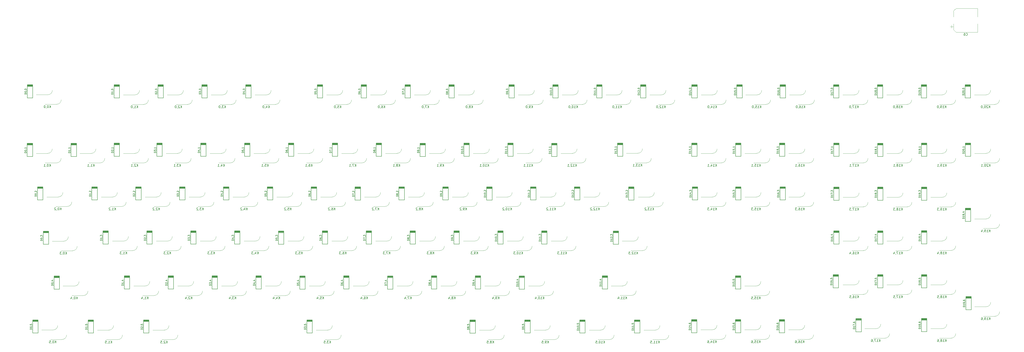
<source format=gbr>
%TF.GenerationSoftware,KiCad,Pcbnew,(5.1.9)-1*%
%TF.CreationDate,2021-05-01T00:42:49+10:00*%
%TF.ProjectId,RedPyKeeb_mainboard,52656450-794b-4656-9562-5f6d61696e62,rev?*%
%TF.SameCoordinates,Original*%
%TF.FileFunction,Legend,Bot*%
%TF.FilePolarity,Positive*%
%FSLAX46Y46*%
G04 Gerber Fmt 4.6, Leading zero omitted, Abs format (unit mm)*
G04 Created by KiCad (PCBNEW (5.1.9)-1) date 2021-05-01 00:42:49*
%MOMM*%
%LPD*%
G01*
G04 APERTURE LIST*
%ADD10C,0.120000*%
%ADD11C,0.200000*%
%ADD12C,0.150000*%
G04 APERTURE END LIST*
D10*
%TO.C,K12\u002C3*%
X288148200Y-126902300D02*
X283048200Y-126902300D01*
X284248200Y-122702300D02*
X279148200Y-122702300D01*
X286248200Y-120702300D02*
G75*
G02*
X284248200Y-122702300I-2000000J0D01*
G01*
X290148200Y-124902300D02*
G75*
G02*
X288148200Y-126902300I-2000000J0D01*
G01*
%TO.C,K16\u002C1*%
X361452600Y-88218100D02*
X356352600Y-88218100D01*
X357552600Y-84018100D02*
X352452600Y-84018100D01*
X359552600Y-82018100D02*
G75*
G02*
X357552600Y-84018100I-2000000J0D01*
G01*
X363452600Y-86218100D02*
G75*
G02*
X361452600Y-88218100I-2000000J0D01*
G01*
%TO.C,K14\u002C1*%
X322844600Y-88218100D02*
X317744600Y-88218100D01*
X318944600Y-84018100D02*
X313844600Y-84018100D01*
X320944600Y-82018100D02*
G75*
G02*
X318944600Y-84018100I-2000000J0D01*
G01*
X324844600Y-86218100D02*
G75*
G02*
X322844600Y-88218100I-2000000J0D01*
G01*
%TO.C,K3\u002C2*%
X97521200Y-107458600D02*
X92421200Y-107458600D01*
X93621200Y-103258600D02*
X88521200Y-103258600D01*
X95621200Y-101258600D02*
G75*
G02*
X93621200Y-103258600I-2000000J0D01*
G01*
X99521200Y-105458600D02*
G75*
G02*
X97521200Y-107458600I-2000000J0D01*
G01*
%TO.C,K8\u002C0*%
X215996960Y-62437100D02*
X210896960Y-62437100D01*
X212096960Y-58237100D02*
X206996960Y-58237100D01*
X214096960Y-56237100D02*
G75*
G02*
X212096960Y-58237100I-2000000J0D01*
G01*
X217996960Y-60437100D02*
G75*
G02*
X215996960Y-62437100I-2000000J0D01*
G01*
%TO.C,K0\u002C2*%
X34973700Y-107433200D02*
X29873700Y-107433200D01*
X31073700Y-103233200D02*
X25973700Y-103233200D01*
X33073700Y-101233200D02*
G75*
G02*
X31073700Y-103233200I-2000000J0D01*
G01*
X36973700Y-105433200D02*
G75*
G02*
X34973700Y-107433200I-2000000J0D01*
G01*
%TO.C,K18\u002C4*%
X423936600Y-126826100D02*
X418836600Y-126826100D01*
X420036600Y-122626100D02*
X414936600Y-122626100D01*
X422036600Y-120626100D02*
G75*
G02*
X420036600Y-122626100I-2000000J0D01*
G01*
X425936600Y-124826100D02*
G75*
G02*
X423936600Y-126826100I-2000000J0D01*
G01*
%TO.C,K10\u002C3*%
X237538700Y-126889600D02*
X232438700Y-126889600D01*
X233638700Y-122689600D02*
X228538700Y-122689600D01*
X235638700Y-120689600D02*
G75*
G02*
X233638700Y-122689600I-2000000J0D01*
G01*
X239538700Y-124889600D02*
G75*
G02*
X237538700Y-126889600I-2000000J0D01*
G01*
%TO.C,K13\u002C1*%
X289989700Y-88167300D02*
X284889700Y-88167300D01*
X286089700Y-83967300D02*
X280989700Y-83967300D01*
X288089700Y-81967300D02*
G75*
G02*
X286089700Y-83967300I-2000000J0D01*
G01*
X291989700Y-86167300D02*
G75*
G02*
X289989700Y-88167300I-2000000J0D01*
G01*
%TO.C,K19\u002C4*%
X443240600Y-117110600D02*
X438140600Y-117110600D01*
X439340600Y-112910600D02*
X434240600Y-112910600D01*
X441340600Y-110910600D02*
G75*
G02*
X439340600Y-112910600I-2000000J0D01*
G01*
X445240600Y-115110600D02*
G75*
G02*
X443240600Y-117110600I-2000000J0D01*
G01*
%TO.C,K11\u002C4*%
X283322200Y-146650800D02*
X278222200Y-146650800D01*
X279422200Y-142450800D02*
X274322200Y-142450800D01*
X281422200Y-140450800D02*
G75*
G02*
X279422200Y-142450800I-2000000J0D01*
G01*
X285322200Y-144650800D02*
G75*
G02*
X283322200Y-146650800I-2000000J0D01*
G01*
%TO.C,C6*%
X435548700Y-20114600D02*
X435548700Y-23864600D01*
X435548700Y-30634600D02*
X435548700Y-26884600D01*
X426093137Y-30634600D02*
X435548700Y-30634600D01*
X426093137Y-20114600D02*
X435548700Y-20114600D01*
X425028700Y-21179037D02*
X425028700Y-23864600D01*
X425028700Y-29570163D02*
X425028700Y-26884600D01*
X425028700Y-29570163D02*
X426093137Y-30634600D01*
X425028700Y-21179037D02*
X426093137Y-20114600D01*
X423538700Y-28134600D02*
X424788700Y-28134600D01*
X424163700Y-28759600D02*
X424163700Y-27509600D01*
D11*
%TO.C,D0\u002C3*%
X24403200Y-119060800D02*
X26803200Y-119060800D01*
X24403200Y-118885800D02*
X26803200Y-118885800D01*
X24403200Y-118710800D02*
X26803200Y-118710800D01*
X26803200Y-118310800D02*
X24403200Y-118310800D01*
X24403200Y-118535800D02*
X26803200Y-118535800D01*
X24403200Y-118410800D02*
X26803200Y-118410800D01*
X24403200Y-118335800D02*
X24403200Y-124135800D01*
X24403200Y-124135800D02*
X26803200Y-124135800D01*
X26803200Y-124135800D02*
X26803200Y-118335800D01*
%TO.C,D0\u002C5*%
X19767700Y-158176800D02*
X22167700Y-158176800D01*
X19767700Y-158001800D02*
X22167700Y-158001800D01*
X19767700Y-157826800D02*
X22167700Y-157826800D01*
X22167700Y-157426800D02*
X19767700Y-157426800D01*
X19767700Y-157651800D02*
X22167700Y-157651800D01*
X19767700Y-157526800D02*
X22167700Y-157526800D01*
X19767700Y-157451800D02*
X19767700Y-163251800D01*
X19767700Y-163251800D02*
X22167700Y-163251800D01*
X22167700Y-163251800D02*
X22167700Y-157451800D01*
%TO.C,D0\u002C4*%
X29165700Y-138809300D02*
X31565700Y-138809300D01*
X29165700Y-138634300D02*
X31565700Y-138634300D01*
X29165700Y-138459300D02*
X31565700Y-138459300D01*
X31565700Y-138059300D02*
X29165700Y-138059300D01*
X29165700Y-138284300D02*
X31565700Y-138284300D01*
X29165700Y-138159300D02*
X31565700Y-138159300D01*
X29165700Y-138084300D02*
X29165700Y-143884300D01*
X29165700Y-143884300D02*
X31565700Y-143884300D01*
X31565700Y-143884300D02*
X31565700Y-138084300D01*
%TO.C,D0\u002C0*%
X17418200Y-54481300D02*
X19818200Y-54481300D01*
X17418200Y-54306300D02*
X19818200Y-54306300D01*
X17418200Y-54131300D02*
X19818200Y-54131300D01*
X19818200Y-53731300D02*
X17418200Y-53731300D01*
X17418200Y-53956300D02*
X19818200Y-53956300D01*
X17418200Y-53831300D02*
X19818200Y-53831300D01*
X17418200Y-53756300D02*
X17418200Y-59556300D01*
X17418200Y-59556300D02*
X19818200Y-59556300D01*
X19818200Y-59556300D02*
X19818200Y-53756300D01*
%TO.C,D0\u002C2*%
X21863200Y-99502800D02*
X24263200Y-99502800D01*
X21863200Y-99327800D02*
X24263200Y-99327800D01*
X21863200Y-99152800D02*
X24263200Y-99152800D01*
X24263200Y-98752800D02*
X21863200Y-98752800D01*
X21863200Y-98977800D02*
X24263200Y-98977800D01*
X21863200Y-98852800D02*
X24263200Y-98852800D01*
X21863200Y-98777800D02*
X21863200Y-104577800D01*
X21863200Y-104577800D02*
X24263200Y-104577800D01*
X24263200Y-104577800D02*
X24263200Y-98777800D01*
%TO.C,D0\u002C1*%
X17354700Y-80325800D02*
X19754700Y-80325800D01*
X17354700Y-80150800D02*
X19754700Y-80150800D01*
X17354700Y-79975800D02*
X19754700Y-79975800D01*
X19754700Y-79575800D02*
X17354700Y-79575800D01*
X17354700Y-79800800D02*
X19754700Y-79800800D01*
X17354700Y-79675800D02*
X19754700Y-79675800D01*
X17354700Y-79600800D02*
X17354700Y-85400800D01*
X17354700Y-85400800D02*
X19754700Y-85400800D01*
X19754700Y-85400800D02*
X19754700Y-79600800D01*
%TO.C,D1\u002C3*%
X50692200Y-118933800D02*
X53092200Y-118933800D01*
X50692200Y-118758800D02*
X53092200Y-118758800D01*
X50692200Y-118583800D02*
X53092200Y-118583800D01*
X53092200Y-118183800D02*
X50692200Y-118183800D01*
X50692200Y-118408800D02*
X53092200Y-118408800D01*
X50692200Y-118283800D02*
X53092200Y-118283800D01*
X50692200Y-118208800D02*
X50692200Y-124008800D01*
X50692200Y-124008800D02*
X53092200Y-124008800D01*
X53092200Y-124008800D02*
X53092200Y-118208800D01*
%TO.C,D1\u002C0*%
X55566460Y-54532100D02*
X57966460Y-54532100D01*
X55566460Y-54357100D02*
X57966460Y-54357100D01*
X55566460Y-54182100D02*
X57966460Y-54182100D01*
X57966460Y-53782100D02*
X55566460Y-53782100D01*
X55566460Y-54007100D02*
X57966460Y-54007100D01*
X55566460Y-53882100D02*
X57966460Y-53882100D01*
X55566460Y-53807100D02*
X55566460Y-59607100D01*
X55566460Y-59607100D02*
X57966460Y-59607100D01*
X57966460Y-59607100D02*
X57966460Y-53807100D01*
%TO.C,D1\u002C4*%
X60090200Y-138745800D02*
X62490200Y-138745800D01*
X60090200Y-138570800D02*
X62490200Y-138570800D01*
X60090200Y-138395800D02*
X62490200Y-138395800D01*
X62490200Y-137995800D02*
X60090200Y-137995800D01*
X60090200Y-138220800D02*
X62490200Y-138220800D01*
X60090200Y-138095800D02*
X62490200Y-138095800D01*
X60090200Y-138020800D02*
X60090200Y-143820800D01*
X60090200Y-143820800D02*
X62490200Y-143820800D01*
X62490200Y-143820800D02*
X62490200Y-138020800D01*
%TO.C,D1\u002C5*%
X44151700Y-158176800D02*
X46551700Y-158176800D01*
X44151700Y-158001800D02*
X46551700Y-158001800D01*
X44151700Y-157826800D02*
X46551700Y-157826800D01*
X46551700Y-157426800D02*
X44151700Y-157426800D01*
X44151700Y-157651800D02*
X46551700Y-157651800D01*
X44151700Y-157526800D02*
X46551700Y-157526800D01*
X44151700Y-157451800D02*
X44151700Y-163251800D01*
X44151700Y-163251800D02*
X46551700Y-163251800D01*
X46551700Y-163251800D02*
X46551700Y-157451800D01*
%TO.C,D1\u002C1*%
X36658700Y-80325800D02*
X39058700Y-80325800D01*
X36658700Y-80150800D02*
X39058700Y-80150800D01*
X36658700Y-79975800D02*
X39058700Y-79975800D01*
X39058700Y-79575800D02*
X36658700Y-79575800D01*
X36658700Y-79800800D02*
X39058700Y-79800800D01*
X36658700Y-79675800D02*
X39058700Y-79675800D01*
X36658700Y-79600800D02*
X36658700Y-85400800D01*
X36658700Y-85400800D02*
X39058700Y-85400800D01*
X39058700Y-85400800D02*
X39058700Y-79600800D01*
%TO.C,D1\u002C2*%
X45802700Y-99502800D02*
X48202700Y-99502800D01*
X45802700Y-99327800D02*
X48202700Y-99327800D01*
X45802700Y-99152800D02*
X48202700Y-99152800D01*
X48202700Y-98752800D02*
X45802700Y-98752800D01*
X45802700Y-98977800D02*
X48202700Y-98977800D01*
X45802700Y-98852800D02*
X48202700Y-98852800D01*
X45802700Y-98777800D02*
X45802700Y-104577800D01*
X45802700Y-104577800D02*
X48202700Y-104577800D01*
X48202700Y-104577800D02*
X48202700Y-98777800D01*
%TO.C,D2\u002C4*%
X79394200Y-138745800D02*
X81794200Y-138745800D01*
X79394200Y-138570800D02*
X81794200Y-138570800D01*
X79394200Y-138395800D02*
X81794200Y-138395800D01*
X81794200Y-137995800D02*
X79394200Y-137995800D01*
X79394200Y-138220800D02*
X81794200Y-138220800D01*
X79394200Y-138095800D02*
X81794200Y-138095800D01*
X79394200Y-138020800D02*
X79394200Y-143820800D01*
X79394200Y-143820800D02*
X81794200Y-143820800D01*
X81794200Y-143820800D02*
X81794200Y-138020800D01*
%TO.C,D2\u002C5*%
X68535700Y-158176800D02*
X70935700Y-158176800D01*
X68535700Y-158001800D02*
X70935700Y-158001800D01*
X68535700Y-157826800D02*
X70935700Y-157826800D01*
X70935700Y-157426800D02*
X68535700Y-157426800D01*
X68535700Y-157651800D02*
X70935700Y-157651800D01*
X68535700Y-157526800D02*
X70935700Y-157526800D01*
X68535700Y-157451800D02*
X68535700Y-163251800D01*
X68535700Y-163251800D02*
X70935700Y-163251800D01*
X70935700Y-163251800D02*
X70935700Y-157451800D01*
%TO.C,D2\u002C0*%
X74870460Y-54481300D02*
X77270460Y-54481300D01*
X74870460Y-54306300D02*
X77270460Y-54306300D01*
X74870460Y-54131300D02*
X77270460Y-54131300D01*
X77270460Y-53731300D02*
X74870460Y-53731300D01*
X74870460Y-53956300D02*
X77270460Y-53956300D01*
X74870460Y-53831300D02*
X77270460Y-53831300D01*
X74870460Y-53756300D02*
X74870460Y-59556300D01*
X74870460Y-59556300D02*
X77270460Y-59556300D01*
X77270460Y-59556300D02*
X77270460Y-53756300D01*
%TO.C,D2\u002C2*%
X65106700Y-99502800D02*
X67506700Y-99502800D01*
X65106700Y-99327800D02*
X67506700Y-99327800D01*
X65106700Y-99152800D02*
X67506700Y-99152800D01*
X67506700Y-98752800D02*
X65106700Y-98752800D01*
X65106700Y-98977800D02*
X67506700Y-98977800D01*
X65106700Y-98852800D02*
X67506700Y-98852800D01*
X65106700Y-98777800D02*
X65106700Y-104577800D01*
X65106700Y-104577800D02*
X67506700Y-104577800D01*
X67506700Y-104577800D02*
X67506700Y-98777800D01*
%TO.C,D2\u002C1*%
X55581700Y-80262300D02*
X57981700Y-80262300D01*
X55581700Y-80087300D02*
X57981700Y-80087300D01*
X55581700Y-79912300D02*
X57981700Y-79912300D01*
X57981700Y-79512300D02*
X55581700Y-79512300D01*
X55581700Y-79737300D02*
X57981700Y-79737300D01*
X55581700Y-79612300D02*
X57981700Y-79612300D01*
X55581700Y-79537300D02*
X55581700Y-85337300D01*
X55581700Y-85337300D02*
X57981700Y-85337300D01*
X57981700Y-85337300D02*
X57981700Y-79537300D01*
%TO.C,D2\u002C3*%
X69996200Y-118933800D02*
X72396200Y-118933800D01*
X69996200Y-118758800D02*
X72396200Y-118758800D01*
X69996200Y-118583800D02*
X72396200Y-118583800D01*
X72396200Y-118183800D02*
X69996200Y-118183800D01*
X69996200Y-118408800D02*
X72396200Y-118408800D01*
X69996200Y-118283800D02*
X72396200Y-118283800D01*
X69996200Y-118208800D02*
X69996200Y-124008800D01*
X69996200Y-124008800D02*
X72396200Y-124008800D01*
X72396200Y-124008800D02*
X72396200Y-118208800D01*
%TO.C,D3\u002C0*%
X94174460Y-54481300D02*
X96574460Y-54481300D01*
X94174460Y-54306300D02*
X96574460Y-54306300D01*
X94174460Y-54131300D02*
X96574460Y-54131300D01*
X96574460Y-53731300D02*
X94174460Y-53731300D01*
X94174460Y-53956300D02*
X96574460Y-53956300D01*
X94174460Y-53831300D02*
X96574460Y-53831300D01*
X94174460Y-53756300D02*
X94174460Y-59556300D01*
X94174460Y-59556300D02*
X96574460Y-59556300D01*
X96574460Y-59556300D02*
X96574460Y-53756300D01*
%TO.C,D3\u002C1*%
X74377700Y-80262300D02*
X76777700Y-80262300D01*
X74377700Y-80087300D02*
X76777700Y-80087300D01*
X74377700Y-79912300D02*
X76777700Y-79912300D01*
X76777700Y-79512300D02*
X74377700Y-79512300D01*
X74377700Y-79737300D02*
X76777700Y-79737300D01*
X74377700Y-79612300D02*
X76777700Y-79612300D01*
X74377700Y-79537300D02*
X74377700Y-85337300D01*
X74377700Y-85337300D02*
X76777700Y-85337300D01*
X76777700Y-85337300D02*
X76777700Y-79537300D01*
%TO.C,D3\u002C4*%
X98698200Y-138745800D02*
X101098200Y-138745800D01*
X98698200Y-138570800D02*
X101098200Y-138570800D01*
X98698200Y-138395800D02*
X101098200Y-138395800D01*
X101098200Y-137995800D02*
X98698200Y-137995800D01*
X98698200Y-138220800D02*
X101098200Y-138220800D01*
X98698200Y-138095800D02*
X101098200Y-138095800D01*
X98698200Y-138020800D02*
X98698200Y-143820800D01*
X98698200Y-143820800D02*
X101098200Y-143820800D01*
X101098200Y-143820800D02*
X101098200Y-138020800D01*
%TO.C,D3\u002C2*%
X84410700Y-99502800D02*
X86810700Y-99502800D01*
X84410700Y-99327800D02*
X86810700Y-99327800D01*
X84410700Y-99152800D02*
X86810700Y-99152800D01*
X86810700Y-98752800D02*
X84410700Y-98752800D01*
X84410700Y-98977800D02*
X86810700Y-98977800D01*
X84410700Y-98852800D02*
X86810700Y-98852800D01*
X84410700Y-98777800D02*
X84410700Y-104577800D01*
X84410700Y-104577800D02*
X86810700Y-104577800D01*
X86810700Y-104577800D02*
X86810700Y-98777800D01*
%TO.C,D3\u002C5*%
X140417700Y-158176800D02*
X142817700Y-158176800D01*
X140417700Y-158001800D02*
X142817700Y-158001800D01*
X140417700Y-157826800D02*
X142817700Y-157826800D01*
X142817700Y-157426800D02*
X140417700Y-157426800D01*
X140417700Y-157651800D02*
X142817700Y-157651800D01*
X140417700Y-157526800D02*
X142817700Y-157526800D01*
X140417700Y-157451800D02*
X140417700Y-163251800D01*
X140417700Y-163251800D02*
X142817700Y-163251800D01*
X142817700Y-163251800D02*
X142817700Y-157451800D01*
%TO.C,D3\u002C3*%
X89300200Y-118933800D02*
X91700200Y-118933800D01*
X89300200Y-118758800D02*
X91700200Y-118758800D01*
X89300200Y-118583800D02*
X91700200Y-118583800D01*
X91700200Y-118183800D02*
X89300200Y-118183800D01*
X89300200Y-118408800D02*
X91700200Y-118408800D01*
X89300200Y-118283800D02*
X91700200Y-118283800D01*
X89300200Y-118208800D02*
X89300200Y-124008800D01*
X89300200Y-124008800D02*
X91700200Y-124008800D01*
X91700200Y-124008800D02*
X91700200Y-118208800D01*
%TO.C,D4\u002C4*%
X118002200Y-138745800D02*
X120402200Y-138745800D01*
X118002200Y-138570800D02*
X120402200Y-138570800D01*
X118002200Y-138395800D02*
X120402200Y-138395800D01*
X120402200Y-137995800D02*
X118002200Y-137995800D01*
X118002200Y-138220800D02*
X120402200Y-138220800D01*
X118002200Y-138095800D02*
X120402200Y-138095800D01*
X118002200Y-138020800D02*
X118002200Y-143820800D01*
X118002200Y-143820800D02*
X120402200Y-143820800D01*
X120402200Y-143820800D02*
X120402200Y-138020800D01*
%TO.C,D4\u002C3*%
X108604200Y-118933800D02*
X111004200Y-118933800D01*
X108604200Y-118758800D02*
X111004200Y-118758800D01*
X108604200Y-118583800D02*
X111004200Y-118583800D01*
X111004200Y-118183800D02*
X108604200Y-118183800D01*
X108604200Y-118408800D02*
X111004200Y-118408800D01*
X108604200Y-118283800D02*
X111004200Y-118283800D01*
X108604200Y-118208800D02*
X108604200Y-124008800D01*
X108604200Y-124008800D02*
X111004200Y-124008800D01*
X111004200Y-124008800D02*
X111004200Y-118208800D01*
%TO.C,D4\u002C1*%
X93681700Y-80262300D02*
X96081700Y-80262300D01*
X93681700Y-80087300D02*
X96081700Y-80087300D01*
X93681700Y-79912300D02*
X96081700Y-79912300D01*
X96081700Y-79512300D02*
X93681700Y-79512300D01*
X93681700Y-79737300D02*
X96081700Y-79737300D01*
X93681700Y-79612300D02*
X96081700Y-79612300D01*
X93681700Y-79537300D02*
X93681700Y-85337300D01*
X93681700Y-85337300D02*
X96081700Y-85337300D01*
X96081700Y-85337300D02*
X96081700Y-79537300D01*
%TO.C,D4\u002C0*%
X113478460Y-54481300D02*
X115878460Y-54481300D01*
X113478460Y-54306300D02*
X115878460Y-54306300D01*
X113478460Y-54131300D02*
X115878460Y-54131300D01*
X115878460Y-53731300D02*
X113478460Y-53731300D01*
X113478460Y-53956300D02*
X115878460Y-53956300D01*
X113478460Y-53831300D02*
X115878460Y-53831300D01*
X113478460Y-53756300D02*
X113478460Y-59556300D01*
X113478460Y-59556300D02*
X115878460Y-59556300D01*
X115878460Y-59556300D02*
X115878460Y-53756300D01*
%TO.C,D4\u002C2*%
X103714700Y-99502800D02*
X106114700Y-99502800D01*
X103714700Y-99327800D02*
X106114700Y-99327800D01*
X103714700Y-99152800D02*
X106114700Y-99152800D01*
X106114700Y-98752800D02*
X103714700Y-98752800D01*
X103714700Y-98977800D02*
X106114700Y-98977800D01*
X103714700Y-98852800D02*
X106114700Y-98852800D01*
X103714700Y-98777800D02*
X103714700Y-104577800D01*
X103714700Y-104577800D02*
X106114700Y-104577800D01*
X106114700Y-104577800D02*
X106114700Y-98777800D01*
%TO.C,D5\u002C0*%
X144974460Y-54481300D02*
X147374460Y-54481300D01*
X144974460Y-54306300D02*
X147374460Y-54306300D01*
X144974460Y-54131300D02*
X147374460Y-54131300D01*
X147374460Y-53731300D02*
X144974460Y-53731300D01*
X144974460Y-53956300D02*
X147374460Y-53956300D01*
X144974460Y-53831300D02*
X147374460Y-53831300D01*
X144974460Y-53756300D02*
X144974460Y-59556300D01*
X144974460Y-59556300D02*
X147374460Y-59556300D01*
X147374460Y-59556300D02*
X147374460Y-53756300D01*
%TO.C,D5\u002C2*%
X123018700Y-99502800D02*
X125418700Y-99502800D01*
X123018700Y-99327800D02*
X125418700Y-99327800D01*
X123018700Y-99152800D02*
X125418700Y-99152800D01*
X125418700Y-98752800D02*
X123018700Y-98752800D01*
X123018700Y-98977800D02*
X125418700Y-98977800D01*
X123018700Y-98852800D02*
X125418700Y-98852800D01*
X123018700Y-98777800D02*
X123018700Y-104577800D01*
X123018700Y-104577800D02*
X125418700Y-104577800D01*
X125418700Y-104577800D02*
X125418700Y-98777800D01*
%TO.C,D5\u002C1*%
X112985700Y-80262300D02*
X115385700Y-80262300D01*
X112985700Y-80087300D02*
X115385700Y-80087300D01*
X112985700Y-79912300D02*
X115385700Y-79912300D01*
X115385700Y-79512300D02*
X112985700Y-79512300D01*
X112985700Y-79737300D02*
X115385700Y-79737300D01*
X112985700Y-79612300D02*
X115385700Y-79612300D01*
X112985700Y-79537300D02*
X112985700Y-85337300D01*
X112985700Y-85337300D02*
X115385700Y-85337300D01*
X115385700Y-85337300D02*
X115385700Y-79537300D01*
%TO.C,D5\u002C3*%
X127908200Y-118984600D02*
X130308200Y-118984600D01*
X127908200Y-118809600D02*
X130308200Y-118809600D01*
X127908200Y-118634600D02*
X130308200Y-118634600D01*
X130308200Y-118234600D02*
X127908200Y-118234600D01*
X127908200Y-118459600D02*
X130308200Y-118459600D01*
X127908200Y-118334600D02*
X130308200Y-118334600D01*
X127908200Y-118259600D02*
X127908200Y-124059600D01*
X127908200Y-124059600D02*
X130308200Y-124059600D01*
X130308200Y-124059600D02*
X130308200Y-118259600D01*
%TO.C,D5\u002C4*%
X137306200Y-138796600D02*
X139706200Y-138796600D01*
X137306200Y-138621600D02*
X139706200Y-138621600D01*
X137306200Y-138446600D02*
X139706200Y-138446600D01*
X139706200Y-138046600D02*
X137306200Y-138046600D01*
X137306200Y-138271600D02*
X139706200Y-138271600D01*
X137306200Y-138146600D02*
X139706200Y-138146600D01*
X137306200Y-138071600D02*
X137306200Y-143871600D01*
X137306200Y-143871600D02*
X139706200Y-143871600D01*
X139706200Y-143871600D02*
X139706200Y-138071600D01*
%TO.C,D6\u002C0*%
X164278460Y-54481300D02*
X166678460Y-54481300D01*
X164278460Y-54306300D02*
X166678460Y-54306300D01*
X164278460Y-54131300D02*
X166678460Y-54131300D01*
X166678460Y-53731300D02*
X164278460Y-53731300D01*
X164278460Y-53956300D02*
X166678460Y-53956300D01*
X164278460Y-53831300D02*
X166678460Y-53831300D01*
X164278460Y-53756300D02*
X164278460Y-59556300D01*
X164278460Y-59556300D02*
X166678460Y-59556300D01*
X166678460Y-59556300D02*
X166678460Y-53756300D01*
%TO.C,D6\u002C3*%
X147212200Y-118933800D02*
X149612200Y-118933800D01*
X147212200Y-118758800D02*
X149612200Y-118758800D01*
X147212200Y-118583800D02*
X149612200Y-118583800D01*
X149612200Y-118183800D02*
X147212200Y-118183800D01*
X147212200Y-118408800D02*
X149612200Y-118408800D01*
X147212200Y-118283800D02*
X149612200Y-118283800D01*
X147212200Y-118208800D02*
X147212200Y-124008800D01*
X147212200Y-124008800D02*
X149612200Y-124008800D01*
X149612200Y-124008800D02*
X149612200Y-118208800D01*
%TO.C,D6\u002C4*%
X156610200Y-138745800D02*
X159010200Y-138745800D01*
X156610200Y-138570800D02*
X159010200Y-138570800D01*
X156610200Y-138395800D02*
X159010200Y-138395800D01*
X159010200Y-137995800D02*
X156610200Y-137995800D01*
X156610200Y-138220800D02*
X159010200Y-138220800D01*
X156610200Y-138095800D02*
X159010200Y-138095800D01*
X156610200Y-138020800D02*
X156610200Y-143820800D01*
X156610200Y-143820800D02*
X159010200Y-143820800D01*
X159010200Y-143820800D02*
X159010200Y-138020800D01*
%TO.C,D6\u002C1*%
X132289700Y-80262300D02*
X134689700Y-80262300D01*
X132289700Y-80087300D02*
X134689700Y-80087300D01*
X132289700Y-79912300D02*
X134689700Y-79912300D01*
X134689700Y-79512300D02*
X132289700Y-79512300D01*
X132289700Y-79737300D02*
X134689700Y-79737300D01*
X132289700Y-79612300D02*
X134689700Y-79612300D01*
X132289700Y-79537300D02*
X132289700Y-85337300D01*
X132289700Y-85337300D02*
X134689700Y-85337300D01*
X134689700Y-85337300D02*
X134689700Y-79537300D01*
%TO.C,D6\u002C2*%
X142322700Y-99502800D02*
X144722700Y-99502800D01*
X142322700Y-99327800D02*
X144722700Y-99327800D01*
X142322700Y-99152800D02*
X144722700Y-99152800D01*
X144722700Y-98752800D02*
X142322700Y-98752800D01*
X142322700Y-98977800D02*
X144722700Y-98977800D01*
X142322700Y-98852800D02*
X144722700Y-98852800D01*
X142322700Y-98777800D02*
X142322700Y-104577800D01*
X142322700Y-104577800D02*
X144722700Y-104577800D01*
X144722700Y-104577800D02*
X144722700Y-98777800D01*
%TO.C,D7\u002C4*%
X175914200Y-138796600D02*
X178314200Y-138796600D01*
X175914200Y-138621600D02*
X178314200Y-138621600D01*
X175914200Y-138446600D02*
X178314200Y-138446600D01*
X178314200Y-138046600D02*
X175914200Y-138046600D01*
X175914200Y-138271600D02*
X178314200Y-138271600D01*
X175914200Y-138146600D02*
X178314200Y-138146600D01*
X175914200Y-138071600D02*
X175914200Y-143871600D01*
X175914200Y-143871600D02*
X178314200Y-143871600D01*
X178314200Y-143871600D02*
X178314200Y-138071600D01*
%TO.C,D7\u002C2*%
X161626700Y-99553600D02*
X164026700Y-99553600D01*
X161626700Y-99378600D02*
X164026700Y-99378600D01*
X161626700Y-99203600D02*
X164026700Y-99203600D01*
X164026700Y-98803600D02*
X161626700Y-98803600D01*
X161626700Y-99028600D02*
X164026700Y-99028600D01*
X161626700Y-98903600D02*
X164026700Y-98903600D01*
X161626700Y-98828600D02*
X161626700Y-104628600D01*
X161626700Y-104628600D02*
X164026700Y-104628600D01*
X164026700Y-104628600D02*
X164026700Y-98828600D01*
%TO.C,D7\u002C1*%
X151593700Y-80262300D02*
X153993700Y-80262300D01*
X151593700Y-80087300D02*
X153993700Y-80087300D01*
X151593700Y-79912300D02*
X153993700Y-79912300D01*
X153993700Y-79512300D02*
X151593700Y-79512300D01*
X151593700Y-79737300D02*
X153993700Y-79737300D01*
X151593700Y-79612300D02*
X153993700Y-79612300D01*
X151593700Y-79537300D02*
X151593700Y-85337300D01*
X151593700Y-85337300D02*
X153993700Y-85337300D01*
X153993700Y-85337300D02*
X153993700Y-79537300D01*
%TO.C,D7\u002C0*%
X183582460Y-54481300D02*
X185982460Y-54481300D01*
X183582460Y-54306300D02*
X185982460Y-54306300D01*
X183582460Y-54131300D02*
X185982460Y-54131300D01*
X185982460Y-53731300D02*
X183582460Y-53731300D01*
X183582460Y-53956300D02*
X185982460Y-53956300D01*
X183582460Y-53831300D02*
X185982460Y-53831300D01*
X183582460Y-53756300D02*
X183582460Y-59556300D01*
X183582460Y-59556300D02*
X185982460Y-59556300D01*
X185982460Y-59556300D02*
X185982460Y-53756300D01*
%TO.C,D7\u002C3*%
X166516200Y-118933800D02*
X168916200Y-118933800D01*
X166516200Y-118758800D02*
X168916200Y-118758800D01*
X166516200Y-118583800D02*
X168916200Y-118583800D01*
X168916200Y-118183800D02*
X166516200Y-118183800D01*
X166516200Y-118408800D02*
X168916200Y-118408800D01*
X166516200Y-118283800D02*
X168916200Y-118283800D01*
X166516200Y-118208800D02*
X166516200Y-124008800D01*
X166516200Y-124008800D02*
X168916200Y-124008800D01*
X168916200Y-124008800D02*
X168916200Y-118208800D01*
%TO.C,D8\u002C0*%
X202886460Y-54532100D02*
X205286460Y-54532100D01*
X202886460Y-54357100D02*
X205286460Y-54357100D01*
X202886460Y-54182100D02*
X205286460Y-54182100D01*
X205286460Y-53782100D02*
X202886460Y-53782100D01*
X202886460Y-54007100D02*
X205286460Y-54007100D01*
X202886460Y-53882100D02*
X205286460Y-53882100D01*
X202886460Y-53807100D02*
X202886460Y-59607100D01*
X202886460Y-59607100D02*
X205286460Y-59607100D01*
X205286460Y-59607100D02*
X205286460Y-53807100D01*
%TO.C,D8\u002C3*%
X185820200Y-118933800D02*
X188220200Y-118933800D01*
X185820200Y-118758800D02*
X188220200Y-118758800D01*
X185820200Y-118583800D02*
X188220200Y-118583800D01*
X188220200Y-118183800D02*
X185820200Y-118183800D01*
X185820200Y-118408800D02*
X188220200Y-118408800D01*
X185820200Y-118283800D02*
X188220200Y-118283800D01*
X185820200Y-118208800D02*
X185820200Y-124008800D01*
X185820200Y-124008800D02*
X188220200Y-124008800D01*
X188220200Y-124008800D02*
X188220200Y-118208800D01*
%TO.C,D8\u002C1*%
X170897700Y-80262300D02*
X173297700Y-80262300D01*
X170897700Y-80087300D02*
X173297700Y-80087300D01*
X170897700Y-79912300D02*
X173297700Y-79912300D01*
X173297700Y-79512300D02*
X170897700Y-79512300D01*
X170897700Y-79737300D02*
X173297700Y-79737300D01*
X170897700Y-79612300D02*
X173297700Y-79612300D01*
X170897700Y-79537300D02*
X170897700Y-85337300D01*
X170897700Y-85337300D02*
X173297700Y-85337300D01*
X173297700Y-85337300D02*
X173297700Y-79537300D01*
%TO.C,D8\u002C2*%
X180930700Y-99502800D02*
X183330700Y-99502800D01*
X180930700Y-99327800D02*
X183330700Y-99327800D01*
X180930700Y-99152800D02*
X183330700Y-99152800D01*
X183330700Y-98752800D02*
X180930700Y-98752800D01*
X180930700Y-98977800D02*
X183330700Y-98977800D01*
X180930700Y-98852800D02*
X183330700Y-98852800D01*
X180930700Y-98777800D02*
X180930700Y-104577800D01*
X180930700Y-104577800D02*
X183330700Y-104577800D01*
X183330700Y-104577800D02*
X183330700Y-98777800D01*
%TO.C,D8\u002C5*%
X212172700Y-158240300D02*
X214572700Y-158240300D01*
X212172700Y-158065300D02*
X214572700Y-158065300D01*
X212172700Y-157890300D02*
X214572700Y-157890300D01*
X214572700Y-157490300D02*
X212172700Y-157490300D01*
X212172700Y-157715300D02*
X214572700Y-157715300D01*
X212172700Y-157590300D02*
X214572700Y-157590300D01*
X212172700Y-157515300D02*
X212172700Y-163315300D01*
X212172700Y-163315300D02*
X214572700Y-163315300D01*
X214572700Y-163315300D02*
X214572700Y-157515300D01*
%TO.C,D8\u002C4*%
X195218200Y-138745800D02*
X197618200Y-138745800D01*
X195218200Y-138570800D02*
X197618200Y-138570800D01*
X195218200Y-138395800D02*
X197618200Y-138395800D01*
X197618200Y-137995800D02*
X195218200Y-137995800D01*
X195218200Y-138220800D02*
X197618200Y-138220800D01*
X195218200Y-138095800D02*
X197618200Y-138095800D01*
X195218200Y-138020800D02*
X195218200Y-143820800D01*
X195218200Y-143820800D02*
X197618200Y-143820800D01*
X197618200Y-143820800D02*
X197618200Y-138020800D01*
%TO.C,D9\u002C2*%
X200234700Y-99502800D02*
X202634700Y-99502800D01*
X200234700Y-99327800D02*
X202634700Y-99327800D01*
X200234700Y-99152800D02*
X202634700Y-99152800D01*
X202634700Y-98752800D02*
X200234700Y-98752800D01*
X200234700Y-98977800D02*
X202634700Y-98977800D01*
X200234700Y-98852800D02*
X202634700Y-98852800D01*
X200234700Y-98777800D02*
X200234700Y-104577800D01*
X200234700Y-104577800D02*
X202634700Y-104577800D01*
X202634700Y-104577800D02*
X202634700Y-98777800D01*
%TO.C,D9\u002C1*%
X190201700Y-80313100D02*
X192601700Y-80313100D01*
X190201700Y-80138100D02*
X192601700Y-80138100D01*
X190201700Y-79963100D02*
X192601700Y-79963100D01*
X192601700Y-79563100D02*
X190201700Y-79563100D01*
X190201700Y-79788100D02*
X192601700Y-79788100D01*
X190201700Y-79663100D02*
X192601700Y-79663100D01*
X190201700Y-79588100D02*
X190201700Y-85388100D01*
X190201700Y-85388100D02*
X192601700Y-85388100D01*
X192601700Y-85388100D02*
X192601700Y-79588100D01*
%TO.C,D9\u002C3*%
X205124200Y-118933800D02*
X207524200Y-118933800D01*
X205124200Y-118758800D02*
X207524200Y-118758800D01*
X205124200Y-118583800D02*
X207524200Y-118583800D01*
X207524200Y-118183800D02*
X205124200Y-118183800D01*
X205124200Y-118408800D02*
X207524200Y-118408800D01*
X205124200Y-118283800D02*
X207524200Y-118283800D01*
X205124200Y-118208800D02*
X205124200Y-124008800D01*
X205124200Y-124008800D02*
X207524200Y-124008800D01*
X207524200Y-124008800D02*
X207524200Y-118208800D01*
%TO.C,D9\u002C4*%
X214522200Y-138745800D02*
X216922200Y-138745800D01*
X214522200Y-138570800D02*
X216922200Y-138570800D01*
X214522200Y-138395800D02*
X216922200Y-138395800D01*
X216922200Y-137995800D02*
X214522200Y-137995800D01*
X214522200Y-138220800D02*
X216922200Y-138220800D01*
X214522200Y-138095800D02*
X216922200Y-138095800D01*
X214522200Y-138020800D02*
X214522200Y-143820800D01*
X214522200Y-143820800D02*
X216922200Y-143820800D01*
X216922200Y-143820800D02*
X216922200Y-138020800D01*
%TO.C,D9\u002C5*%
X236302700Y-158176800D02*
X238702700Y-158176800D01*
X236302700Y-158001800D02*
X238702700Y-158001800D01*
X236302700Y-157826800D02*
X238702700Y-157826800D01*
X238702700Y-157426800D02*
X236302700Y-157426800D01*
X236302700Y-157651800D02*
X238702700Y-157651800D01*
X236302700Y-157526800D02*
X238702700Y-157526800D01*
X236302700Y-157451800D02*
X236302700Y-163251800D01*
X236302700Y-163251800D02*
X238702700Y-163251800D01*
X238702700Y-163251800D02*
X238702700Y-157451800D01*
%TO.C,D9\u002C0*%
X229302460Y-54481300D02*
X231702460Y-54481300D01*
X229302460Y-54306300D02*
X231702460Y-54306300D01*
X229302460Y-54131300D02*
X231702460Y-54131300D01*
X231702460Y-53731300D02*
X229302460Y-53731300D01*
X229302460Y-53956300D02*
X231702460Y-53956300D01*
X229302460Y-53831300D02*
X231702460Y-53831300D01*
X229302460Y-53756300D02*
X229302460Y-59556300D01*
X229302460Y-59556300D02*
X231702460Y-59556300D01*
X231702460Y-59556300D02*
X231702460Y-53756300D01*
%TO.C,D10\u002C4*%
X233826200Y-138796600D02*
X236226200Y-138796600D01*
X233826200Y-138621600D02*
X236226200Y-138621600D01*
X233826200Y-138446600D02*
X236226200Y-138446600D01*
X236226200Y-138046600D02*
X233826200Y-138046600D01*
X233826200Y-138271600D02*
X236226200Y-138271600D01*
X233826200Y-138146600D02*
X236226200Y-138146600D01*
X233826200Y-138071600D02*
X233826200Y-143871600D01*
X233826200Y-143871600D02*
X236226200Y-143871600D01*
X236226200Y-143871600D02*
X236226200Y-138071600D01*
%TO.C,D10\u002C5*%
X260496200Y-158176800D02*
X262896200Y-158176800D01*
X260496200Y-158001800D02*
X262896200Y-158001800D01*
X260496200Y-157826800D02*
X262896200Y-157826800D01*
X262896200Y-157426800D02*
X260496200Y-157426800D01*
X260496200Y-157651800D02*
X262896200Y-157651800D01*
X260496200Y-157526800D02*
X262896200Y-157526800D01*
X260496200Y-157451800D02*
X260496200Y-163251800D01*
X260496200Y-163251800D02*
X262896200Y-163251800D01*
X262896200Y-163251800D02*
X262896200Y-157451800D01*
%TO.C,D10\u002C1*%
X209505700Y-80262300D02*
X211905700Y-80262300D01*
X209505700Y-80087300D02*
X211905700Y-80087300D01*
X209505700Y-79912300D02*
X211905700Y-79912300D01*
X211905700Y-79512300D02*
X209505700Y-79512300D01*
X209505700Y-79737300D02*
X211905700Y-79737300D01*
X209505700Y-79612300D02*
X211905700Y-79612300D01*
X209505700Y-79537300D02*
X209505700Y-85337300D01*
X209505700Y-85337300D02*
X211905700Y-85337300D01*
X211905700Y-85337300D02*
X211905700Y-79537300D01*
%TO.C,D10\u002C0*%
X248606460Y-54481300D02*
X251006460Y-54481300D01*
X248606460Y-54306300D02*
X251006460Y-54306300D01*
X248606460Y-54131300D02*
X251006460Y-54131300D01*
X251006460Y-53731300D02*
X248606460Y-53731300D01*
X248606460Y-53956300D02*
X251006460Y-53956300D01*
X248606460Y-53831300D02*
X251006460Y-53831300D01*
X248606460Y-53756300D02*
X248606460Y-59556300D01*
X248606460Y-59556300D02*
X251006460Y-59556300D01*
X251006460Y-59556300D02*
X251006460Y-53756300D01*
%TO.C,D10\u002C2*%
X219538700Y-99553600D02*
X221938700Y-99553600D01*
X219538700Y-99378600D02*
X221938700Y-99378600D01*
X219538700Y-99203600D02*
X221938700Y-99203600D01*
X221938700Y-98803600D02*
X219538700Y-98803600D01*
X219538700Y-99028600D02*
X221938700Y-99028600D01*
X219538700Y-98903600D02*
X221938700Y-98903600D01*
X219538700Y-98828600D02*
X219538700Y-104628600D01*
X219538700Y-104628600D02*
X221938700Y-104628600D01*
X221938700Y-104628600D02*
X221938700Y-98828600D01*
%TO.C,D10\u002C3*%
X224428200Y-118933800D02*
X226828200Y-118933800D01*
X224428200Y-118758800D02*
X226828200Y-118758800D01*
X224428200Y-118583800D02*
X226828200Y-118583800D01*
X226828200Y-118183800D02*
X224428200Y-118183800D01*
X224428200Y-118408800D02*
X226828200Y-118408800D01*
X224428200Y-118283800D02*
X226828200Y-118283800D01*
X224428200Y-118208800D02*
X224428200Y-124008800D01*
X224428200Y-124008800D02*
X226828200Y-124008800D01*
X226828200Y-124008800D02*
X226828200Y-118208800D01*
%TO.C,D11\u002C0*%
X267910460Y-54481300D02*
X270310460Y-54481300D01*
X267910460Y-54306300D02*
X270310460Y-54306300D01*
X267910460Y-54131300D02*
X270310460Y-54131300D01*
X270310460Y-53731300D02*
X267910460Y-53731300D01*
X267910460Y-53956300D02*
X270310460Y-53956300D01*
X267910460Y-53831300D02*
X270310460Y-53831300D01*
X267910460Y-53756300D02*
X267910460Y-59556300D01*
X267910460Y-59556300D02*
X270310460Y-59556300D01*
X270310460Y-59556300D02*
X270310460Y-53756300D01*
%TO.C,D11\u002C1*%
X228809700Y-80262300D02*
X231209700Y-80262300D01*
X228809700Y-80087300D02*
X231209700Y-80087300D01*
X228809700Y-79912300D02*
X231209700Y-79912300D01*
X231209700Y-79512300D02*
X228809700Y-79512300D01*
X228809700Y-79737300D02*
X231209700Y-79737300D01*
X228809700Y-79612300D02*
X231209700Y-79612300D01*
X228809700Y-79537300D02*
X228809700Y-85337300D01*
X228809700Y-85337300D02*
X231209700Y-85337300D01*
X231209700Y-85337300D02*
X231209700Y-79537300D01*
%TO.C,D11\u002C3*%
X243732200Y-118933800D02*
X246132200Y-118933800D01*
X243732200Y-118758800D02*
X246132200Y-118758800D01*
X243732200Y-118583800D02*
X246132200Y-118583800D01*
X246132200Y-118183800D02*
X243732200Y-118183800D01*
X243732200Y-118408800D02*
X246132200Y-118408800D01*
X243732200Y-118283800D02*
X246132200Y-118283800D01*
X243732200Y-118208800D02*
X243732200Y-124008800D01*
X243732200Y-124008800D02*
X246132200Y-124008800D01*
X246132200Y-124008800D02*
X246132200Y-118208800D01*
%TO.C,D11\u002C2*%
X238842700Y-99502800D02*
X241242700Y-99502800D01*
X238842700Y-99327800D02*
X241242700Y-99327800D01*
X238842700Y-99152800D02*
X241242700Y-99152800D01*
X241242700Y-98752800D02*
X238842700Y-98752800D01*
X238842700Y-98977800D02*
X241242700Y-98977800D01*
X238842700Y-98852800D02*
X241242700Y-98852800D01*
X238842700Y-98777800D02*
X238842700Y-104577800D01*
X238842700Y-104577800D02*
X241242700Y-104577800D01*
X241242700Y-104577800D02*
X241242700Y-98777800D01*
%TO.C,D11\u002C4*%
X270402200Y-138745800D02*
X272802200Y-138745800D01*
X270402200Y-138570800D02*
X272802200Y-138570800D01*
X270402200Y-138395800D02*
X272802200Y-138395800D01*
X272802200Y-137995800D02*
X270402200Y-137995800D01*
X270402200Y-138220800D02*
X272802200Y-138220800D01*
X270402200Y-138095800D02*
X272802200Y-138095800D01*
X270402200Y-138020800D02*
X270402200Y-143820800D01*
X270402200Y-143820800D02*
X272802200Y-143820800D01*
X272802200Y-143820800D02*
X272802200Y-138020800D01*
%TO.C,D11\u002C5*%
X284562700Y-158176800D02*
X286962700Y-158176800D01*
X284562700Y-158001800D02*
X286962700Y-158001800D01*
X284562700Y-157826800D02*
X286962700Y-157826800D01*
X286962700Y-157426800D02*
X284562700Y-157426800D01*
X284562700Y-157651800D02*
X286962700Y-157651800D01*
X284562700Y-157526800D02*
X286962700Y-157526800D01*
X284562700Y-157451800D02*
X284562700Y-163251800D01*
X284562700Y-163251800D02*
X286962700Y-163251800D01*
X286962700Y-163251800D02*
X286962700Y-157451800D01*
%TO.C,D12\u002C3*%
X275228200Y-118997300D02*
X277628200Y-118997300D01*
X275228200Y-118822300D02*
X277628200Y-118822300D01*
X275228200Y-118647300D02*
X277628200Y-118647300D01*
X277628200Y-118247300D02*
X275228200Y-118247300D01*
X275228200Y-118472300D02*
X277628200Y-118472300D01*
X275228200Y-118347300D02*
X277628200Y-118347300D01*
X275228200Y-118272300D02*
X275228200Y-124072300D01*
X275228200Y-124072300D02*
X277628200Y-124072300D01*
X277628200Y-124072300D02*
X277628200Y-118272300D01*
%TO.C,D12\u002C2*%
X258146700Y-99502800D02*
X260546700Y-99502800D01*
X258146700Y-99327800D02*
X260546700Y-99327800D01*
X258146700Y-99152800D02*
X260546700Y-99152800D01*
X260546700Y-98752800D02*
X258146700Y-98752800D01*
X258146700Y-98977800D02*
X260546700Y-98977800D01*
X258146700Y-98852800D02*
X260546700Y-98852800D01*
X258146700Y-98777800D02*
X258146700Y-104577800D01*
X258146700Y-104577800D02*
X260546700Y-104577800D01*
X260546700Y-104577800D02*
X260546700Y-98777800D01*
%TO.C,D12\u002C1*%
X248113700Y-80313100D02*
X250513700Y-80313100D01*
X248113700Y-80138100D02*
X250513700Y-80138100D01*
X248113700Y-79963100D02*
X250513700Y-79963100D01*
X250513700Y-79563100D02*
X248113700Y-79563100D01*
X248113700Y-79788100D02*
X250513700Y-79788100D01*
X248113700Y-79663100D02*
X250513700Y-79663100D01*
X248113700Y-79588100D02*
X248113700Y-85388100D01*
X248113700Y-85388100D02*
X250513700Y-85388100D01*
X250513700Y-85388100D02*
X250513700Y-79588100D01*
%TO.C,D12\u002C0*%
X287214460Y-54481300D02*
X289614460Y-54481300D01*
X287214460Y-54306300D02*
X289614460Y-54306300D01*
X287214460Y-54131300D02*
X289614460Y-54131300D01*
X289614460Y-53731300D02*
X287214460Y-53731300D01*
X287214460Y-53956300D02*
X289614460Y-53956300D01*
X287214460Y-53831300D02*
X289614460Y-53831300D01*
X287214460Y-53756300D02*
X287214460Y-59556300D01*
X287214460Y-59556300D02*
X289614460Y-59556300D01*
X289614460Y-59556300D02*
X289614460Y-53756300D01*
%TO.C,D13\u002C2*%
X281959200Y-99566300D02*
X284359200Y-99566300D01*
X281959200Y-99391300D02*
X284359200Y-99391300D01*
X281959200Y-99216300D02*
X284359200Y-99216300D01*
X284359200Y-98816300D02*
X281959200Y-98816300D01*
X281959200Y-99041300D02*
X284359200Y-99041300D01*
X281959200Y-98916300D02*
X284359200Y-98916300D01*
X281959200Y-98841300D02*
X281959200Y-104641300D01*
X281959200Y-104641300D02*
X284359200Y-104641300D01*
X284359200Y-104641300D02*
X284359200Y-98841300D01*
%TO.C,D13\u002C1*%
X277069700Y-80262300D02*
X279469700Y-80262300D01*
X277069700Y-80087300D02*
X279469700Y-80087300D01*
X277069700Y-79912300D02*
X279469700Y-79912300D01*
X279469700Y-79512300D02*
X277069700Y-79512300D01*
X277069700Y-79737300D02*
X279469700Y-79737300D01*
X277069700Y-79612300D02*
X279469700Y-79612300D01*
X277069700Y-79537300D02*
X277069700Y-85337300D01*
X277069700Y-85337300D02*
X279469700Y-85337300D01*
X279469700Y-85337300D02*
X279469700Y-79537300D01*
%TO.C,D14\u002C1*%
X309734100Y-80262300D02*
X312134100Y-80262300D01*
X309734100Y-80087300D02*
X312134100Y-80087300D01*
X309734100Y-79912300D02*
X312134100Y-79912300D01*
X312134100Y-79512300D02*
X309734100Y-79512300D01*
X309734100Y-79737300D02*
X312134100Y-79737300D01*
X309734100Y-79612300D02*
X312134100Y-79612300D01*
X309734100Y-79537300D02*
X309734100Y-85337300D01*
X309734100Y-85337300D02*
X312134100Y-85337300D01*
X312134100Y-85337300D02*
X312134100Y-79537300D01*
%TO.C,D14\u002C3*%
X309988100Y-99502800D02*
X312388100Y-99502800D01*
X309988100Y-99327800D02*
X312388100Y-99327800D01*
X309988100Y-99152800D02*
X312388100Y-99152800D01*
X312388100Y-98752800D02*
X309988100Y-98752800D01*
X309988100Y-98977800D02*
X312388100Y-98977800D01*
X309988100Y-98852800D02*
X312388100Y-98852800D01*
X309988100Y-98777800D02*
X309988100Y-104577800D01*
X309988100Y-104577800D02*
X312388100Y-104577800D01*
X312388100Y-104577800D02*
X312388100Y-98777800D01*
%TO.C,D14\u002C0*%
X309784900Y-54481300D02*
X312184900Y-54481300D01*
X309784900Y-54306300D02*
X312184900Y-54306300D01*
X309784900Y-54131300D02*
X312184900Y-54131300D01*
X312184900Y-53731300D02*
X309784900Y-53731300D01*
X309784900Y-53956300D02*
X312184900Y-53956300D01*
X309784900Y-53831300D02*
X312184900Y-53831300D01*
X309784900Y-53756300D02*
X309784900Y-59556300D01*
X309784900Y-59556300D02*
X312184900Y-59556300D01*
X312184900Y-59556300D02*
X312184900Y-53756300D01*
%TO.C,D14\u002C6*%
X309670600Y-158049800D02*
X312070600Y-158049800D01*
X309670600Y-157874800D02*
X312070600Y-157874800D01*
X309670600Y-157699800D02*
X312070600Y-157699800D01*
X312070600Y-157299800D02*
X309670600Y-157299800D01*
X309670600Y-157524800D02*
X312070600Y-157524800D01*
X309670600Y-157399800D02*
X312070600Y-157399800D01*
X309670600Y-157324800D02*
X309670600Y-163124800D01*
X309670600Y-163124800D02*
X312070600Y-163124800D01*
X312070600Y-163124800D02*
X312070600Y-157324800D01*
%TO.C,D15\u002C0*%
X329596900Y-54481300D02*
X331996900Y-54481300D01*
X329596900Y-54306300D02*
X331996900Y-54306300D01*
X329596900Y-54131300D02*
X331996900Y-54131300D01*
X331996900Y-53731300D02*
X329596900Y-53731300D01*
X329596900Y-53956300D02*
X331996900Y-53956300D01*
X329596900Y-53831300D02*
X331996900Y-53831300D01*
X329596900Y-53756300D02*
X329596900Y-59556300D01*
X329596900Y-59556300D02*
X331996900Y-59556300D01*
X331996900Y-59556300D02*
X331996900Y-53756300D01*
%TO.C,D15\u002C1*%
X329038100Y-80262300D02*
X331438100Y-80262300D01*
X329038100Y-80087300D02*
X331438100Y-80087300D01*
X329038100Y-79912300D02*
X331438100Y-79912300D01*
X331438100Y-79512300D02*
X329038100Y-79512300D01*
X329038100Y-79737300D02*
X331438100Y-79737300D01*
X329038100Y-79612300D02*
X331438100Y-79612300D01*
X329038100Y-79537300D02*
X329038100Y-85337300D01*
X329038100Y-85337300D02*
X331438100Y-85337300D01*
X331438100Y-85337300D02*
X331438100Y-79537300D01*
%TO.C,D15\u002C3*%
X329038100Y-99502800D02*
X331438100Y-99502800D01*
X329038100Y-99327800D02*
X331438100Y-99327800D01*
X329038100Y-99152800D02*
X331438100Y-99152800D01*
X331438100Y-98752800D02*
X329038100Y-98752800D01*
X329038100Y-98977800D02*
X331438100Y-98977800D01*
X329038100Y-98852800D02*
X331438100Y-98852800D01*
X329038100Y-98777800D02*
X329038100Y-104577800D01*
X329038100Y-104577800D02*
X331438100Y-104577800D01*
X331438100Y-104577800D02*
X331438100Y-98777800D01*
%TO.C,D15\u002C5*%
X328974600Y-138745800D02*
X331374600Y-138745800D01*
X328974600Y-138570800D02*
X331374600Y-138570800D01*
X328974600Y-138395800D02*
X331374600Y-138395800D01*
X331374600Y-137995800D02*
X328974600Y-137995800D01*
X328974600Y-138220800D02*
X331374600Y-138220800D01*
X328974600Y-138095800D02*
X331374600Y-138095800D01*
X328974600Y-138020800D02*
X328974600Y-143820800D01*
X328974600Y-143820800D02*
X331374600Y-143820800D01*
X331374600Y-143820800D02*
X331374600Y-138020800D01*
%TO.C,D15\u002C6*%
X328974600Y-158049800D02*
X331374600Y-158049800D01*
X328974600Y-157874800D02*
X331374600Y-157874800D01*
X328974600Y-157699800D02*
X331374600Y-157699800D01*
X331374600Y-157299800D02*
X328974600Y-157299800D01*
X328974600Y-157524800D02*
X331374600Y-157524800D01*
X328974600Y-157399800D02*
X331374600Y-157399800D01*
X328974600Y-157324800D02*
X328974600Y-163124800D01*
X328974600Y-163124800D02*
X331374600Y-163124800D01*
X331374600Y-163124800D02*
X331374600Y-157324800D01*
%TO.C,D16\u002C6*%
X348278600Y-158049800D02*
X350678600Y-158049800D01*
X348278600Y-157874800D02*
X350678600Y-157874800D01*
X348278600Y-157699800D02*
X350678600Y-157699800D01*
X350678600Y-157299800D02*
X348278600Y-157299800D01*
X348278600Y-157524800D02*
X350678600Y-157524800D01*
X348278600Y-157399800D02*
X350678600Y-157399800D01*
X348278600Y-157324800D02*
X348278600Y-163124800D01*
X348278600Y-163124800D02*
X350678600Y-163124800D01*
X350678600Y-163124800D02*
X350678600Y-157324800D01*
%TO.C,D16\u002C0*%
X348646900Y-54481300D02*
X351046900Y-54481300D01*
X348646900Y-54306300D02*
X351046900Y-54306300D01*
X348646900Y-54131300D02*
X351046900Y-54131300D01*
X351046900Y-53731300D02*
X348646900Y-53731300D01*
X348646900Y-53956300D02*
X351046900Y-53956300D01*
X348646900Y-53831300D02*
X351046900Y-53831300D01*
X348646900Y-53756300D02*
X348646900Y-59556300D01*
X348646900Y-59556300D02*
X351046900Y-59556300D01*
X351046900Y-59556300D02*
X351046900Y-53756300D01*
%TO.C,D16\u002C1*%
X348342100Y-80262300D02*
X350742100Y-80262300D01*
X348342100Y-80087300D02*
X350742100Y-80087300D01*
X348342100Y-79912300D02*
X350742100Y-79912300D01*
X350742100Y-79512300D02*
X348342100Y-79512300D01*
X348342100Y-79737300D02*
X350742100Y-79737300D01*
X348342100Y-79612300D02*
X350742100Y-79612300D01*
X348342100Y-79537300D02*
X348342100Y-85337300D01*
X348342100Y-85337300D02*
X350742100Y-85337300D01*
X350742100Y-85337300D02*
X350742100Y-79537300D01*
%TO.C,D16\u002C5*%
X371964100Y-138237800D02*
X374364100Y-138237800D01*
X371964100Y-138062800D02*
X374364100Y-138062800D01*
X371964100Y-137887800D02*
X374364100Y-137887800D01*
X374364100Y-137487800D02*
X371964100Y-137487800D01*
X371964100Y-137712800D02*
X374364100Y-137712800D01*
X371964100Y-137587800D02*
X374364100Y-137587800D01*
X371964100Y-137512800D02*
X371964100Y-143312800D01*
X371964100Y-143312800D02*
X374364100Y-143312800D01*
X374364100Y-143312800D02*
X374364100Y-137512800D01*
%TO.C,D16\u002C3*%
X348596100Y-99502800D02*
X350996100Y-99502800D01*
X348596100Y-99327800D02*
X350996100Y-99327800D01*
X348596100Y-99152800D02*
X350996100Y-99152800D01*
X350996100Y-98752800D02*
X348596100Y-98752800D01*
X348596100Y-98977800D02*
X350996100Y-98977800D01*
X348596100Y-98852800D02*
X350996100Y-98852800D01*
X348596100Y-98777800D02*
X348596100Y-104577800D01*
X348596100Y-104577800D02*
X350996100Y-104577800D01*
X350996100Y-104577800D02*
X350996100Y-98777800D01*
%TO.C,D16\u002C4*%
X372218100Y-118933800D02*
X374618100Y-118933800D01*
X372218100Y-118758800D02*
X374618100Y-118758800D01*
X372218100Y-118583800D02*
X374618100Y-118583800D01*
X374618100Y-118183800D02*
X372218100Y-118183800D01*
X372218100Y-118408800D02*
X374618100Y-118408800D01*
X372218100Y-118283800D02*
X374618100Y-118283800D01*
X372218100Y-118208800D02*
X372218100Y-124008800D01*
X372218100Y-124008800D02*
X374618100Y-124008800D01*
X374618100Y-124008800D02*
X374618100Y-118208800D01*
%TO.C,D17\u002C3*%
X372218100Y-99629800D02*
X374618100Y-99629800D01*
X372218100Y-99454800D02*
X374618100Y-99454800D01*
X372218100Y-99279800D02*
X374618100Y-99279800D01*
X374618100Y-98879800D02*
X372218100Y-98879800D01*
X372218100Y-99104800D02*
X374618100Y-99104800D01*
X372218100Y-98979800D02*
X374618100Y-98979800D01*
X372218100Y-98904800D02*
X372218100Y-104704800D01*
X372218100Y-104704800D02*
X374618100Y-104704800D01*
X374618100Y-104704800D02*
X374618100Y-98904800D01*
%TO.C,D17\u002C1*%
X372218100Y-80262300D02*
X374618100Y-80262300D01*
X372218100Y-80087300D02*
X374618100Y-80087300D01*
X372218100Y-79912300D02*
X374618100Y-79912300D01*
X374618100Y-79512300D02*
X372218100Y-79512300D01*
X372218100Y-79737300D02*
X374618100Y-79737300D01*
X372218100Y-79612300D02*
X374618100Y-79612300D01*
X372218100Y-79537300D02*
X372218100Y-85337300D01*
X372218100Y-85337300D02*
X374618100Y-85337300D01*
X374618100Y-85337300D02*
X374618100Y-79537300D01*
%TO.C,D17\u002C6*%
X381997100Y-157592600D02*
X384397100Y-157592600D01*
X381997100Y-157417600D02*
X384397100Y-157417600D01*
X381997100Y-157242600D02*
X384397100Y-157242600D01*
X384397100Y-156842600D02*
X381997100Y-156842600D01*
X381997100Y-157067600D02*
X384397100Y-157067600D01*
X381997100Y-156942600D02*
X384397100Y-156942600D01*
X381997100Y-156867600D02*
X381997100Y-162667600D01*
X381997100Y-162667600D02*
X384397100Y-162667600D01*
X384397100Y-162667600D02*
X384397100Y-156867600D01*
%TO.C,D17\u002C4*%
X391522100Y-118933800D02*
X393922100Y-118933800D01*
X391522100Y-118758800D02*
X393922100Y-118758800D01*
X391522100Y-118583800D02*
X393922100Y-118583800D01*
X393922100Y-118183800D02*
X391522100Y-118183800D01*
X391522100Y-118408800D02*
X393922100Y-118408800D01*
X391522100Y-118283800D02*
X393922100Y-118283800D01*
X391522100Y-118208800D02*
X391522100Y-124008800D01*
X391522100Y-124008800D02*
X393922100Y-124008800D01*
X393922100Y-124008800D02*
X393922100Y-118208800D01*
%TO.C,D17\u002C0*%
X372154600Y-54481300D02*
X374554600Y-54481300D01*
X372154600Y-54306300D02*
X374554600Y-54306300D01*
X372154600Y-54131300D02*
X374554600Y-54131300D01*
X374554600Y-53731300D02*
X372154600Y-53731300D01*
X372154600Y-53956300D02*
X374554600Y-53956300D01*
X372154600Y-53831300D02*
X374554600Y-53831300D01*
X372154600Y-53756300D02*
X372154600Y-59556300D01*
X372154600Y-59556300D02*
X374554600Y-59556300D01*
X374554600Y-59556300D02*
X374554600Y-53756300D01*
%TO.C,D17\u002C5*%
X391522100Y-138237800D02*
X393922100Y-138237800D01*
X391522100Y-138062800D02*
X393922100Y-138062800D01*
X391522100Y-137887800D02*
X393922100Y-137887800D01*
X393922100Y-137487800D02*
X391522100Y-137487800D01*
X391522100Y-137712800D02*
X393922100Y-137712800D01*
X391522100Y-137587800D02*
X393922100Y-137587800D01*
X391522100Y-137512800D02*
X391522100Y-143312800D01*
X391522100Y-143312800D02*
X393922100Y-143312800D01*
X393922100Y-143312800D02*
X393922100Y-137512800D01*
%TO.C,D18\u002C1*%
X391522100Y-80313100D02*
X393922100Y-80313100D01*
X391522100Y-80138100D02*
X393922100Y-80138100D01*
X391522100Y-79963100D02*
X393922100Y-79963100D01*
X393922100Y-79563100D02*
X391522100Y-79563100D01*
X391522100Y-79788100D02*
X393922100Y-79788100D01*
X391522100Y-79663100D02*
X393922100Y-79663100D01*
X391522100Y-79588100D02*
X391522100Y-85388100D01*
X391522100Y-85388100D02*
X393922100Y-85388100D01*
X393922100Y-85388100D02*
X393922100Y-79588100D01*
%TO.C,D18\u002C6*%
X410826100Y-157541800D02*
X413226100Y-157541800D01*
X410826100Y-157366800D02*
X413226100Y-157366800D01*
X410826100Y-157191800D02*
X413226100Y-157191800D01*
X413226100Y-156791800D02*
X410826100Y-156791800D01*
X410826100Y-157016800D02*
X413226100Y-157016800D01*
X410826100Y-156891800D02*
X413226100Y-156891800D01*
X410826100Y-156816800D02*
X410826100Y-162616800D01*
X410826100Y-162616800D02*
X413226100Y-162616800D01*
X413226100Y-162616800D02*
X413226100Y-156816800D01*
%TO.C,D18\u002C3*%
X391522100Y-99629800D02*
X393922100Y-99629800D01*
X391522100Y-99454800D02*
X393922100Y-99454800D01*
X391522100Y-99279800D02*
X393922100Y-99279800D01*
X393922100Y-98879800D02*
X391522100Y-98879800D01*
X391522100Y-99104800D02*
X393922100Y-99104800D01*
X391522100Y-98979800D02*
X393922100Y-98979800D01*
X391522100Y-98904800D02*
X391522100Y-104704800D01*
X391522100Y-104704800D02*
X393922100Y-104704800D01*
X393922100Y-104704800D02*
X393922100Y-98904800D01*
%TO.C,D18\u002C0*%
X391458600Y-54481300D02*
X393858600Y-54481300D01*
X391458600Y-54306300D02*
X393858600Y-54306300D01*
X391458600Y-54131300D02*
X393858600Y-54131300D01*
X393858600Y-53731300D02*
X391458600Y-53731300D01*
X391458600Y-53956300D02*
X393858600Y-53956300D01*
X391458600Y-53831300D02*
X393858600Y-53831300D01*
X391458600Y-53756300D02*
X391458600Y-59556300D01*
X391458600Y-59556300D02*
X393858600Y-59556300D01*
X393858600Y-59556300D02*
X393858600Y-53756300D01*
%TO.C,D18\u002C5*%
X410826100Y-138237800D02*
X413226100Y-138237800D01*
X410826100Y-138062800D02*
X413226100Y-138062800D01*
X410826100Y-137887800D02*
X413226100Y-137887800D01*
X413226100Y-137487800D02*
X410826100Y-137487800D01*
X410826100Y-137712800D02*
X413226100Y-137712800D01*
X410826100Y-137587800D02*
X413226100Y-137587800D01*
X410826100Y-137512800D02*
X410826100Y-143312800D01*
X410826100Y-143312800D02*
X413226100Y-143312800D01*
X413226100Y-143312800D02*
X413226100Y-137512800D01*
%TO.C,D18\u002C4*%
X410826100Y-118870300D02*
X413226100Y-118870300D01*
X410826100Y-118695300D02*
X413226100Y-118695300D01*
X410826100Y-118520300D02*
X413226100Y-118520300D01*
X413226100Y-118120300D02*
X410826100Y-118120300D01*
X410826100Y-118345300D02*
X413226100Y-118345300D01*
X410826100Y-118220300D02*
X413226100Y-118220300D01*
X410826100Y-118145300D02*
X410826100Y-123945300D01*
X410826100Y-123945300D02*
X413226100Y-123945300D01*
X413226100Y-123945300D02*
X413226100Y-118145300D01*
%TO.C,D19\u002C4*%
X430130100Y-108951600D02*
X432530100Y-108951600D01*
X430130100Y-108776600D02*
X432530100Y-108776600D01*
X430130100Y-108601600D02*
X432530100Y-108601600D01*
X432530100Y-108201600D02*
X430130100Y-108201600D01*
X430130100Y-108426600D02*
X432530100Y-108426600D01*
X430130100Y-108301600D02*
X432530100Y-108301600D01*
X430130100Y-108226600D02*
X430130100Y-114026600D01*
X430130100Y-114026600D02*
X432530100Y-114026600D01*
X432530100Y-114026600D02*
X432530100Y-108226600D01*
%TO.C,D19\u002C0*%
X410762600Y-54481300D02*
X413162600Y-54481300D01*
X410762600Y-54306300D02*
X413162600Y-54306300D01*
X410762600Y-54131300D02*
X413162600Y-54131300D01*
X413162600Y-53731300D02*
X410762600Y-53731300D01*
X410762600Y-53956300D02*
X413162600Y-53956300D01*
X410762600Y-53831300D02*
X413162600Y-53831300D01*
X410762600Y-53756300D02*
X410762600Y-59556300D01*
X410762600Y-59556300D02*
X413162600Y-59556300D01*
X413162600Y-59556300D02*
X413162600Y-53756300D01*
%TO.C,D19\u002C3*%
X410826100Y-99629800D02*
X413226100Y-99629800D01*
X410826100Y-99454800D02*
X413226100Y-99454800D01*
X410826100Y-99279800D02*
X413226100Y-99279800D01*
X413226100Y-98879800D02*
X410826100Y-98879800D01*
X410826100Y-99104800D02*
X413226100Y-99104800D01*
X410826100Y-98979800D02*
X413226100Y-98979800D01*
X410826100Y-98904800D02*
X410826100Y-104704800D01*
X410826100Y-104704800D02*
X413226100Y-104704800D01*
X413226100Y-104704800D02*
X413226100Y-98904800D01*
%TO.C,D19\u002C1*%
X410826100Y-80262300D02*
X413226100Y-80262300D01*
X410826100Y-80087300D02*
X413226100Y-80087300D01*
X410826100Y-79912300D02*
X413226100Y-79912300D01*
X413226100Y-79512300D02*
X410826100Y-79512300D01*
X410826100Y-79737300D02*
X413226100Y-79737300D01*
X410826100Y-79612300D02*
X413226100Y-79612300D01*
X410826100Y-79537300D02*
X410826100Y-85337300D01*
X410826100Y-85337300D02*
X413226100Y-85337300D01*
X413226100Y-85337300D02*
X413226100Y-79537300D01*
%TO.C,D19\u002C6*%
X430384100Y-147889800D02*
X432784100Y-147889800D01*
X430384100Y-147714800D02*
X432784100Y-147714800D01*
X430384100Y-147539800D02*
X432784100Y-147539800D01*
X432784100Y-147139800D02*
X430384100Y-147139800D01*
X430384100Y-147364800D02*
X432784100Y-147364800D01*
X430384100Y-147239800D02*
X432784100Y-147239800D01*
X430384100Y-147164800D02*
X430384100Y-152964800D01*
X430384100Y-152964800D02*
X432784100Y-152964800D01*
X432784100Y-152964800D02*
X432784100Y-147164800D01*
%TO.C,D20\u002C1*%
X430130100Y-80262300D02*
X432530100Y-80262300D01*
X430130100Y-80087300D02*
X432530100Y-80087300D01*
X430130100Y-79912300D02*
X432530100Y-79912300D01*
X432530100Y-79512300D02*
X430130100Y-79512300D01*
X430130100Y-79737300D02*
X432530100Y-79737300D01*
X430130100Y-79612300D02*
X432530100Y-79612300D01*
X430130100Y-79537300D02*
X430130100Y-85337300D01*
X430130100Y-85337300D02*
X432530100Y-85337300D01*
X432530100Y-85337300D02*
X432530100Y-79537300D01*
%TO.C,D20\u002C0*%
X430066600Y-54532100D02*
X432466600Y-54532100D01*
X430066600Y-54357100D02*
X432466600Y-54357100D01*
X430066600Y-54182100D02*
X432466600Y-54182100D01*
X432466600Y-53782100D02*
X430066600Y-53782100D01*
X430066600Y-54007100D02*
X432466600Y-54007100D01*
X430066600Y-53882100D02*
X432466600Y-53882100D01*
X430066600Y-53807100D02*
X430066600Y-59607100D01*
X430066600Y-59607100D02*
X432466600Y-59607100D01*
X432466600Y-59607100D02*
X432466600Y-53807100D01*
D10*
%TO.C,K0\u002C0*%
X30338200Y-62386300D02*
X25238200Y-62386300D01*
X26438200Y-58186300D02*
X21338200Y-58186300D01*
X28438200Y-56186300D02*
G75*
G02*
X26438200Y-58186300I-2000000J0D01*
G01*
X32338200Y-60386300D02*
G75*
G02*
X30338200Y-62386300I-2000000J0D01*
G01*
%TO.C,K0\u002C1*%
X30274700Y-88230800D02*
X25174700Y-88230800D01*
X26374700Y-84030800D02*
X21274700Y-84030800D01*
X28374700Y-82030800D02*
G75*
G02*
X26374700Y-84030800I-2000000J0D01*
G01*
X32274700Y-86230800D02*
G75*
G02*
X30274700Y-88230800I-2000000J0D01*
G01*
%TO.C,K0\u002C5*%
X32687700Y-166081800D02*
X27587700Y-166081800D01*
X28787700Y-161881800D02*
X23687700Y-161881800D01*
X30787700Y-159881800D02*
G75*
G02*
X28787700Y-161881800I-2000000J0D01*
G01*
X34687700Y-164081800D02*
G75*
G02*
X32687700Y-166081800I-2000000J0D01*
G01*
%TO.C,K0\u002C4*%
X42085700Y-146714300D02*
X36985700Y-146714300D01*
X38185700Y-142514300D02*
X33085700Y-142514300D01*
X40185700Y-140514300D02*
G75*
G02*
X38185700Y-142514300I-2000000J0D01*
G01*
X44085700Y-144714300D02*
G75*
G02*
X42085700Y-146714300I-2000000J0D01*
G01*
%TO.C,K0\u002C3*%
X37361300Y-126940400D02*
X32261300Y-126940400D01*
X33461300Y-122740400D02*
X28361300Y-122740400D01*
X35461300Y-120740400D02*
G75*
G02*
X33461300Y-122740400I-2000000J0D01*
G01*
X39361300Y-124940400D02*
G75*
G02*
X37361300Y-126940400I-2000000J0D01*
G01*
%TO.C,K1\u002C4*%
X73200700Y-146701600D02*
X68100700Y-146701600D01*
X69300700Y-142501600D02*
X64200700Y-142501600D01*
X71300700Y-140501600D02*
G75*
G02*
X69300700Y-142501600I-2000000J0D01*
G01*
X75200700Y-144701600D02*
G75*
G02*
X73200700Y-146701600I-2000000J0D01*
G01*
%TO.C,K1\u002C5*%
X57262200Y-166132600D02*
X52162200Y-166132600D01*
X53362200Y-161932600D02*
X48262200Y-161932600D01*
X55362200Y-159932600D02*
G75*
G02*
X53362200Y-161932600I-2000000J0D01*
G01*
X59262200Y-164132600D02*
G75*
G02*
X57262200Y-166132600I-2000000J0D01*
G01*
%TO.C,K1\u002C3*%
X63802700Y-126889600D02*
X58702700Y-126889600D01*
X59902700Y-122689600D02*
X54802700Y-122689600D01*
X61902700Y-120689600D02*
G75*
G02*
X59902700Y-122689600I-2000000J0D01*
G01*
X65802700Y-124889600D02*
G75*
G02*
X63802700Y-126889600I-2000000J0D01*
G01*
%TO.C,K1\u002C2*%
X58913200Y-107458600D02*
X53813200Y-107458600D01*
X55013200Y-103258600D02*
X49913200Y-103258600D01*
X57013200Y-101258600D02*
G75*
G02*
X55013200Y-103258600I-2000000J0D01*
G01*
X60913200Y-105458600D02*
G75*
G02*
X58913200Y-107458600I-2000000J0D01*
G01*
%TO.C,K1\u002C1*%
X49489800Y-88230800D02*
X44389800Y-88230800D01*
X45589800Y-84030800D02*
X40489800Y-84030800D01*
X47589800Y-82030800D02*
G75*
G02*
X45589800Y-84030800I-2000000J0D01*
G01*
X51489800Y-86230800D02*
G75*
G02*
X49489800Y-88230800I-2000000J0D01*
G01*
%TO.C,K1\u002C0*%
X68676960Y-62437100D02*
X63576960Y-62437100D01*
X64776960Y-58237100D02*
X59676960Y-58237100D01*
X66776960Y-56237100D02*
G75*
G02*
X64776960Y-58237100I-2000000J0D01*
G01*
X70676960Y-60437100D02*
G75*
G02*
X68676960Y-62437100I-2000000J0D01*
G01*
%TO.C,K2\u002C5*%
X81646200Y-166132600D02*
X76546200Y-166132600D01*
X77746200Y-161932600D02*
X72646200Y-161932600D01*
X79746200Y-159932600D02*
G75*
G02*
X77746200Y-161932600I-2000000J0D01*
G01*
X83646200Y-164132600D02*
G75*
G02*
X81646200Y-166132600I-2000000J0D01*
G01*
%TO.C,K2\u002C3*%
X83106700Y-126889600D02*
X78006700Y-126889600D01*
X79206700Y-122689600D02*
X74106700Y-122689600D01*
X81206700Y-120689600D02*
G75*
G02*
X79206700Y-122689600I-2000000J0D01*
G01*
X85106700Y-124889600D02*
G75*
G02*
X83106700Y-126889600I-2000000J0D01*
G01*
%TO.C,K2\u002C1*%
X68692200Y-88218100D02*
X63592200Y-88218100D01*
X64792200Y-84018100D02*
X59692200Y-84018100D01*
X66792200Y-82018100D02*
G75*
G02*
X64792200Y-84018100I-2000000J0D01*
G01*
X70692200Y-86218100D02*
G75*
G02*
X68692200Y-88218100I-2000000J0D01*
G01*
%TO.C,K2\u002C4*%
X92504700Y-146701600D02*
X87404700Y-146701600D01*
X88604700Y-142501600D02*
X83504700Y-142501600D01*
X90604700Y-140501600D02*
G75*
G02*
X88604700Y-142501600I-2000000J0D01*
G01*
X94504700Y-144701600D02*
G75*
G02*
X92504700Y-146701600I-2000000J0D01*
G01*
%TO.C,K2\u002C2*%
X78217200Y-107458600D02*
X73117200Y-107458600D01*
X74317200Y-103258600D02*
X69217200Y-103258600D01*
X76317200Y-101258600D02*
G75*
G02*
X74317200Y-103258600I-2000000J0D01*
G01*
X80217200Y-105458600D02*
G75*
G02*
X78217200Y-107458600I-2000000J0D01*
G01*
%TO.C,K2\u002C0*%
X87980960Y-62437100D02*
X82880960Y-62437100D01*
X84080960Y-58237100D02*
X78980960Y-58237100D01*
X86080960Y-56237100D02*
G75*
G02*
X84080960Y-58237100I-2000000J0D01*
G01*
X89980960Y-60437100D02*
G75*
G02*
X87980960Y-62437100I-2000000J0D01*
G01*
%TO.C,K3\u002C5*%
X153528200Y-166132600D02*
X148428200Y-166132600D01*
X149628200Y-161932600D02*
X144528200Y-161932600D01*
X151628200Y-159932600D02*
G75*
G02*
X149628200Y-161932600I-2000000J0D01*
G01*
X155528200Y-164132600D02*
G75*
G02*
X153528200Y-166132600I-2000000J0D01*
G01*
%TO.C,K3\u002C4*%
X111808700Y-146701600D02*
X106708700Y-146701600D01*
X107908700Y-142501600D02*
X102808700Y-142501600D01*
X109908700Y-140501600D02*
G75*
G02*
X107908700Y-142501600I-2000000J0D01*
G01*
X113808700Y-144701600D02*
G75*
G02*
X111808700Y-146701600I-2000000J0D01*
G01*
%TO.C,K3\u002C1*%
X87488200Y-88218100D02*
X82388200Y-88218100D01*
X83588200Y-84018100D02*
X78488200Y-84018100D01*
X85588200Y-82018100D02*
G75*
G02*
X83588200Y-84018100I-2000000J0D01*
G01*
X89488200Y-86218100D02*
G75*
G02*
X87488200Y-88218100I-2000000J0D01*
G01*
%TO.C,K3\u002C0*%
X107284960Y-62437100D02*
X102184960Y-62437100D01*
X103384960Y-58237100D02*
X98284960Y-58237100D01*
X105384960Y-56237100D02*
G75*
G02*
X103384960Y-58237100I-2000000J0D01*
G01*
X109284960Y-60437100D02*
G75*
G02*
X107284960Y-62437100I-2000000J0D01*
G01*
%TO.C,K3\u002C3*%
X102410700Y-126889600D02*
X97310700Y-126889600D01*
X98510700Y-122689600D02*
X93410700Y-122689600D01*
X100510700Y-120689600D02*
G75*
G02*
X98510700Y-122689600I-2000000J0D01*
G01*
X104410700Y-124889600D02*
G75*
G02*
X102410700Y-126889600I-2000000J0D01*
G01*
%TO.C,K4\u002C1*%
X106792200Y-88218100D02*
X101692200Y-88218100D01*
X102892200Y-84018100D02*
X97792200Y-84018100D01*
X104892200Y-82018100D02*
G75*
G02*
X102892200Y-84018100I-2000000J0D01*
G01*
X108792200Y-86218100D02*
G75*
G02*
X106792200Y-88218100I-2000000J0D01*
G01*
%TO.C,K4\u002C2*%
X116825200Y-107458600D02*
X111725200Y-107458600D01*
X112925200Y-103258600D02*
X107825200Y-103258600D01*
X114925200Y-101258600D02*
G75*
G02*
X112925200Y-103258600I-2000000J0D01*
G01*
X118825200Y-105458600D02*
G75*
G02*
X116825200Y-107458600I-2000000J0D01*
G01*
%TO.C,K4\u002C3*%
X121714700Y-126889600D02*
X116614700Y-126889600D01*
X117814700Y-122689600D02*
X112714700Y-122689600D01*
X119814700Y-120689600D02*
G75*
G02*
X117814700Y-122689600I-2000000J0D01*
G01*
X123714700Y-124889600D02*
G75*
G02*
X121714700Y-126889600I-2000000J0D01*
G01*
%TO.C,K4\u002C4*%
X131112700Y-146701600D02*
X126012700Y-146701600D01*
X127212700Y-142501600D02*
X122112700Y-142501600D01*
X129212700Y-140501600D02*
G75*
G02*
X127212700Y-142501600I-2000000J0D01*
G01*
X133112700Y-144701600D02*
G75*
G02*
X131112700Y-146701600I-2000000J0D01*
G01*
%TO.C,K4\u002C0*%
X126588960Y-62437100D02*
X121488960Y-62437100D01*
X122688960Y-58237100D02*
X117588960Y-58237100D01*
X124688960Y-56237100D02*
G75*
G02*
X122688960Y-58237100I-2000000J0D01*
G01*
X128588960Y-60437100D02*
G75*
G02*
X126588960Y-62437100I-2000000J0D01*
G01*
%TO.C,K5\u002C0*%
X158084960Y-62437100D02*
X152984960Y-62437100D01*
X154184960Y-58237100D02*
X149084960Y-58237100D01*
X156184960Y-56237100D02*
G75*
G02*
X154184960Y-58237100I-2000000J0D01*
G01*
X160084960Y-60437100D02*
G75*
G02*
X158084960Y-62437100I-2000000J0D01*
G01*
%TO.C,K5\u002C2*%
X136129200Y-107458600D02*
X131029200Y-107458600D01*
X132229200Y-103258600D02*
X127129200Y-103258600D01*
X134229200Y-101258600D02*
G75*
G02*
X132229200Y-103258600I-2000000J0D01*
G01*
X138129200Y-105458600D02*
G75*
G02*
X136129200Y-107458600I-2000000J0D01*
G01*
%TO.C,K5\u002C1*%
X126096200Y-88218100D02*
X120996200Y-88218100D01*
X122196200Y-84018100D02*
X117096200Y-84018100D01*
X124196200Y-82018100D02*
G75*
G02*
X122196200Y-84018100I-2000000J0D01*
G01*
X128096200Y-86218100D02*
G75*
G02*
X126096200Y-88218100I-2000000J0D01*
G01*
%TO.C,K5\u002C3*%
X141018700Y-126889600D02*
X135918700Y-126889600D01*
X137118700Y-122689600D02*
X132018700Y-122689600D01*
X139118700Y-120689600D02*
G75*
G02*
X137118700Y-122689600I-2000000J0D01*
G01*
X143018700Y-124889600D02*
G75*
G02*
X141018700Y-126889600I-2000000J0D01*
G01*
%TO.C,K5\u002C4*%
X150416700Y-146701600D02*
X145316700Y-146701600D01*
X146516700Y-142501600D02*
X141416700Y-142501600D01*
X148516700Y-140501600D02*
G75*
G02*
X146516700Y-142501600I-2000000J0D01*
G01*
X152416700Y-144701600D02*
G75*
G02*
X150416700Y-146701600I-2000000J0D01*
G01*
%TO.C,K6\u002C3*%
X160322700Y-126889600D02*
X155222700Y-126889600D01*
X156422700Y-122689600D02*
X151322700Y-122689600D01*
X158422700Y-120689600D02*
G75*
G02*
X156422700Y-122689600I-2000000J0D01*
G01*
X162322700Y-124889600D02*
G75*
G02*
X160322700Y-126889600I-2000000J0D01*
G01*
%TO.C,K6\u002C4*%
X169720700Y-146701600D02*
X164620700Y-146701600D01*
X165820700Y-142501600D02*
X160720700Y-142501600D01*
X167820700Y-140501600D02*
G75*
G02*
X165820700Y-142501600I-2000000J0D01*
G01*
X171720700Y-144701600D02*
G75*
G02*
X169720700Y-146701600I-2000000J0D01*
G01*
%TO.C,K6\u002C1*%
X145400200Y-88218100D02*
X140300200Y-88218100D01*
X141500200Y-84018100D02*
X136400200Y-84018100D01*
X143500200Y-82018100D02*
G75*
G02*
X141500200Y-84018100I-2000000J0D01*
G01*
X147400200Y-86218100D02*
G75*
G02*
X145400200Y-88218100I-2000000J0D01*
G01*
%TO.C,K6\u002C2*%
X155433200Y-107458600D02*
X150333200Y-107458600D01*
X151533200Y-103258600D02*
X146433200Y-103258600D01*
X153533200Y-101258600D02*
G75*
G02*
X151533200Y-103258600I-2000000J0D01*
G01*
X157433200Y-105458600D02*
G75*
G02*
X155433200Y-107458600I-2000000J0D01*
G01*
%TO.C,K6\u002C0*%
X177388960Y-62437100D02*
X172288960Y-62437100D01*
X173488960Y-58237100D02*
X168388960Y-58237100D01*
X175488960Y-56237100D02*
G75*
G02*
X173488960Y-58237100I-2000000J0D01*
G01*
X179388960Y-60437100D02*
G75*
G02*
X177388960Y-62437100I-2000000J0D01*
G01*
%TO.C,K7\u002C2*%
X174737200Y-107458600D02*
X169637200Y-107458600D01*
X170837200Y-103258600D02*
X165737200Y-103258600D01*
X172837200Y-101258600D02*
G75*
G02*
X170837200Y-103258600I-2000000J0D01*
G01*
X176737200Y-105458600D02*
G75*
G02*
X174737200Y-107458600I-2000000J0D01*
G01*
%TO.C,K7\u002C1*%
X164704200Y-88218100D02*
X159604200Y-88218100D01*
X160804200Y-84018100D02*
X155704200Y-84018100D01*
X162804200Y-82018100D02*
G75*
G02*
X160804200Y-84018100I-2000000J0D01*
G01*
X166704200Y-86218100D02*
G75*
G02*
X164704200Y-88218100I-2000000J0D01*
G01*
%TO.C,K7\u002C3*%
X179626700Y-126889600D02*
X174526700Y-126889600D01*
X175726700Y-122689600D02*
X170626700Y-122689600D01*
X177726700Y-120689600D02*
G75*
G02*
X175726700Y-122689600I-2000000J0D01*
G01*
X181626700Y-124889600D02*
G75*
G02*
X179626700Y-126889600I-2000000J0D01*
G01*
%TO.C,K7\u002C4*%
X189024700Y-146701600D02*
X183924700Y-146701600D01*
X185124700Y-142501600D02*
X180024700Y-142501600D01*
X187124700Y-140501600D02*
G75*
G02*
X185124700Y-142501600I-2000000J0D01*
G01*
X191024700Y-144701600D02*
G75*
G02*
X189024700Y-146701600I-2000000J0D01*
G01*
%TO.C,K7\u002C0*%
X196692960Y-62437100D02*
X191592960Y-62437100D01*
X192792960Y-58237100D02*
X187692960Y-58237100D01*
X194792960Y-56237100D02*
G75*
G02*
X192792960Y-58237100I-2000000J0D01*
G01*
X198692960Y-60437100D02*
G75*
G02*
X196692960Y-62437100I-2000000J0D01*
G01*
%TO.C,K8\u002C1*%
X184008200Y-88218100D02*
X178908200Y-88218100D01*
X180108200Y-84018100D02*
X175008200Y-84018100D01*
X182108200Y-82018100D02*
G75*
G02*
X180108200Y-84018100I-2000000J0D01*
G01*
X186008200Y-86218100D02*
G75*
G02*
X184008200Y-88218100I-2000000J0D01*
G01*
%TO.C,K8\u002C3*%
X198930700Y-126889600D02*
X193830700Y-126889600D01*
X195030700Y-122689600D02*
X189930700Y-122689600D01*
X197030700Y-120689600D02*
G75*
G02*
X195030700Y-122689600I-2000000J0D01*
G01*
X200930700Y-124889600D02*
G75*
G02*
X198930700Y-126889600I-2000000J0D01*
G01*
%TO.C,K8\u002C4*%
X208328700Y-146701600D02*
X203228700Y-146701600D01*
X204428700Y-142501600D02*
X199328700Y-142501600D01*
X206428700Y-140501600D02*
G75*
G02*
X204428700Y-142501600I-2000000J0D01*
G01*
X210328700Y-144701600D02*
G75*
G02*
X208328700Y-146701600I-2000000J0D01*
G01*
%TO.C,K8\u002C5*%
X225257800Y-166132600D02*
X220157800Y-166132600D01*
X221357800Y-161932600D02*
X216257800Y-161932600D01*
X223357800Y-159932600D02*
G75*
G02*
X221357800Y-161932600I-2000000J0D01*
G01*
X227257800Y-164132600D02*
G75*
G02*
X225257800Y-166132600I-2000000J0D01*
G01*
%TO.C,K8\u002C2*%
X194041200Y-107458600D02*
X188941200Y-107458600D01*
X190141200Y-103258600D02*
X185041200Y-103258600D01*
X192141200Y-101258600D02*
G75*
G02*
X190141200Y-103258600I-2000000J0D01*
G01*
X196041200Y-105458600D02*
G75*
G02*
X194041200Y-107458600I-2000000J0D01*
G01*
%TO.C,K9\u002C0*%
X242412960Y-62437100D02*
X237312960Y-62437100D01*
X238512960Y-58237100D02*
X233412960Y-58237100D01*
X240512960Y-56237100D02*
G75*
G02*
X238512960Y-58237100I-2000000J0D01*
G01*
X244412960Y-60437100D02*
G75*
G02*
X242412960Y-62437100I-2000000J0D01*
G01*
%TO.C,K9\u002C5*%
X249413200Y-166132600D02*
X244313200Y-166132600D01*
X245513200Y-161932600D02*
X240413200Y-161932600D01*
X247513200Y-159932600D02*
G75*
G02*
X245513200Y-161932600I-2000000J0D01*
G01*
X251413200Y-164132600D02*
G75*
G02*
X249413200Y-166132600I-2000000J0D01*
G01*
%TO.C,K9\u002C1*%
X203312200Y-88218100D02*
X198212200Y-88218100D01*
X199412200Y-84018100D02*
X194312200Y-84018100D01*
X201412200Y-82018100D02*
G75*
G02*
X199412200Y-84018100I-2000000J0D01*
G01*
X205312200Y-86218100D02*
G75*
G02*
X203312200Y-88218100I-2000000J0D01*
G01*
%TO.C,K9\u002C2*%
X213345200Y-107458600D02*
X208245200Y-107458600D01*
X209445200Y-103258600D02*
X204345200Y-103258600D01*
X211445200Y-101258600D02*
G75*
G02*
X209445200Y-103258600I-2000000J0D01*
G01*
X215345200Y-105458600D02*
G75*
G02*
X213345200Y-107458600I-2000000J0D01*
G01*
%TO.C,K9\u002C4*%
X227632700Y-146701600D02*
X222532700Y-146701600D01*
X223732700Y-142501600D02*
X218632700Y-142501600D01*
X225732700Y-140501600D02*
G75*
G02*
X223732700Y-142501600I-2000000J0D01*
G01*
X229632700Y-144701600D02*
G75*
G02*
X227632700Y-146701600I-2000000J0D01*
G01*
%TO.C,K9\u002C3*%
X218234700Y-126889600D02*
X213134700Y-126889600D01*
X214334700Y-122689600D02*
X209234700Y-122689600D01*
X216334700Y-120689600D02*
G75*
G02*
X214334700Y-122689600I-2000000J0D01*
G01*
X220234700Y-124889600D02*
G75*
G02*
X218234700Y-126889600I-2000000J0D01*
G01*
%TO.C,K10\u002C2*%
X232649200Y-107458600D02*
X227549200Y-107458600D01*
X228749200Y-103258600D02*
X223649200Y-103258600D01*
X230749200Y-101258600D02*
G75*
G02*
X228749200Y-103258600I-2000000J0D01*
G01*
X234649200Y-105458600D02*
G75*
G02*
X232649200Y-107458600I-2000000J0D01*
G01*
%TO.C,K10\u002C0*%
X261716960Y-62437100D02*
X256616960Y-62437100D01*
X257816960Y-58237100D02*
X252716960Y-58237100D01*
X259816960Y-56237100D02*
G75*
G02*
X257816960Y-58237100I-2000000J0D01*
G01*
X263716960Y-60437100D02*
G75*
G02*
X261716960Y-62437100I-2000000J0D01*
G01*
%TO.C,K10\u002C5*%
X273606700Y-166132600D02*
X268506700Y-166132600D01*
X269706700Y-161932600D02*
X264606700Y-161932600D01*
X271706700Y-159932600D02*
G75*
G02*
X269706700Y-161932600I-2000000J0D01*
G01*
X275606700Y-164132600D02*
G75*
G02*
X273606700Y-166132600I-2000000J0D01*
G01*
%TO.C,K10\u002C1*%
X222616200Y-88218100D02*
X217516200Y-88218100D01*
X218716200Y-84018100D02*
X213616200Y-84018100D01*
X220716200Y-82018100D02*
G75*
G02*
X218716200Y-84018100I-2000000J0D01*
G01*
X224616200Y-86218100D02*
G75*
G02*
X222616200Y-88218100I-2000000J0D01*
G01*
%TO.C,K10\u002C4*%
X246936700Y-146701600D02*
X241836700Y-146701600D01*
X243036700Y-142501600D02*
X237936700Y-142501600D01*
X245036700Y-140501600D02*
G75*
G02*
X243036700Y-142501600I-2000000J0D01*
G01*
X248936700Y-144701600D02*
G75*
G02*
X246936700Y-146701600I-2000000J0D01*
G01*
%TO.C,K11\u002C3*%
X256842700Y-126889600D02*
X251742700Y-126889600D01*
X252942700Y-122689600D02*
X247842700Y-122689600D01*
X254942700Y-120689600D02*
G75*
G02*
X252942700Y-122689600I-2000000J0D01*
G01*
X258842700Y-124889600D02*
G75*
G02*
X256842700Y-126889600I-2000000J0D01*
G01*
%TO.C,K11\u002C2*%
X251953200Y-107458600D02*
X246853200Y-107458600D01*
X248053200Y-103258600D02*
X242953200Y-103258600D01*
X250053200Y-101258600D02*
G75*
G02*
X248053200Y-103258600I-2000000J0D01*
G01*
X253953200Y-105458600D02*
G75*
G02*
X251953200Y-107458600I-2000000J0D01*
G01*
%TO.C,K11\u002C5*%
X297673200Y-166132600D02*
X292573200Y-166132600D01*
X293773200Y-161932600D02*
X288673200Y-161932600D01*
X295773200Y-159932600D02*
G75*
G02*
X293773200Y-161932600I-2000000J0D01*
G01*
X299673200Y-164132600D02*
G75*
G02*
X297673200Y-166132600I-2000000J0D01*
G01*
%TO.C,K11\u002C1*%
X241920200Y-88218100D02*
X236820200Y-88218100D01*
X238020200Y-84018100D02*
X232920200Y-84018100D01*
X240020200Y-82018100D02*
G75*
G02*
X238020200Y-84018100I-2000000J0D01*
G01*
X243920200Y-86218100D02*
G75*
G02*
X241920200Y-88218100I-2000000J0D01*
G01*
%TO.C,K11\u002C0*%
X281020960Y-62437100D02*
X275920960Y-62437100D01*
X277120960Y-58237100D02*
X272020960Y-58237100D01*
X279120960Y-56237100D02*
G75*
G02*
X277120960Y-58237100I-2000000J0D01*
G01*
X283020960Y-60437100D02*
G75*
G02*
X281020960Y-62437100I-2000000J0D01*
G01*
%TO.C,K12\u002C2*%
X271257200Y-107458600D02*
X266157200Y-107458600D01*
X267357200Y-103258600D02*
X262257200Y-103258600D01*
X269357200Y-101258600D02*
G75*
G02*
X267357200Y-103258600I-2000000J0D01*
G01*
X273257200Y-105458600D02*
G75*
G02*
X271257200Y-107458600I-2000000J0D01*
G01*
%TO.C,K12\u002C0*%
X300324960Y-62437100D02*
X295224960Y-62437100D01*
X296424960Y-58237100D02*
X291324960Y-58237100D01*
X298424960Y-56237100D02*
G75*
G02*
X296424960Y-58237100I-2000000J0D01*
G01*
X302324960Y-60437100D02*
G75*
G02*
X300324960Y-62437100I-2000000J0D01*
G01*
%TO.C,K12\u002C1*%
X261224200Y-88218100D02*
X256124200Y-88218100D01*
X257324200Y-84018100D02*
X252224200Y-84018100D01*
X259324200Y-82018100D02*
G75*
G02*
X257324200Y-84018100I-2000000J0D01*
G01*
X263224200Y-86218100D02*
G75*
G02*
X261224200Y-88218100I-2000000J0D01*
G01*
%TO.C,K13\u002C2*%
X295196700Y-107471300D02*
X290096700Y-107471300D01*
X291296700Y-103271300D02*
X286196700Y-103271300D01*
X293296700Y-101271300D02*
G75*
G02*
X291296700Y-103271300I-2000000J0D01*
G01*
X297196700Y-105471300D02*
G75*
G02*
X295196700Y-107471300I-2000000J0D01*
G01*
%TO.C,K14\u002C6*%
X322781100Y-166005600D02*
X317681100Y-166005600D01*
X318881100Y-161805600D02*
X313781100Y-161805600D01*
X320881100Y-159805600D02*
G75*
G02*
X318881100Y-161805600I-2000000J0D01*
G01*
X324781100Y-164005600D02*
G75*
G02*
X322781100Y-166005600I-2000000J0D01*
G01*
%TO.C,K14\u002C3*%
X322844600Y-107458600D02*
X317744600Y-107458600D01*
X318944600Y-103258600D02*
X313844600Y-103258600D01*
X320944600Y-101258600D02*
G75*
G02*
X318944600Y-103258600I-2000000J0D01*
G01*
X324844600Y-105458600D02*
G75*
G02*
X322844600Y-107458600I-2000000J0D01*
G01*
%TO.C,K14\u002C0*%
X322895400Y-62437100D02*
X317795400Y-62437100D01*
X318995400Y-58237100D02*
X313895400Y-58237100D01*
X320995400Y-56237100D02*
G75*
G02*
X318995400Y-58237100I-2000000J0D01*
G01*
X324895400Y-60437100D02*
G75*
G02*
X322895400Y-62437100I-2000000J0D01*
G01*
%TO.C,K15\u002C6*%
X342085100Y-166005600D02*
X336985100Y-166005600D01*
X338185100Y-161805600D02*
X333085100Y-161805600D01*
X340185100Y-159805600D02*
G75*
G02*
X338185100Y-161805600I-2000000J0D01*
G01*
X344085100Y-164005600D02*
G75*
G02*
X342085100Y-166005600I-2000000J0D01*
G01*
%TO.C,K15\u002C3*%
X342148600Y-107458600D02*
X337048600Y-107458600D01*
X338248600Y-103258600D02*
X333148600Y-103258600D01*
X340248600Y-101258600D02*
G75*
G02*
X338248600Y-103258600I-2000000J0D01*
G01*
X344148600Y-105458600D02*
G75*
G02*
X342148600Y-107458600I-2000000J0D01*
G01*
%TO.C,K15\u002C5*%
X342085100Y-146701600D02*
X336985100Y-146701600D01*
X338185100Y-142501600D02*
X333085100Y-142501600D01*
X340185100Y-140501600D02*
G75*
G02*
X338185100Y-142501600I-2000000J0D01*
G01*
X344085100Y-144701600D02*
G75*
G02*
X342085100Y-146701600I-2000000J0D01*
G01*
%TO.C,K15\u002C1*%
X342148600Y-88218100D02*
X337048600Y-88218100D01*
X338248600Y-84018100D02*
X333148600Y-84018100D01*
X340248600Y-82018100D02*
G75*
G02*
X338248600Y-84018100I-2000000J0D01*
G01*
X344148600Y-86218100D02*
G75*
G02*
X342148600Y-88218100I-2000000J0D01*
G01*
%TO.C,K15\u002C0*%
X342453400Y-62437100D02*
X337353400Y-62437100D01*
X338553400Y-58237100D02*
X333453400Y-58237100D01*
X340553400Y-56237100D02*
G75*
G02*
X338553400Y-58237100I-2000000J0D01*
G01*
X344453400Y-60437100D02*
G75*
G02*
X342453400Y-62437100I-2000000J0D01*
G01*
%TO.C,K16\u002C4*%
X385328600Y-126889600D02*
X380228600Y-126889600D01*
X381428600Y-122689600D02*
X376328600Y-122689600D01*
X383428600Y-120689600D02*
G75*
G02*
X381428600Y-122689600I-2000000J0D01*
G01*
X387328600Y-124889600D02*
G75*
G02*
X385328600Y-126889600I-2000000J0D01*
G01*
%TO.C,K16\u002C5*%
X385328600Y-146193600D02*
X380228600Y-146193600D01*
X381428600Y-141993600D02*
X376328600Y-141993600D01*
X383428600Y-139993600D02*
G75*
G02*
X381428600Y-141993600I-2000000J0D01*
G01*
X387328600Y-144193600D02*
G75*
G02*
X385328600Y-146193600I-2000000J0D01*
G01*
%TO.C,K16\u002C3*%
X361452600Y-107458600D02*
X356352600Y-107458600D01*
X357552600Y-103258600D02*
X352452600Y-103258600D01*
X359552600Y-101258600D02*
G75*
G02*
X357552600Y-103258600I-2000000J0D01*
G01*
X363452600Y-105458600D02*
G75*
G02*
X361452600Y-107458600I-2000000J0D01*
G01*
%TO.C,K16\u002C0*%
X361757400Y-62437100D02*
X356657400Y-62437100D01*
X357857400Y-58237100D02*
X352757400Y-58237100D01*
X359857400Y-56237100D02*
G75*
G02*
X357857400Y-58237100I-2000000J0D01*
G01*
X363757400Y-60437100D02*
G75*
G02*
X361757400Y-62437100I-2000000J0D01*
G01*
%TO.C,K16\u002C6*%
X361389100Y-166005600D02*
X356289100Y-166005600D01*
X357489100Y-161805600D02*
X352389100Y-161805600D01*
X359489100Y-159805600D02*
G75*
G02*
X357489100Y-161805600I-2000000J0D01*
G01*
X363389100Y-164005600D02*
G75*
G02*
X361389100Y-166005600I-2000000J0D01*
G01*
%TO.C,K17\u002C6*%
X394853600Y-165497600D02*
X389753600Y-165497600D01*
X390953600Y-161297600D02*
X385853600Y-161297600D01*
X392953600Y-159297600D02*
G75*
G02*
X390953600Y-161297600I-2000000J0D01*
G01*
X396853600Y-163497600D02*
G75*
G02*
X394853600Y-165497600I-2000000J0D01*
G01*
%TO.C,K17\u002C5*%
X404632600Y-146193600D02*
X399532600Y-146193600D01*
X400732600Y-141993600D02*
X395632600Y-141993600D01*
X402732600Y-139993600D02*
G75*
G02*
X400732600Y-141993600I-2000000J0D01*
G01*
X406632600Y-144193600D02*
G75*
G02*
X404632600Y-146193600I-2000000J0D01*
G01*
%TO.C,K17\u002C4*%
X404632600Y-126889600D02*
X399532600Y-126889600D01*
X400732600Y-122689600D02*
X395632600Y-122689600D01*
X402732600Y-120689600D02*
G75*
G02*
X400732600Y-122689600I-2000000J0D01*
G01*
X406632600Y-124889600D02*
G75*
G02*
X404632600Y-126889600I-2000000J0D01*
G01*
%TO.C,K17\u002C3*%
X385328600Y-107585600D02*
X380228600Y-107585600D01*
X381428600Y-103385600D02*
X376328600Y-103385600D01*
X383428600Y-101385600D02*
G75*
G02*
X381428600Y-103385600I-2000000J0D01*
G01*
X387328600Y-105585600D02*
G75*
G02*
X385328600Y-107585600I-2000000J0D01*
G01*
%TO.C,K17\u002C1*%
X385328600Y-88218100D02*
X380228600Y-88218100D01*
X381428600Y-84018100D02*
X376328600Y-84018100D01*
X383428600Y-82018100D02*
G75*
G02*
X381428600Y-84018100I-2000000J0D01*
G01*
X387328600Y-86218100D02*
G75*
G02*
X385328600Y-88218100I-2000000J0D01*
G01*
%TO.C,K17\u002C0*%
X385265100Y-62437100D02*
X380165100Y-62437100D01*
X381365100Y-58237100D02*
X376265100Y-58237100D01*
X383365100Y-56237100D02*
G75*
G02*
X381365100Y-58237100I-2000000J0D01*
G01*
X387265100Y-60437100D02*
G75*
G02*
X385265100Y-62437100I-2000000J0D01*
G01*
%TO.C,K18\u002C6*%
X423936600Y-165497600D02*
X418836600Y-165497600D01*
X420036600Y-161297600D02*
X414936600Y-161297600D01*
X422036600Y-159297600D02*
G75*
G02*
X420036600Y-161297600I-2000000J0D01*
G01*
X425936600Y-163497600D02*
G75*
G02*
X423936600Y-165497600I-2000000J0D01*
G01*
%TO.C,K18\u002C3*%
X404632600Y-107585600D02*
X399532600Y-107585600D01*
X400732600Y-103385600D02*
X395632600Y-103385600D01*
X402732600Y-101385600D02*
G75*
G02*
X400732600Y-103385600I-2000000J0D01*
G01*
X406632600Y-105585600D02*
G75*
G02*
X404632600Y-107585600I-2000000J0D01*
G01*
%TO.C,K18\u002C1*%
X404632600Y-88218100D02*
X399532600Y-88218100D01*
X400732600Y-84018100D02*
X395632600Y-84018100D01*
X402732600Y-82018100D02*
G75*
G02*
X400732600Y-84018100I-2000000J0D01*
G01*
X406632600Y-86218100D02*
G75*
G02*
X404632600Y-88218100I-2000000J0D01*
G01*
%TO.C,K18\u002C5*%
X423936600Y-146193600D02*
X418836600Y-146193600D01*
X420036600Y-141993600D02*
X414936600Y-141993600D01*
X422036600Y-139993600D02*
G75*
G02*
X420036600Y-141993600I-2000000J0D01*
G01*
X425936600Y-144193600D02*
G75*
G02*
X423936600Y-146193600I-2000000J0D01*
G01*
%TO.C,K18\u002C0*%
X404569100Y-62437100D02*
X399469100Y-62437100D01*
X400669100Y-58237100D02*
X395569100Y-58237100D01*
X402669100Y-56237100D02*
G75*
G02*
X400669100Y-58237100I-2000000J0D01*
G01*
X406569100Y-60437100D02*
G75*
G02*
X404569100Y-62437100I-2000000J0D01*
G01*
%TO.C,K19\u002C6*%
X443240600Y-155845600D02*
X438140600Y-155845600D01*
X439340600Y-151645600D02*
X434240600Y-151645600D01*
X441340600Y-149645600D02*
G75*
G02*
X439340600Y-151645600I-2000000J0D01*
G01*
X445240600Y-153845600D02*
G75*
G02*
X443240600Y-155845600I-2000000J0D01*
G01*
%TO.C,K19\u002C0*%
X423873100Y-62437100D02*
X418773100Y-62437100D01*
X419973100Y-58237100D02*
X414873100Y-58237100D01*
X421973100Y-56237100D02*
G75*
G02*
X419973100Y-58237100I-2000000J0D01*
G01*
X425873100Y-60437100D02*
G75*
G02*
X423873100Y-62437100I-2000000J0D01*
G01*
%TO.C,K19\u002C3*%
X423936600Y-107585600D02*
X418836600Y-107585600D01*
X420036600Y-103385600D02*
X414936600Y-103385600D01*
X422036600Y-101385600D02*
G75*
G02*
X420036600Y-103385600I-2000000J0D01*
G01*
X425936600Y-105585600D02*
G75*
G02*
X423936600Y-107585600I-2000000J0D01*
G01*
%TO.C,K19\u002C1*%
X423936600Y-88218100D02*
X418836600Y-88218100D01*
X420036600Y-84018100D02*
X414936600Y-84018100D01*
X422036600Y-82018100D02*
G75*
G02*
X420036600Y-84018100I-2000000J0D01*
G01*
X425936600Y-86218100D02*
G75*
G02*
X423936600Y-88218100I-2000000J0D01*
G01*
%TO.C,K20\u002C0*%
X443177100Y-62437100D02*
X438077100Y-62437100D01*
X439277100Y-58237100D02*
X434177100Y-58237100D01*
X441277100Y-56237100D02*
G75*
G02*
X439277100Y-58237100I-2000000J0D01*
G01*
X445177100Y-60437100D02*
G75*
G02*
X443177100Y-62437100I-2000000J0D01*
G01*
%TO.C,K20\u002C1*%
X443240600Y-88218100D02*
X438140600Y-88218100D01*
X439340600Y-84018100D02*
X434240600Y-84018100D01*
X441340600Y-82018100D02*
G75*
G02*
X439340600Y-84018100I-2000000J0D01*
G01*
X445240600Y-86218100D02*
G75*
G02*
X443240600Y-88218100I-2000000J0D01*
G01*
%TO.C,K12\u002C3*%
D12*
X285976771Y-128454680D02*
X285976771Y-127454680D01*
X285405342Y-128454680D02*
X285833914Y-127883252D01*
X285405342Y-127454680D02*
X285976771Y-128026109D01*
X284452961Y-128454680D02*
X285024390Y-128454680D01*
X284738676Y-128454680D02*
X284738676Y-127454680D01*
X284833914Y-127597538D01*
X284929152Y-127692776D01*
X285024390Y-127740395D01*
X284072009Y-127549919D02*
X284024390Y-127502300D01*
X283929152Y-127454680D01*
X283691057Y-127454680D01*
X283595819Y-127502300D01*
X283548200Y-127549919D01*
X283500580Y-127645157D01*
X283500580Y-127740395D01*
X283548200Y-127883252D01*
X284119628Y-128454680D01*
X283500580Y-128454680D01*
X283024390Y-128407061D02*
X283024390Y-128454680D01*
X283072009Y-128549919D01*
X283119628Y-128597538D01*
X282691057Y-127454680D02*
X282072009Y-127454680D01*
X282405342Y-127835633D01*
X282262485Y-127835633D01*
X282167247Y-127883252D01*
X282119628Y-127930871D01*
X282072009Y-128026109D01*
X282072009Y-128264204D01*
X282119628Y-128359442D01*
X282167247Y-128407061D01*
X282262485Y-128454680D01*
X282548200Y-128454680D01*
X282643438Y-128407061D01*
X282691057Y-128359442D01*
%TO.C,K16\u002C1*%
X359281171Y-89770480D02*
X359281171Y-88770480D01*
X358709742Y-89770480D02*
X359138314Y-89199052D01*
X358709742Y-88770480D02*
X359281171Y-89341909D01*
X357757361Y-89770480D02*
X358328790Y-89770480D01*
X358043076Y-89770480D02*
X358043076Y-88770480D01*
X358138314Y-88913338D01*
X358233552Y-89008576D01*
X358328790Y-89056195D01*
X356900219Y-88770480D02*
X357090695Y-88770480D01*
X357185933Y-88818100D01*
X357233552Y-88865719D01*
X357328790Y-89008576D01*
X357376409Y-89199052D01*
X357376409Y-89580004D01*
X357328790Y-89675242D01*
X357281171Y-89722861D01*
X357185933Y-89770480D01*
X356995457Y-89770480D01*
X356900219Y-89722861D01*
X356852600Y-89675242D01*
X356804980Y-89580004D01*
X356804980Y-89341909D01*
X356852600Y-89246671D01*
X356900219Y-89199052D01*
X356995457Y-89151433D01*
X357185933Y-89151433D01*
X357281171Y-89199052D01*
X357328790Y-89246671D01*
X357376409Y-89341909D01*
X356328790Y-89722861D02*
X356328790Y-89770480D01*
X356376409Y-89865719D01*
X356424028Y-89913338D01*
X355376409Y-89770480D02*
X355947838Y-89770480D01*
X355662123Y-89770480D02*
X355662123Y-88770480D01*
X355757361Y-88913338D01*
X355852600Y-89008576D01*
X355947838Y-89056195D01*
%TO.C,K14\u002C1*%
X320673171Y-89770480D02*
X320673171Y-88770480D01*
X320101742Y-89770480D02*
X320530314Y-89199052D01*
X320101742Y-88770480D02*
X320673171Y-89341909D01*
X319149361Y-89770480D02*
X319720790Y-89770480D01*
X319435076Y-89770480D02*
X319435076Y-88770480D01*
X319530314Y-88913338D01*
X319625552Y-89008576D01*
X319720790Y-89056195D01*
X318292219Y-89103814D02*
X318292219Y-89770480D01*
X318530314Y-88722861D02*
X318768409Y-89437147D01*
X318149361Y-89437147D01*
X317720790Y-89722861D02*
X317720790Y-89770480D01*
X317768409Y-89865719D01*
X317816028Y-89913338D01*
X316768409Y-89770480D02*
X317339838Y-89770480D01*
X317054123Y-89770480D02*
X317054123Y-88770480D01*
X317149361Y-88913338D01*
X317244600Y-89008576D01*
X317339838Y-89056195D01*
%TO.C,K3\u002C2*%
X94873580Y-109010980D02*
X94873580Y-108010980D01*
X94302152Y-109010980D02*
X94730723Y-108439552D01*
X94302152Y-108010980D02*
X94873580Y-108582409D01*
X93968819Y-108010980D02*
X93349771Y-108010980D01*
X93683104Y-108391933D01*
X93540247Y-108391933D01*
X93445009Y-108439552D01*
X93397390Y-108487171D01*
X93349771Y-108582409D01*
X93349771Y-108820504D01*
X93397390Y-108915742D01*
X93445009Y-108963361D01*
X93540247Y-109010980D01*
X93825961Y-109010980D01*
X93921200Y-108963361D01*
X93968819Y-108915742D01*
X92873580Y-108963361D02*
X92873580Y-109010980D01*
X92921200Y-109106219D01*
X92968819Y-109153838D01*
X92492628Y-108106219D02*
X92445009Y-108058600D01*
X92349771Y-108010980D01*
X92111676Y-108010980D01*
X92016438Y-108058600D01*
X91968819Y-108106219D01*
X91921200Y-108201457D01*
X91921200Y-108296695D01*
X91968819Y-108439552D01*
X92540247Y-109010980D01*
X91921200Y-109010980D01*
%TO.C,K8\u002C0*%
X213349340Y-63989480D02*
X213349340Y-62989480D01*
X212777912Y-63989480D02*
X213206483Y-63418052D01*
X212777912Y-62989480D02*
X213349340Y-63560909D01*
X212206483Y-63418052D02*
X212301721Y-63370433D01*
X212349340Y-63322814D01*
X212396960Y-63227576D01*
X212396960Y-63179957D01*
X212349340Y-63084719D01*
X212301721Y-63037100D01*
X212206483Y-62989480D01*
X212016007Y-62989480D01*
X211920769Y-63037100D01*
X211873150Y-63084719D01*
X211825531Y-63179957D01*
X211825531Y-63227576D01*
X211873150Y-63322814D01*
X211920769Y-63370433D01*
X212016007Y-63418052D01*
X212206483Y-63418052D01*
X212301721Y-63465671D01*
X212349340Y-63513290D01*
X212396960Y-63608528D01*
X212396960Y-63799004D01*
X212349340Y-63894242D01*
X212301721Y-63941861D01*
X212206483Y-63989480D01*
X212016007Y-63989480D01*
X211920769Y-63941861D01*
X211873150Y-63894242D01*
X211825531Y-63799004D01*
X211825531Y-63608528D01*
X211873150Y-63513290D01*
X211920769Y-63465671D01*
X212016007Y-63418052D01*
X211349340Y-63941861D02*
X211349340Y-63989480D01*
X211396960Y-64084719D01*
X211444579Y-64132338D01*
X210730293Y-62989480D02*
X210635055Y-62989480D01*
X210539817Y-63037100D01*
X210492198Y-63084719D01*
X210444579Y-63179957D01*
X210396960Y-63370433D01*
X210396960Y-63608528D01*
X210444579Y-63799004D01*
X210492198Y-63894242D01*
X210539817Y-63941861D01*
X210635055Y-63989480D01*
X210730293Y-63989480D01*
X210825531Y-63941861D01*
X210873150Y-63894242D01*
X210920769Y-63799004D01*
X210968388Y-63608528D01*
X210968388Y-63370433D01*
X210920769Y-63179957D01*
X210873150Y-63084719D01*
X210825531Y-63037100D01*
X210730293Y-62989480D01*
%TO.C,K0\u002C2*%
X32326080Y-108985580D02*
X32326080Y-107985580D01*
X31754652Y-108985580D02*
X32183223Y-108414152D01*
X31754652Y-107985580D02*
X32326080Y-108557009D01*
X31135604Y-107985580D02*
X31040366Y-107985580D01*
X30945128Y-108033200D01*
X30897509Y-108080819D01*
X30849890Y-108176057D01*
X30802271Y-108366533D01*
X30802271Y-108604628D01*
X30849890Y-108795104D01*
X30897509Y-108890342D01*
X30945128Y-108937961D01*
X31040366Y-108985580D01*
X31135604Y-108985580D01*
X31230842Y-108937961D01*
X31278461Y-108890342D01*
X31326080Y-108795104D01*
X31373700Y-108604628D01*
X31373700Y-108366533D01*
X31326080Y-108176057D01*
X31278461Y-108080819D01*
X31230842Y-108033200D01*
X31135604Y-107985580D01*
X30326080Y-108937961D02*
X30326080Y-108985580D01*
X30373700Y-109080819D01*
X30421319Y-109128438D01*
X29945128Y-108080819D02*
X29897509Y-108033200D01*
X29802271Y-107985580D01*
X29564176Y-107985580D01*
X29468938Y-108033200D01*
X29421319Y-108080819D01*
X29373700Y-108176057D01*
X29373700Y-108271295D01*
X29421319Y-108414152D01*
X29992747Y-108985580D01*
X29373700Y-108985580D01*
%TO.C,K18\u002C4*%
X421765171Y-128378480D02*
X421765171Y-127378480D01*
X421193742Y-128378480D02*
X421622314Y-127807052D01*
X421193742Y-127378480D02*
X421765171Y-127949909D01*
X420241361Y-128378480D02*
X420812790Y-128378480D01*
X420527076Y-128378480D02*
X420527076Y-127378480D01*
X420622314Y-127521338D01*
X420717552Y-127616576D01*
X420812790Y-127664195D01*
X419669933Y-127807052D02*
X419765171Y-127759433D01*
X419812790Y-127711814D01*
X419860409Y-127616576D01*
X419860409Y-127568957D01*
X419812790Y-127473719D01*
X419765171Y-127426100D01*
X419669933Y-127378480D01*
X419479457Y-127378480D01*
X419384219Y-127426100D01*
X419336600Y-127473719D01*
X419288980Y-127568957D01*
X419288980Y-127616576D01*
X419336600Y-127711814D01*
X419384219Y-127759433D01*
X419479457Y-127807052D01*
X419669933Y-127807052D01*
X419765171Y-127854671D01*
X419812790Y-127902290D01*
X419860409Y-127997528D01*
X419860409Y-128188004D01*
X419812790Y-128283242D01*
X419765171Y-128330861D01*
X419669933Y-128378480D01*
X419479457Y-128378480D01*
X419384219Y-128330861D01*
X419336600Y-128283242D01*
X419288980Y-128188004D01*
X419288980Y-127997528D01*
X419336600Y-127902290D01*
X419384219Y-127854671D01*
X419479457Y-127807052D01*
X418812790Y-128330861D02*
X418812790Y-128378480D01*
X418860409Y-128473719D01*
X418908028Y-128521338D01*
X417955647Y-127711814D02*
X417955647Y-128378480D01*
X418193742Y-127330861D02*
X418431838Y-128045147D01*
X417812790Y-128045147D01*
%TO.C,K10\u002C3*%
X235367271Y-128441980D02*
X235367271Y-127441980D01*
X234795842Y-128441980D02*
X235224414Y-127870552D01*
X234795842Y-127441980D02*
X235367271Y-128013409D01*
X233843461Y-128441980D02*
X234414890Y-128441980D01*
X234129176Y-128441980D02*
X234129176Y-127441980D01*
X234224414Y-127584838D01*
X234319652Y-127680076D01*
X234414890Y-127727695D01*
X233224414Y-127441980D02*
X233129176Y-127441980D01*
X233033938Y-127489600D01*
X232986319Y-127537219D01*
X232938700Y-127632457D01*
X232891080Y-127822933D01*
X232891080Y-128061028D01*
X232938700Y-128251504D01*
X232986319Y-128346742D01*
X233033938Y-128394361D01*
X233129176Y-128441980D01*
X233224414Y-128441980D01*
X233319652Y-128394361D01*
X233367271Y-128346742D01*
X233414890Y-128251504D01*
X233462509Y-128061028D01*
X233462509Y-127822933D01*
X233414890Y-127632457D01*
X233367271Y-127537219D01*
X233319652Y-127489600D01*
X233224414Y-127441980D01*
X232414890Y-128394361D02*
X232414890Y-128441980D01*
X232462509Y-128537219D01*
X232510128Y-128584838D01*
X232081557Y-127441980D02*
X231462509Y-127441980D01*
X231795842Y-127822933D01*
X231652985Y-127822933D01*
X231557747Y-127870552D01*
X231510128Y-127918171D01*
X231462509Y-128013409D01*
X231462509Y-128251504D01*
X231510128Y-128346742D01*
X231557747Y-128394361D01*
X231652985Y-128441980D01*
X231938700Y-128441980D01*
X232033938Y-128394361D01*
X232081557Y-128346742D01*
%TO.C,K13\u002C1*%
X287818271Y-89719680D02*
X287818271Y-88719680D01*
X287246842Y-89719680D02*
X287675414Y-89148252D01*
X287246842Y-88719680D02*
X287818271Y-89291109D01*
X286294461Y-89719680D02*
X286865890Y-89719680D01*
X286580176Y-89719680D02*
X286580176Y-88719680D01*
X286675414Y-88862538D01*
X286770652Y-88957776D01*
X286865890Y-89005395D01*
X285961128Y-88719680D02*
X285342080Y-88719680D01*
X285675414Y-89100633D01*
X285532557Y-89100633D01*
X285437319Y-89148252D01*
X285389700Y-89195871D01*
X285342080Y-89291109D01*
X285342080Y-89529204D01*
X285389700Y-89624442D01*
X285437319Y-89672061D01*
X285532557Y-89719680D01*
X285818271Y-89719680D01*
X285913509Y-89672061D01*
X285961128Y-89624442D01*
X284865890Y-89672061D02*
X284865890Y-89719680D01*
X284913509Y-89814919D01*
X284961128Y-89862538D01*
X283913509Y-89719680D02*
X284484938Y-89719680D01*
X284199223Y-89719680D02*
X284199223Y-88719680D01*
X284294461Y-88862538D01*
X284389700Y-88957776D01*
X284484938Y-89005395D01*
%TO.C,K19\u002C4*%
X441069171Y-118662980D02*
X441069171Y-117662980D01*
X440497742Y-118662980D02*
X440926314Y-118091552D01*
X440497742Y-117662980D02*
X441069171Y-118234409D01*
X439545361Y-118662980D02*
X440116790Y-118662980D01*
X439831076Y-118662980D02*
X439831076Y-117662980D01*
X439926314Y-117805838D01*
X440021552Y-117901076D01*
X440116790Y-117948695D01*
X439069171Y-118662980D02*
X438878695Y-118662980D01*
X438783457Y-118615361D01*
X438735838Y-118567742D01*
X438640600Y-118424885D01*
X438592980Y-118234409D01*
X438592980Y-117853457D01*
X438640600Y-117758219D01*
X438688219Y-117710600D01*
X438783457Y-117662980D01*
X438973933Y-117662980D01*
X439069171Y-117710600D01*
X439116790Y-117758219D01*
X439164409Y-117853457D01*
X439164409Y-118091552D01*
X439116790Y-118186790D01*
X439069171Y-118234409D01*
X438973933Y-118282028D01*
X438783457Y-118282028D01*
X438688219Y-118234409D01*
X438640600Y-118186790D01*
X438592980Y-118091552D01*
X438116790Y-118615361D02*
X438116790Y-118662980D01*
X438164409Y-118758219D01*
X438212028Y-118805838D01*
X437259647Y-117996314D02*
X437259647Y-118662980D01*
X437497742Y-117615361D02*
X437735838Y-118329647D01*
X437116790Y-118329647D01*
%TO.C,K11\u002C4*%
X281150771Y-148203180D02*
X281150771Y-147203180D01*
X280579342Y-148203180D02*
X281007914Y-147631752D01*
X280579342Y-147203180D02*
X281150771Y-147774609D01*
X279626961Y-148203180D02*
X280198390Y-148203180D01*
X279912676Y-148203180D02*
X279912676Y-147203180D01*
X280007914Y-147346038D01*
X280103152Y-147441276D01*
X280198390Y-147488895D01*
X278674580Y-148203180D02*
X279246009Y-148203180D01*
X278960295Y-148203180D02*
X278960295Y-147203180D01*
X279055533Y-147346038D01*
X279150771Y-147441276D01*
X279246009Y-147488895D01*
X278198390Y-148155561D02*
X278198390Y-148203180D01*
X278246009Y-148298419D01*
X278293628Y-148346038D01*
X277341247Y-147536514D02*
X277341247Y-148203180D01*
X277579342Y-147155561D02*
X277817438Y-147869847D01*
X277198390Y-147869847D01*
%TO.C,C6*%
X430455366Y-31931742D02*
X430502985Y-31979361D01*
X430645842Y-32026980D01*
X430741080Y-32026980D01*
X430883938Y-31979361D01*
X430979176Y-31884123D01*
X431026795Y-31788885D01*
X431074414Y-31598409D01*
X431074414Y-31455552D01*
X431026795Y-31265076D01*
X430979176Y-31169838D01*
X430883938Y-31074600D01*
X430741080Y-31026980D01*
X430645842Y-31026980D01*
X430502985Y-31074600D01*
X430455366Y-31122219D01*
X429598223Y-31026980D02*
X429788700Y-31026980D01*
X429883938Y-31074600D01*
X429931557Y-31122219D01*
X430026795Y-31265076D01*
X430074414Y-31455552D01*
X430074414Y-31836504D01*
X430026795Y-31931742D01*
X429979176Y-31979361D01*
X429883938Y-32026980D01*
X429693461Y-32026980D01*
X429598223Y-31979361D01*
X429550604Y-31931742D01*
X429502985Y-31836504D01*
X429502985Y-31598409D01*
X429550604Y-31503171D01*
X429598223Y-31455552D01*
X429693461Y-31407933D01*
X429883938Y-31407933D01*
X429979176Y-31455552D01*
X430026795Y-31503171D01*
X430074414Y-31598409D01*
%TO.C,D0\u002C3*%
X24040104Y-122497704D02*
X23240104Y-122497704D01*
X23240104Y-122307228D01*
X23278200Y-122192942D01*
X23354390Y-122116752D01*
X23430580Y-122078657D01*
X23582961Y-122040561D01*
X23697247Y-122040561D01*
X23849628Y-122078657D01*
X23925819Y-122116752D01*
X24002009Y-122192942D01*
X24040104Y-122307228D01*
X24040104Y-122497704D01*
X23240104Y-121545323D02*
X23240104Y-121469133D01*
X23278200Y-121392942D01*
X23316295Y-121354847D01*
X23392485Y-121316752D01*
X23544866Y-121278657D01*
X23735342Y-121278657D01*
X23887723Y-121316752D01*
X23963914Y-121354847D01*
X24002009Y-121392942D01*
X24040104Y-121469133D01*
X24040104Y-121545323D01*
X24002009Y-121621514D01*
X23963914Y-121659609D01*
X23887723Y-121697704D01*
X23735342Y-121735800D01*
X23544866Y-121735800D01*
X23392485Y-121697704D01*
X23316295Y-121659609D01*
X23278200Y-121621514D01*
X23240104Y-121545323D01*
X24002009Y-120897704D02*
X24040104Y-120897704D01*
X24116295Y-120935800D01*
X24154390Y-120973895D01*
X23240104Y-120631038D02*
X23240104Y-120135800D01*
X23544866Y-120402466D01*
X23544866Y-120288180D01*
X23582961Y-120211990D01*
X23621057Y-120173895D01*
X23697247Y-120135800D01*
X23887723Y-120135800D01*
X23963914Y-120173895D01*
X24002009Y-120211990D01*
X24040104Y-120288180D01*
X24040104Y-120516752D01*
X24002009Y-120592942D01*
X23963914Y-120631038D01*
%TO.C,D0\u002C5*%
X19404604Y-161613704D02*
X18604604Y-161613704D01*
X18604604Y-161423228D01*
X18642700Y-161308942D01*
X18718890Y-161232752D01*
X18795080Y-161194657D01*
X18947461Y-161156561D01*
X19061747Y-161156561D01*
X19214128Y-161194657D01*
X19290319Y-161232752D01*
X19366509Y-161308942D01*
X19404604Y-161423228D01*
X19404604Y-161613704D01*
X18604604Y-160661323D02*
X18604604Y-160585133D01*
X18642700Y-160508942D01*
X18680795Y-160470847D01*
X18756985Y-160432752D01*
X18909366Y-160394657D01*
X19099842Y-160394657D01*
X19252223Y-160432752D01*
X19328414Y-160470847D01*
X19366509Y-160508942D01*
X19404604Y-160585133D01*
X19404604Y-160661323D01*
X19366509Y-160737514D01*
X19328414Y-160775609D01*
X19252223Y-160813704D01*
X19099842Y-160851800D01*
X18909366Y-160851800D01*
X18756985Y-160813704D01*
X18680795Y-160775609D01*
X18642700Y-160737514D01*
X18604604Y-160661323D01*
X19366509Y-160013704D02*
X19404604Y-160013704D01*
X19480795Y-160051800D01*
X19518890Y-160089895D01*
X18604604Y-159289895D02*
X18604604Y-159670847D01*
X18985557Y-159708942D01*
X18947461Y-159670847D01*
X18909366Y-159594657D01*
X18909366Y-159404180D01*
X18947461Y-159327990D01*
X18985557Y-159289895D01*
X19061747Y-159251800D01*
X19252223Y-159251800D01*
X19328414Y-159289895D01*
X19366509Y-159327990D01*
X19404604Y-159404180D01*
X19404604Y-159594657D01*
X19366509Y-159670847D01*
X19328414Y-159708942D01*
%TO.C,D0\u002C4*%
X28802604Y-142246204D02*
X28002604Y-142246204D01*
X28002604Y-142055728D01*
X28040700Y-141941442D01*
X28116890Y-141865252D01*
X28193080Y-141827157D01*
X28345461Y-141789061D01*
X28459747Y-141789061D01*
X28612128Y-141827157D01*
X28688319Y-141865252D01*
X28764509Y-141941442D01*
X28802604Y-142055728D01*
X28802604Y-142246204D01*
X28002604Y-141293823D02*
X28002604Y-141217633D01*
X28040700Y-141141442D01*
X28078795Y-141103347D01*
X28154985Y-141065252D01*
X28307366Y-141027157D01*
X28497842Y-141027157D01*
X28650223Y-141065252D01*
X28726414Y-141103347D01*
X28764509Y-141141442D01*
X28802604Y-141217633D01*
X28802604Y-141293823D01*
X28764509Y-141370014D01*
X28726414Y-141408109D01*
X28650223Y-141446204D01*
X28497842Y-141484300D01*
X28307366Y-141484300D01*
X28154985Y-141446204D01*
X28078795Y-141408109D01*
X28040700Y-141370014D01*
X28002604Y-141293823D01*
X28764509Y-140646204D02*
X28802604Y-140646204D01*
X28878795Y-140684300D01*
X28916890Y-140722395D01*
X28269271Y-139960490D02*
X28802604Y-139960490D01*
X27964509Y-140150966D02*
X28535938Y-140341442D01*
X28535938Y-139846204D01*
%TO.C,D0\u002C0*%
X17055104Y-57918204D02*
X16255104Y-57918204D01*
X16255104Y-57727728D01*
X16293200Y-57613442D01*
X16369390Y-57537252D01*
X16445580Y-57499157D01*
X16597961Y-57461061D01*
X16712247Y-57461061D01*
X16864628Y-57499157D01*
X16940819Y-57537252D01*
X17017009Y-57613442D01*
X17055104Y-57727728D01*
X17055104Y-57918204D01*
X16255104Y-56965823D02*
X16255104Y-56889633D01*
X16293200Y-56813442D01*
X16331295Y-56775347D01*
X16407485Y-56737252D01*
X16559866Y-56699157D01*
X16750342Y-56699157D01*
X16902723Y-56737252D01*
X16978914Y-56775347D01*
X17017009Y-56813442D01*
X17055104Y-56889633D01*
X17055104Y-56965823D01*
X17017009Y-57042014D01*
X16978914Y-57080109D01*
X16902723Y-57118204D01*
X16750342Y-57156300D01*
X16559866Y-57156300D01*
X16407485Y-57118204D01*
X16331295Y-57080109D01*
X16293200Y-57042014D01*
X16255104Y-56965823D01*
X17017009Y-56318204D02*
X17055104Y-56318204D01*
X17131295Y-56356300D01*
X17169390Y-56394395D01*
X16255104Y-55822966D02*
X16255104Y-55746776D01*
X16293200Y-55670585D01*
X16331295Y-55632490D01*
X16407485Y-55594395D01*
X16559866Y-55556300D01*
X16750342Y-55556300D01*
X16902723Y-55594395D01*
X16978914Y-55632490D01*
X17017009Y-55670585D01*
X17055104Y-55746776D01*
X17055104Y-55822966D01*
X17017009Y-55899157D01*
X16978914Y-55937252D01*
X16902723Y-55975347D01*
X16750342Y-56013442D01*
X16559866Y-56013442D01*
X16407485Y-55975347D01*
X16331295Y-55937252D01*
X16293200Y-55899157D01*
X16255104Y-55822966D01*
%TO.C,D0\u002C2*%
X21500104Y-102939704D02*
X20700104Y-102939704D01*
X20700104Y-102749228D01*
X20738200Y-102634942D01*
X20814390Y-102558752D01*
X20890580Y-102520657D01*
X21042961Y-102482561D01*
X21157247Y-102482561D01*
X21309628Y-102520657D01*
X21385819Y-102558752D01*
X21462009Y-102634942D01*
X21500104Y-102749228D01*
X21500104Y-102939704D01*
X20700104Y-101987323D02*
X20700104Y-101911133D01*
X20738200Y-101834942D01*
X20776295Y-101796847D01*
X20852485Y-101758752D01*
X21004866Y-101720657D01*
X21195342Y-101720657D01*
X21347723Y-101758752D01*
X21423914Y-101796847D01*
X21462009Y-101834942D01*
X21500104Y-101911133D01*
X21500104Y-101987323D01*
X21462009Y-102063514D01*
X21423914Y-102101609D01*
X21347723Y-102139704D01*
X21195342Y-102177800D01*
X21004866Y-102177800D01*
X20852485Y-102139704D01*
X20776295Y-102101609D01*
X20738200Y-102063514D01*
X20700104Y-101987323D01*
X21462009Y-101339704D02*
X21500104Y-101339704D01*
X21576295Y-101377800D01*
X21614390Y-101415895D01*
X20776295Y-101034942D02*
X20738200Y-100996847D01*
X20700104Y-100920657D01*
X20700104Y-100730180D01*
X20738200Y-100653990D01*
X20776295Y-100615895D01*
X20852485Y-100577800D01*
X20928676Y-100577800D01*
X21042961Y-100615895D01*
X21500104Y-101073038D01*
X21500104Y-100577800D01*
%TO.C,D0\u002C1*%
X16991604Y-83762704D02*
X16191604Y-83762704D01*
X16191604Y-83572228D01*
X16229700Y-83457942D01*
X16305890Y-83381752D01*
X16382080Y-83343657D01*
X16534461Y-83305561D01*
X16648747Y-83305561D01*
X16801128Y-83343657D01*
X16877319Y-83381752D01*
X16953509Y-83457942D01*
X16991604Y-83572228D01*
X16991604Y-83762704D01*
X16191604Y-82810323D02*
X16191604Y-82734133D01*
X16229700Y-82657942D01*
X16267795Y-82619847D01*
X16343985Y-82581752D01*
X16496366Y-82543657D01*
X16686842Y-82543657D01*
X16839223Y-82581752D01*
X16915414Y-82619847D01*
X16953509Y-82657942D01*
X16991604Y-82734133D01*
X16991604Y-82810323D01*
X16953509Y-82886514D01*
X16915414Y-82924609D01*
X16839223Y-82962704D01*
X16686842Y-83000800D01*
X16496366Y-83000800D01*
X16343985Y-82962704D01*
X16267795Y-82924609D01*
X16229700Y-82886514D01*
X16191604Y-82810323D01*
X16953509Y-82162704D02*
X16991604Y-82162704D01*
X17067795Y-82200800D01*
X17105890Y-82238895D01*
X16991604Y-81400800D02*
X16991604Y-81857942D01*
X16991604Y-81629371D02*
X16191604Y-81629371D01*
X16305890Y-81705561D01*
X16382080Y-81781752D01*
X16420176Y-81857942D01*
%TO.C,D1\u002C3*%
X50329104Y-122370704D02*
X49529104Y-122370704D01*
X49529104Y-122180228D01*
X49567200Y-122065942D01*
X49643390Y-121989752D01*
X49719580Y-121951657D01*
X49871961Y-121913561D01*
X49986247Y-121913561D01*
X50138628Y-121951657D01*
X50214819Y-121989752D01*
X50291009Y-122065942D01*
X50329104Y-122180228D01*
X50329104Y-122370704D01*
X50329104Y-121151657D02*
X50329104Y-121608800D01*
X50329104Y-121380228D02*
X49529104Y-121380228D01*
X49643390Y-121456419D01*
X49719580Y-121532609D01*
X49757676Y-121608800D01*
X50291009Y-120770704D02*
X50329104Y-120770704D01*
X50405295Y-120808800D01*
X50443390Y-120846895D01*
X49529104Y-120504038D02*
X49529104Y-120008800D01*
X49833866Y-120275466D01*
X49833866Y-120161180D01*
X49871961Y-120084990D01*
X49910057Y-120046895D01*
X49986247Y-120008800D01*
X50176723Y-120008800D01*
X50252914Y-120046895D01*
X50291009Y-120084990D01*
X50329104Y-120161180D01*
X50329104Y-120389752D01*
X50291009Y-120465942D01*
X50252914Y-120504038D01*
%TO.C,D1\u002C0*%
X55203364Y-57969004D02*
X54403364Y-57969004D01*
X54403364Y-57778528D01*
X54441460Y-57664242D01*
X54517650Y-57588052D01*
X54593840Y-57549957D01*
X54746221Y-57511861D01*
X54860507Y-57511861D01*
X55012888Y-57549957D01*
X55089079Y-57588052D01*
X55165269Y-57664242D01*
X55203364Y-57778528D01*
X55203364Y-57969004D01*
X55203364Y-56749957D02*
X55203364Y-57207100D01*
X55203364Y-56978528D02*
X54403364Y-56978528D01*
X54517650Y-57054719D01*
X54593840Y-57130909D01*
X54631936Y-57207100D01*
X55165269Y-56369004D02*
X55203364Y-56369004D01*
X55279555Y-56407100D01*
X55317650Y-56445195D01*
X54403364Y-55873766D02*
X54403364Y-55797576D01*
X54441460Y-55721385D01*
X54479555Y-55683290D01*
X54555745Y-55645195D01*
X54708126Y-55607100D01*
X54898602Y-55607100D01*
X55050983Y-55645195D01*
X55127174Y-55683290D01*
X55165269Y-55721385D01*
X55203364Y-55797576D01*
X55203364Y-55873766D01*
X55165269Y-55949957D01*
X55127174Y-55988052D01*
X55050983Y-56026147D01*
X54898602Y-56064242D01*
X54708126Y-56064242D01*
X54555745Y-56026147D01*
X54479555Y-55988052D01*
X54441460Y-55949957D01*
X54403364Y-55873766D01*
%TO.C,D1\u002C4*%
X59727104Y-142182704D02*
X58927104Y-142182704D01*
X58927104Y-141992228D01*
X58965200Y-141877942D01*
X59041390Y-141801752D01*
X59117580Y-141763657D01*
X59269961Y-141725561D01*
X59384247Y-141725561D01*
X59536628Y-141763657D01*
X59612819Y-141801752D01*
X59689009Y-141877942D01*
X59727104Y-141992228D01*
X59727104Y-142182704D01*
X59727104Y-140963657D02*
X59727104Y-141420800D01*
X59727104Y-141192228D02*
X58927104Y-141192228D01*
X59041390Y-141268419D01*
X59117580Y-141344609D01*
X59155676Y-141420800D01*
X59689009Y-140582704D02*
X59727104Y-140582704D01*
X59803295Y-140620800D01*
X59841390Y-140658895D01*
X59193771Y-139896990D02*
X59727104Y-139896990D01*
X58889009Y-140087466D02*
X59460438Y-140277942D01*
X59460438Y-139782704D01*
%TO.C,D1\u002C5*%
X43788604Y-161613704D02*
X42988604Y-161613704D01*
X42988604Y-161423228D01*
X43026700Y-161308942D01*
X43102890Y-161232752D01*
X43179080Y-161194657D01*
X43331461Y-161156561D01*
X43445747Y-161156561D01*
X43598128Y-161194657D01*
X43674319Y-161232752D01*
X43750509Y-161308942D01*
X43788604Y-161423228D01*
X43788604Y-161613704D01*
X43788604Y-160394657D02*
X43788604Y-160851800D01*
X43788604Y-160623228D02*
X42988604Y-160623228D01*
X43102890Y-160699419D01*
X43179080Y-160775609D01*
X43217176Y-160851800D01*
X43750509Y-160013704D02*
X43788604Y-160013704D01*
X43864795Y-160051800D01*
X43902890Y-160089895D01*
X42988604Y-159289895D02*
X42988604Y-159670847D01*
X43369557Y-159708942D01*
X43331461Y-159670847D01*
X43293366Y-159594657D01*
X43293366Y-159404180D01*
X43331461Y-159327990D01*
X43369557Y-159289895D01*
X43445747Y-159251800D01*
X43636223Y-159251800D01*
X43712414Y-159289895D01*
X43750509Y-159327990D01*
X43788604Y-159404180D01*
X43788604Y-159594657D01*
X43750509Y-159670847D01*
X43712414Y-159708942D01*
%TO.C,D1\u002C1*%
X36295604Y-83762704D02*
X35495604Y-83762704D01*
X35495604Y-83572228D01*
X35533700Y-83457942D01*
X35609890Y-83381752D01*
X35686080Y-83343657D01*
X35838461Y-83305561D01*
X35952747Y-83305561D01*
X36105128Y-83343657D01*
X36181319Y-83381752D01*
X36257509Y-83457942D01*
X36295604Y-83572228D01*
X36295604Y-83762704D01*
X36295604Y-82543657D02*
X36295604Y-83000800D01*
X36295604Y-82772228D02*
X35495604Y-82772228D01*
X35609890Y-82848419D01*
X35686080Y-82924609D01*
X35724176Y-83000800D01*
X36257509Y-82162704D02*
X36295604Y-82162704D01*
X36371795Y-82200800D01*
X36409890Y-82238895D01*
X36295604Y-81400800D02*
X36295604Y-81857942D01*
X36295604Y-81629371D02*
X35495604Y-81629371D01*
X35609890Y-81705561D01*
X35686080Y-81781752D01*
X35724176Y-81857942D01*
%TO.C,D1\u002C2*%
X45439604Y-102939704D02*
X44639604Y-102939704D01*
X44639604Y-102749228D01*
X44677700Y-102634942D01*
X44753890Y-102558752D01*
X44830080Y-102520657D01*
X44982461Y-102482561D01*
X45096747Y-102482561D01*
X45249128Y-102520657D01*
X45325319Y-102558752D01*
X45401509Y-102634942D01*
X45439604Y-102749228D01*
X45439604Y-102939704D01*
X45439604Y-101720657D02*
X45439604Y-102177800D01*
X45439604Y-101949228D02*
X44639604Y-101949228D01*
X44753890Y-102025419D01*
X44830080Y-102101609D01*
X44868176Y-102177800D01*
X45401509Y-101339704D02*
X45439604Y-101339704D01*
X45515795Y-101377800D01*
X45553890Y-101415895D01*
X44715795Y-101034942D02*
X44677700Y-100996847D01*
X44639604Y-100920657D01*
X44639604Y-100730180D01*
X44677700Y-100653990D01*
X44715795Y-100615895D01*
X44791985Y-100577800D01*
X44868176Y-100577800D01*
X44982461Y-100615895D01*
X45439604Y-101073038D01*
X45439604Y-100577800D01*
%TO.C,D2\u002C4*%
X79031104Y-142182704D02*
X78231104Y-142182704D01*
X78231104Y-141992228D01*
X78269200Y-141877942D01*
X78345390Y-141801752D01*
X78421580Y-141763657D01*
X78573961Y-141725561D01*
X78688247Y-141725561D01*
X78840628Y-141763657D01*
X78916819Y-141801752D01*
X78993009Y-141877942D01*
X79031104Y-141992228D01*
X79031104Y-142182704D01*
X78307295Y-141420800D02*
X78269200Y-141382704D01*
X78231104Y-141306514D01*
X78231104Y-141116038D01*
X78269200Y-141039847D01*
X78307295Y-141001752D01*
X78383485Y-140963657D01*
X78459676Y-140963657D01*
X78573961Y-141001752D01*
X79031104Y-141458895D01*
X79031104Y-140963657D01*
X78993009Y-140582704D02*
X79031104Y-140582704D01*
X79107295Y-140620800D01*
X79145390Y-140658895D01*
X78497771Y-139896990D02*
X79031104Y-139896990D01*
X78193009Y-140087466D02*
X78764438Y-140277942D01*
X78764438Y-139782704D01*
%TO.C,D2\u002C5*%
X68172604Y-161613704D02*
X67372604Y-161613704D01*
X67372604Y-161423228D01*
X67410700Y-161308942D01*
X67486890Y-161232752D01*
X67563080Y-161194657D01*
X67715461Y-161156561D01*
X67829747Y-161156561D01*
X67982128Y-161194657D01*
X68058319Y-161232752D01*
X68134509Y-161308942D01*
X68172604Y-161423228D01*
X68172604Y-161613704D01*
X67448795Y-160851800D02*
X67410700Y-160813704D01*
X67372604Y-160737514D01*
X67372604Y-160547038D01*
X67410700Y-160470847D01*
X67448795Y-160432752D01*
X67524985Y-160394657D01*
X67601176Y-160394657D01*
X67715461Y-160432752D01*
X68172604Y-160889895D01*
X68172604Y-160394657D01*
X68134509Y-160013704D02*
X68172604Y-160013704D01*
X68248795Y-160051800D01*
X68286890Y-160089895D01*
X67372604Y-159289895D02*
X67372604Y-159670847D01*
X67753557Y-159708942D01*
X67715461Y-159670847D01*
X67677366Y-159594657D01*
X67677366Y-159404180D01*
X67715461Y-159327990D01*
X67753557Y-159289895D01*
X67829747Y-159251800D01*
X68020223Y-159251800D01*
X68096414Y-159289895D01*
X68134509Y-159327990D01*
X68172604Y-159404180D01*
X68172604Y-159594657D01*
X68134509Y-159670847D01*
X68096414Y-159708942D01*
%TO.C,D2\u002C0*%
X74507364Y-57918204D02*
X73707364Y-57918204D01*
X73707364Y-57727728D01*
X73745460Y-57613442D01*
X73821650Y-57537252D01*
X73897840Y-57499157D01*
X74050221Y-57461061D01*
X74164507Y-57461061D01*
X74316888Y-57499157D01*
X74393079Y-57537252D01*
X74469269Y-57613442D01*
X74507364Y-57727728D01*
X74507364Y-57918204D01*
X73783555Y-57156300D02*
X73745460Y-57118204D01*
X73707364Y-57042014D01*
X73707364Y-56851538D01*
X73745460Y-56775347D01*
X73783555Y-56737252D01*
X73859745Y-56699157D01*
X73935936Y-56699157D01*
X74050221Y-56737252D01*
X74507364Y-57194395D01*
X74507364Y-56699157D01*
X74469269Y-56318204D02*
X74507364Y-56318204D01*
X74583555Y-56356300D01*
X74621650Y-56394395D01*
X73707364Y-55822966D02*
X73707364Y-55746776D01*
X73745460Y-55670585D01*
X73783555Y-55632490D01*
X73859745Y-55594395D01*
X74012126Y-55556300D01*
X74202602Y-55556300D01*
X74354983Y-55594395D01*
X74431174Y-55632490D01*
X74469269Y-55670585D01*
X74507364Y-55746776D01*
X74507364Y-55822966D01*
X74469269Y-55899157D01*
X74431174Y-55937252D01*
X74354983Y-55975347D01*
X74202602Y-56013442D01*
X74012126Y-56013442D01*
X73859745Y-55975347D01*
X73783555Y-55937252D01*
X73745460Y-55899157D01*
X73707364Y-55822966D01*
%TO.C,D2\u002C2*%
X64743604Y-102939704D02*
X63943604Y-102939704D01*
X63943604Y-102749228D01*
X63981700Y-102634942D01*
X64057890Y-102558752D01*
X64134080Y-102520657D01*
X64286461Y-102482561D01*
X64400747Y-102482561D01*
X64553128Y-102520657D01*
X64629319Y-102558752D01*
X64705509Y-102634942D01*
X64743604Y-102749228D01*
X64743604Y-102939704D01*
X64019795Y-102177800D02*
X63981700Y-102139704D01*
X63943604Y-102063514D01*
X63943604Y-101873038D01*
X63981700Y-101796847D01*
X64019795Y-101758752D01*
X64095985Y-101720657D01*
X64172176Y-101720657D01*
X64286461Y-101758752D01*
X64743604Y-102215895D01*
X64743604Y-101720657D01*
X64705509Y-101339704D02*
X64743604Y-101339704D01*
X64819795Y-101377800D01*
X64857890Y-101415895D01*
X64019795Y-101034942D02*
X63981700Y-100996847D01*
X63943604Y-100920657D01*
X63943604Y-100730180D01*
X63981700Y-100653990D01*
X64019795Y-100615895D01*
X64095985Y-100577800D01*
X64172176Y-100577800D01*
X64286461Y-100615895D01*
X64743604Y-101073038D01*
X64743604Y-100577800D01*
%TO.C,D2\u002C1*%
X55218604Y-83699204D02*
X54418604Y-83699204D01*
X54418604Y-83508728D01*
X54456700Y-83394442D01*
X54532890Y-83318252D01*
X54609080Y-83280157D01*
X54761461Y-83242061D01*
X54875747Y-83242061D01*
X55028128Y-83280157D01*
X55104319Y-83318252D01*
X55180509Y-83394442D01*
X55218604Y-83508728D01*
X55218604Y-83699204D01*
X54494795Y-82937300D02*
X54456700Y-82899204D01*
X54418604Y-82823014D01*
X54418604Y-82632538D01*
X54456700Y-82556347D01*
X54494795Y-82518252D01*
X54570985Y-82480157D01*
X54647176Y-82480157D01*
X54761461Y-82518252D01*
X55218604Y-82975395D01*
X55218604Y-82480157D01*
X55180509Y-82099204D02*
X55218604Y-82099204D01*
X55294795Y-82137300D01*
X55332890Y-82175395D01*
X55218604Y-81337300D02*
X55218604Y-81794442D01*
X55218604Y-81565871D02*
X54418604Y-81565871D01*
X54532890Y-81642061D01*
X54609080Y-81718252D01*
X54647176Y-81794442D01*
%TO.C,D2\u002C3*%
X69633104Y-122370704D02*
X68833104Y-122370704D01*
X68833104Y-122180228D01*
X68871200Y-122065942D01*
X68947390Y-121989752D01*
X69023580Y-121951657D01*
X69175961Y-121913561D01*
X69290247Y-121913561D01*
X69442628Y-121951657D01*
X69518819Y-121989752D01*
X69595009Y-122065942D01*
X69633104Y-122180228D01*
X69633104Y-122370704D01*
X68909295Y-121608800D02*
X68871200Y-121570704D01*
X68833104Y-121494514D01*
X68833104Y-121304038D01*
X68871200Y-121227847D01*
X68909295Y-121189752D01*
X68985485Y-121151657D01*
X69061676Y-121151657D01*
X69175961Y-121189752D01*
X69633104Y-121646895D01*
X69633104Y-121151657D01*
X69595009Y-120770704D02*
X69633104Y-120770704D01*
X69709295Y-120808800D01*
X69747390Y-120846895D01*
X68833104Y-120504038D02*
X68833104Y-120008800D01*
X69137866Y-120275466D01*
X69137866Y-120161180D01*
X69175961Y-120084990D01*
X69214057Y-120046895D01*
X69290247Y-120008800D01*
X69480723Y-120008800D01*
X69556914Y-120046895D01*
X69595009Y-120084990D01*
X69633104Y-120161180D01*
X69633104Y-120389752D01*
X69595009Y-120465942D01*
X69556914Y-120504038D01*
%TO.C,D3\u002C0*%
X93811364Y-57918204D02*
X93011364Y-57918204D01*
X93011364Y-57727728D01*
X93049460Y-57613442D01*
X93125650Y-57537252D01*
X93201840Y-57499157D01*
X93354221Y-57461061D01*
X93468507Y-57461061D01*
X93620888Y-57499157D01*
X93697079Y-57537252D01*
X93773269Y-57613442D01*
X93811364Y-57727728D01*
X93811364Y-57918204D01*
X93011364Y-57194395D02*
X93011364Y-56699157D01*
X93316126Y-56965823D01*
X93316126Y-56851538D01*
X93354221Y-56775347D01*
X93392317Y-56737252D01*
X93468507Y-56699157D01*
X93658983Y-56699157D01*
X93735174Y-56737252D01*
X93773269Y-56775347D01*
X93811364Y-56851538D01*
X93811364Y-57080109D01*
X93773269Y-57156300D01*
X93735174Y-57194395D01*
X93773269Y-56318204D02*
X93811364Y-56318204D01*
X93887555Y-56356300D01*
X93925650Y-56394395D01*
X93011364Y-55822966D02*
X93011364Y-55746776D01*
X93049460Y-55670585D01*
X93087555Y-55632490D01*
X93163745Y-55594395D01*
X93316126Y-55556300D01*
X93506602Y-55556300D01*
X93658983Y-55594395D01*
X93735174Y-55632490D01*
X93773269Y-55670585D01*
X93811364Y-55746776D01*
X93811364Y-55822966D01*
X93773269Y-55899157D01*
X93735174Y-55937252D01*
X93658983Y-55975347D01*
X93506602Y-56013442D01*
X93316126Y-56013442D01*
X93163745Y-55975347D01*
X93087555Y-55937252D01*
X93049460Y-55899157D01*
X93011364Y-55822966D01*
%TO.C,D3\u002C1*%
X74014604Y-83699204D02*
X73214604Y-83699204D01*
X73214604Y-83508728D01*
X73252700Y-83394442D01*
X73328890Y-83318252D01*
X73405080Y-83280157D01*
X73557461Y-83242061D01*
X73671747Y-83242061D01*
X73824128Y-83280157D01*
X73900319Y-83318252D01*
X73976509Y-83394442D01*
X74014604Y-83508728D01*
X74014604Y-83699204D01*
X73214604Y-82975395D02*
X73214604Y-82480157D01*
X73519366Y-82746823D01*
X73519366Y-82632538D01*
X73557461Y-82556347D01*
X73595557Y-82518252D01*
X73671747Y-82480157D01*
X73862223Y-82480157D01*
X73938414Y-82518252D01*
X73976509Y-82556347D01*
X74014604Y-82632538D01*
X74014604Y-82861109D01*
X73976509Y-82937300D01*
X73938414Y-82975395D01*
X73976509Y-82099204D02*
X74014604Y-82099204D01*
X74090795Y-82137300D01*
X74128890Y-82175395D01*
X74014604Y-81337300D02*
X74014604Y-81794442D01*
X74014604Y-81565871D02*
X73214604Y-81565871D01*
X73328890Y-81642061D01*
X73405080Y-81718252D01*
X73443176Y-81794442D01*
%TO.C,D3\u002C4*%
X98335104Y-142182704D02*
X97535104Y-142182704D01*
X97535104Y-141992228D01*
X97573200Y-141877942D01*
X97649390Y-141801752D01*
X97725580Y-141763657D01*
X97877961Y-141725561D01*
X97992247Y-141725561D01*
X98144628Y-141763657D01*
X98220819Y-141801752D01*
X98297009Y-141877942D01*
X98335104Y-141992228D01*
X98335104Y-142182704D01*
X97535104Y-141458895D02*
X97535104Y-140963657D01*
X97839866Y-141230323D01*
X97839866Y-141116038D01*
X97877961Y-141039847D01*
X97916057Y-141001752D01*
X97992247Y-140963657D01*
X98182723Y-140963657D01*
X98258914Y-141001752D01*
X98297009Y-141039847D01*
X98335104Y-141116038D01*
X98335104Y-141344609D01*
X98297009Y-141420800D01*
X98258914Y-141458895D01*
X98297009Y-140582704D02*
X98335104Y-140582704D01*
X98411295Y-140620800D01*
X98449390Y-140658895D01*
X97801771Y-139896990D02*
X98335104Y-139896990D01*
X97497009Y-140087466D02*
X98068438Y-140277942D01*
X98068438Y-139782704D01*
%TO.C,D3\u002C2*%
X84047604Y-102939704D02*
X83247604Y-102939704D01*
X83247604Y-102749228D01*
X83285700Y-102634942D01*
X83361890Y-102558752D01*
X83438080Y-102520657D01*
X83590461Y-102482561D01*
X83704747Y-102482561D01*
X83857128Y-102520657D01*
X83933319Y-102558752D01*
X84009509Y-102634942D01*
X84047604Y-102749228D01*
X84047604Y-102939704D01*
X83247604Y-102215895D02*
X83247604Y-101720657D01*
X83552366Y-101987323D01*
X83552366Y-101873038D01*
X83590461Y-101796847D01*
X83628557Y-101758752D01*
X83704747Y-101720657D01*
X83895223Y-101720657D01*
X83971414Y-101758752D01*
X84009509Y-101796847D01*
X84047604Y-101873038D01*
X84047604Y-102101609D01*
X84009509Y-102177800D01*
X83971414Y-102215895D01*
X84009509Y-101339704D02*
X84047604Y-101339704D01*
X84123795Y-101377800D01*
X84161890Y-101415895D01*
X83323795Y-101034942D02*
X83285700Y-100996847D01*
X83247604Y-100920657D01*
X83247604Y-100730180D01*
X83285700Y-100653990D01*
X83323795Y-100615895D01*
X83399985Y-100577800D01*
X83476176Y-100577800D01*
X83590461Y-100615895D01*
X84047604Y-101073038D01*
X84047604Y-100577800D01*
%TO.C,D3\u002C5*%
X140054604Y-161613704D02*
X139254604Y-161613704D01*
X139254604Y-161423228D01*
X139292700Y-161308942D01*
X139368890Y-161232752D01*
X139445080Y-161194657D01*
X139597461Y-161156561D01*
X139711747Y-161156561D01*
X139864128Y-161194657D01*
X139940319Y-161232752D01*
X140016509Y-161308942D01*
X140054604Y-161423228D01*
X140054604Y-161613704D01*
X139254604Y-160889895D02*
X139254604Y-160394657D01*
X139559366Y-160661323D01*
X139559366Y-160547038D01*
X139597461Y-160470847D01*
X139635557Y-160432752D01*
X139711747Y-160394657D01*
X139902223Y-160394657D01*
X139978414Y-160432752D01*
X140016509Y-160470847D01*
X140054604Y-160547038D01*
X140054604Y-160775609D01*
X140016509Y-160851800D01*
X139978414Y-160889895D01*
X140016509Y-160013704D02*
X140054604Y-160013704D01*
X140130795Y-160051800D01*
X140168890Y-160089895D01*
X139254604Y-159289895D02*
X139254604Y-159670847D01*
X139635557Y-159708942D01*
X139597461Y-159670847D01*
X139559366Y-159594657D01*
X139559366Y-159404180D01*
X139597461Y-159327990D01*
X139635557Y-159289895D01*
X139711747Y-159251800D01*
X139902223Y-159251800D01*
X139978414Y-159289895D01*
X140016509Y-159327990D01*
X140054604Y-159404180D01*
X140054604Y-159594657D01*
X140016509Y-159670847D01*
X139978414Y-159708942D01*
%TO.C,D3\u002C3*%
X88937104Y-122370704D02*
X88137104Y-122370704D01*
X88137104Y-122180228D01*
X88175200Y-122065942D01*
X88251390Y-121989752D01*
X88327580Y-121951657D01*
X88479961Y-121913561D01*
X88594247Y-121913561D01*
X88746628Y-121951657D01*
X88822819Y-121989752D01*
X88899009Y-122065942D01*
X88937104Y-122180228D01*
X88937104Y-122370704D01*
X88137104Y-121646895D02*
X88137104Y-121151657D01*
X88441866Y-121418323D01*
X88441866Y-121304038D01*
X88479961Y-121227847D01*
X88518057Y-121189752D01*
X88594247Y-121151657D01*
X88784723Y-121151657D01*
X88860914Y-121189752D01*
X88899009Y-121227847D01*
X88937104Y-121304038D01*
X88937104Y-121532609D01*
X88899009Y-121608800D01*
X88860914Y-121646895D01*
X88899009Y-120770704D02*
X88937104Y-120770704D01*
X89013295Y-120808800D01*
X89051390Y-120846895D01*
X88137104Y-120504038D02*
X88137104Y-120008800D01*
X88441866Y-120275466D01*
X88441866Y-120161180D01*
X88479961Y-120084990D01*
X88518057Y-120046895D01*
X88594247Y-120008800D01*
X88784723Y-120008800D01*
X88860914Y-120046895D01*
X88899009Y-120084990D01*
X88937104Y-120161180D01*
X88937104Y-120389752D01*
X88899009Y-120465942D01*
X88860914Y-120504038D01*
%TO.C,D4\u002C4*%
X117639104Y-142182704D02*
X116839104Y-142182704D01*
X116839104Y-141992228D01*
X116877200Y-141877942D01*
X116953390Y-141801752D01*
X117029580Y-141763657D01*
X117181961Y-141725561D01*
X117296247Y-141725561D01*
X117448628Y-141763657D01*
X117524819Y-141801752D01*
X117601009Y-141877942D01*
X117639104Y-141992228D01*
X117639104Y-142182704D01*
X117105771Y-141039847D02*
X117639104Y-141039847D01*
X116801009Y-141230323D02*
X117372438Y-141420800D01*
X117372438Y-140925561D01*
X117601009Y-140582704D02*
X117639104Y-140582704D01*
X117715295Y-140620800D01*
X117753390Y-140658895D01*
X117105771Y-139896990D02*
X117639104Y-139896990D01*
X116801009Y-140087466D02*
X117372438Y-140277942D01*
X117372438Y-139782704D01*
%TO.C,D4\u002C3*%
X108241104Y-122370704D02*
X107441104Y-122370704D01*
X107441104Y-122180228D01*
X107479200Y-122065942D01*
X107555390Y-121989752D01*
X107631580Y-121951657D01*
X107783961Y-121913561D01*
X107898247Y-121913561D01*
X108050628Y-121951657D01*
X108126819Y-121989752D01*
X108203009Y-122065942D01*
X108241104Y-122180228D01*
X108241104Y-122370704D01*
X107707771Y-121227847D02*
X108241104Y-121227847D01*
X107403009Y-121418323D02*
X107974438Y-121608800D01*
X107974438Y-121113561D01*
X108203009Y-120770704D02*
X108241104Y-120770704D01*
X108317295Y-120808800D01*
X108355390Y-120846895D01*
X107441104Y-120504038D02*
X107441104Y-120008800D01*
X107745866Y-120275466D01*
X107745866Y-120161180D01*
X107783961Y-120084990D01*
X107822057Y-120046895D01*
X107898247Y-120008800D01*
X108088723Y-120008800D01*
X108164914Y-120046895D01*
X108203009Y-120084990D01*
X108241104Y-120161180D01*
X108241104Y-120389752D01*
X108203009Y-120465942D01*
X108164914Y-120504038D01*
%TO.C,D4\u002C1*%
X93318604Y-83699204D02*
X92518604Y-83699204D01*
X92518604Y-83508728D01*
X92556700Y-83394442D01*
X92632890Y-83318252D01*
X92709080Y-83280157D01*
X92861461Y-83242061D01*
X92975747Y-83242061D01*
X93128128Y-83280157D01*
X93204319Y-83318252D01*
X93280509Y-83394442D01*
X93318604Y-83508728D01*
X93318604Y-83699204D01*
X92785271Y-82556347D02*
X93318604Y-82556347D01*
X92480509Y-82746823D02*
X93051938Y-82937300D01*
X93051938Y-82442061D01*
X93280509Y-82099204D02*
X93318604Y-82099204D01*
X93394795Y-82137300D01*
X93432890Y-82175395D01*
X93318604Y-81337300D02*
X93318604Y-81794442D01*
X93318604Y-81565871D02*
X92518604Y-81565871D01*
X92632890Y-81642061D01*
X92709080Y-81718252D01*
X92747176Y-81794442D01*
%TO.C,D4\u002C0*%
X113115364Y-57918204D02*
X112315364Y-57918204D01*
X112315364Y-57727728D01*
X112353460Y-57613442D01*
X112429650Y-57537252D01*
X112505840Y-57499157D01*
X112658221Y-57461061D01*
X112772507Y-57461061D01*
X112924888Y-57499157D01*
X113001079Y-57537252D01*
X113077269Y-57613442D01*
X113115364Y-57727728D01*
X113115364Y-57918204D01*
X112582031Y-56775347D02*
X113115364Y-56775347D01*
X112277269Y-56965823D02*
X112848698Y-57156300D01*
X112848698Y-56661061D01*
X113077269Y-56318204D02*
X113115364Y-56318204D01*
X113191555Y-56356300D01*
X113229650Y-56394395D01*
X112315364Y-55822966D02*
X112315364Y-55746776D01*
X112353460Y-55670585D01*
X112391555Y-55632490D01*
X112467745Y-55594395D01*
X112620126Y-55556300D01*
X112810602Y-55556300D01*
X112962983Y-55594395D01*
X113039174Y-55632490D01*
X113077269Y-55670585D01*
X113115364Y-55746776D01*
X113115364Y-55822966D01*
X113077269Y-55899157D01*
X113039174Y-55937252D01*
X112962983Y-55975347D01*
X112810602Y-56013442D01*
X112620126Y-56013442D01*
X112467745Y-55975347D01*
X112391555Y-55937252D01*
X112353460Y-55899157D01*
X112315364Y-55822966D01*
%TO.C,D4\u002C2*%
X103351604Y-102939704D02*
X102551604Y-102939704D01*
X102551604Y-102749228D01*
X102589700Y-102634942D01*
X102665890Y-102558752D01*
X102742080Y-102520657D01*
X102894461Y-102482561D01*
X103008747Y-102482561D01*
X103161128Y-102520657D01*
X103237319Y-102558752D01*
X103313509Y-102634942D01*
X103351604Y-102749228D01*
X103351604Y-102939704D01*
X102818271Y-101796847D02*
X103351604Y-101796847D01*
X102513509Y-101987323D02*
X103084938Y-102177800D01*
X103084938Y-101682561D01*
X103313509Y-101339704D02*
X103351604Y-101339704D01*
X103427795Y-101377800D01*
X103465890Y-101415895D01*
X102627795Y-101034942D02*
X102589700Y-100996847D01*
X102551604Y-100920657D01*
X102551604Y-100730180D01*
X102589700Y-100653990D01*
X102627795Y-100615895D01*
X102703985Y-100577800D01*
X102780176Y-100577800D01*
X102894461Y-100615895D01*
X103351604Y-101073038D01*
X103351604Y-100577800D01*
%TO.C,D5\u002C0*%
X144611364Y-57918204D02*
X143811364Y-57918204D01*
X143811364Y-57727728D01*
X143849460Y-57613442D01*
X143925650Y-57537252D01*
X144001840Y-57499157D01*
X144154221Y-57461061D01*
X144268507Y-57461061D01*
X144420888Y-57499157D01*
X144497079Y-57537252D01*
X144573269Y-57613442D01*
X144611364Y-57727728D01*
X144611364Y-57918204D01*
X143811364Y-56737252D02*
X143811364Y-57118204D01*
X144192317Y-57156300D01*
X144154221Y-57118204D01*
X144116126Y-57042014D01*
X144116126Y-56851538D01*
X144154221Y-56775347D01*
X144192317Y-56737252D01*
X144268507Y-56699157D01*
X144458983Y-56699157D01*
X144535174Y-56737252D01*
X144573269Y-56775347D01*
X144611364Y-56851538D01*
X144611364Y-57042014D01*
X144573269Y-57118204D01*
X144535174Y-57156300D01*
X144573269Y-56318204D02*
X144611364Y-56318204D01*
X144687555Y-56356300D01*
X144725650Y-56394395D01*
X143811364Y-55822966D02*
X143811364Y-55746776D01*
X143849460Y-55670585D01*
X143887555Y-55632490D01*
X143963745Y-55594395D01*
X144116126Y-55556300D01*
X144306602Y-55556300D01*
X144458983Y-55594395D01*
X144535174Y-55632490D01*
X144573269Y-55670585D01*
X144611364Y-55746776D01*
X144611364Y-55822966D01*
X144573269Y-55899157D01*
X144535174Y-55937252D01*
X144458983Y-55975347D01*
X144306602Y-56013442D01*
X144116126Y-56013442D01*
X143963745Y-55975347D01*
X143887555Y-55937252D01*
X143849460Y-55899157D01*
X143811364Y-55822966D01*
%TO.C,D5\u002C2*%
X122655604Y-102939704D02*
X121855604Y-102939704D01*
X121855604Y-102749228D01*
X121893700Y-102634942D01*
X121969890Y-102558752D01*
X122046080Y-102520657D01*
X122198461Y-102482561D01*
X122312747Y-102482561D01*
X122465128Y-102520657D01*
X122541319Y-102558752D01*
X122617509Y-102634942D01*
X122655604Y-102749228D01*
X122655604Y-102939704D01*
X121855604Y-101758752D02*
X121855604Y-102139704D01*
X122236557Y-102177800D01*
X122198461Y-102139704D01*
X122160366Y-102063514D01*
X122160366Y-101873038D01*
X122198461Y-101796847D01*
X122236557Y-101758752D01*
X122312747Y-101720657D01*
X122503223Y-101720657D01*
X122579414Y-101758752D01*
X122617509Y-101796847D01*
X122655604Y-101873038D01*
X122655604Y-102063514D01*
X122617509Y-102139704D01*
X122579414Y-102177800D01*
X122617509Y-101339704D02*
X122655604Y-101339704D01*
X122731795Y-101377800D01*
X122769890Y-101415895D01*
X121931795Y-101034942D02*
X121893700Y-100996847D01*
X121855604Y-100920657D01*
X121855604Y-100730180D01*
X121893700Y-100653990D01*
X121931795Y-100615895D01*
X122007985Y-100577800D01*
X122084176Y-100577800D01*
X122198461Y-100615895D01*
X122655604Y-101073038D01*
X122655604Y-100577800D01*
%TO.C,D5\u002C1*%
X112622604Y-83699204D02*
X111822604Y-83699204D01*
X111822604Y-83508728D01*
X111860700Y-83394442D01*
X111936890Y-83318252D01*
X112013080Y-83280157D01*
X112165461Y-83242061D01*
X112279747Y-83242061D01*
X112432128Y-83280157D01*
X112508319Y-83318252D01*
X112584509Y-83394442D01*
X112622604Y-83508728D01*
X112622604Y-83699204D01*
X111822604Y-82518252D02*
X111822604Y-82899204D01*
X112203557Y-82937300D01*
X112165461Y-82899204D01*
X112127366Y-82823014D01*
X112127366Y-82632538D01*
X112165461Y-82556347D01*
X112203557Y-82518252D01*
X112279747Y-82480157D01*
X112470223Y-82480157D01*
X112546414Y-82518252D01*
X112584509Y-82556347D01*
X112622604Y-82632538D01*
X112622604Y-82823014D01*
X112584509Y-82899204D01*
X112546414Y-82937300D01*
X112584509Y-82099204D02*
X112622604Y-82099204D01*
X112698795Y-82137300D01*
X112736890Y-82175395D01*
X112622604Y-81337300D02*
X112622604Y-81794442D01*
X112622604Y-81565871D02*
X111822604Y-81565871D01*
X111936890Y-81642061D01*
X112013080Y-81718252D01*
X112051176Y-81794442D01*
%TO.C,D5\u002C3*%
X127545104Y-122421504D02*
X126745104Y-122421504D01*
X126745104Y-122231028D01*
X126783200Y-122116742D01*
X126859390Y-122040552D01*
X126935580Y-122002457D01*
X127087961Y-121964361D01*
X127202247Y-121964361D01*
X127354628Y-122002457D01*
X127430819Y-122040552D01*
X127507009Y-122116742D01*
X127545104Y-122231028D01*
X127545104Y-122421504D01*
X126745104Y-121240552D02*
X126745104Y-121621504D01*
X127126057Y-121659600D01*
X127087961Y-121621504D01*
X127049866Y-121545314D01*
X127049866Y-121354838D01*
X127087961Y-121278647D01*
X127126057Y-121240552D01*
X127202247Y-121202457D01*
X127392723Y-121202457D01*
X127468914Y-121240552D01*
X127507009Y-121278647D01*
X127545104Y-121354838D01*
X127545104Y-121545314D01*
X127507009Y-121621504D01*
X127468914Y-121659600D01*
X127507009Y-120821504D02*
X127545104Y-120821504D01*
X127621295Y-120859600D01*
X127659390Y-120897695D01*
X126745104Y-120554838D02*
X126745104Y-120059600D01*
X127049866Y-120326266D01*
X127049866Y-120211980D01*
X127087961Y-120135790D01*
X127126057Y-120097695D01*
X127202247Y-120059600D01*
X127392723Y-120059600D01*
X127468914Y-120097695D01*
X127507009Y-120135790D01*
X127545104Y-120211980D01*
X127545104Y-120440552D01*
X127507009Y-120516742D01*
X127468914Y-120554838D01*
%TO.C,D5\u002C4*%
X136943104Y-142233504D02*
X136143104Y-142233504D01*
X136143104Y-142043028D01*
X136181200Y-141928742D01*
X136257390Y-141852552D01*
X136333580Y-141814457D01*
X136485961Y-141776361D01*
X136600247Y-141776361D01*
X136752628Y-141814457D01*
X136828819Y-141852552D01*
X136905009Y-141928742D01*
X136943104Y-142043028D01*
X136943104Y-142233504D01*
X136143104Y-141052552D02*
X136143104Y-141433504D01*
X136524057Y-141471600D01*
X136485961Y-141433504D01*
X136447866Y-141357314D01*
X136447866Y-141166838D01*
X136485961Y-141090647D01*
X136524057Y-141052552D01*
X136600247Y-141014457D01*
X136790723Y-141014457D01*
X136866914Y-141052552D01*
X136905009Y-141090647D01*
X136943104Y-141166838D01*
X136943104Y-141357314D01*
X136905009Y-141433504D01*
X136866914Y-141471600D01*
X136905009Y-140633504D02*
X136943104Y-140633504D01*
X137019295Y-140671600D01*
X137057390Y-140709695D01*
X136409771Y-139947790D02*
X136943104Y-139947790D01*
X136105009Y-140138266D02*
X136676438Y-140328742D01*
X136676438Y-139833504D01*
%TO.C,D6\u002C0*%
X163915364Y-57918204D02*
X163115364Y-57918204D01*
X163115364Y-57727728D01*
X163153460Y-57613442D01*
X163229650Y-57537252D01*
X163305840Y-57499157D01*
X163458221Y-57461061D01*
X163572507Y-57461061D01*
X163724888Y-57499157D01*
X163801079Y-57537252D01*
X163877269Y-57613442D01*
X163915364Y-57727728D01*
X163915364Y-57918204D01*
X163115364Y-56775347D02*
X163115364Y-56927728D01*
X163153460Y-57003919D01*
X163191555Y-57042014D01*
X163305840Y-57118204D01*
X163458221Y-57156300D01*
X163762983Y-57156300D01*
X163839174Y-57118204D01*
X163877269Y-57080109D01*
X163915364Y-57003919D01*
X163915364Y-56851538D01*
X163877269Y-56775347D01*
X163839174Y-56737252D01*
X163762983Y-56699157D01*
X163572507Y-56699157D01*
X163496317Y-56737252D01*
X163458221Y-56775347D01*
X163420126Y-56851538D01*
X163420126Y-57003919D01*
X163458221Y-57080109D01*
X163496317Y-57118204D01*
X163572507Y-57156300D01*
X163877269Y-56318204D02*
X163915364Y-56318204D01*
X163991555Y-56356300D01*
X164029650Y-56394395D01*
X163115364Y-55822966D02*
X163115364Y-55746776D01*
X163153460Y-55670585D01*
X163191555Y-55632490D01*
X163267745Y-55594395D01*
X163420126Y-55556300D01*
X163610602Y-55556300D01*
X163762983Y-55594395D01*
X163839174Y-55632490D01*
X163877269Y-55670585D01*
X163915364Y-55746776D01*
X163915364Y-55822966D01*
X163877269Y-55899157D01*
X163839174Y-55937252D01*
X163762983Y-55975347D01*
X163610602Y-56013442D01*
X163420126Y-56013442D01*
X163267745Y-55975347D01*
X163191555Y-55937252D01*
X163153460Y-55899157D01*
X163115364Y-55822966D01*
%TO.C,D6\u002C3*%
X146849104Y-122370704D02*
X146049104Y-122370704D01*
X146049104Y-122180228D01*
X146087200Y-122065942D01*
X146163390Y-121989752D01*
X146239580Y-121951657D01*
X146391961Y-121913561D01*
X146506247Y-121913561D01*
X146658628Y-121951657D01*
X146734819Y-121989752D01*
X146811009Y-122065942D01*
X146849104Y-122180228D01*
X146849104Y-122370704D01*
X146049104Y-121227847D02*
X146049104Y-121380228D01*
X146087200Y-121456419D01*
X146125295Y-121494514D01*
X146239580Y-121570704D01*
X146391961Y-121608800D01*
X146696723Y-121608800D01*
X146772914Y-121570704D01*
X146811009Y-121532609D01*
X146849104Y-121456419D01*
X146849104Y-121304038D01*
X146811009Y-121227847D01*
X146772914Y-121189752D01*
X146696723Y-121151657D01*
X146506247Y-121151657D01*
X146430057Y-121189752D01*
X146391961Y-121227847D01*
X146353866Y-121304038D01*
X146353866Y-121456419D01*
X146391961Y-121532609D01*
X146430057Y-121570704D01*
X146506247Y-121608800D01*
X146811009Y-120770704D02*
X146849104Y-120770704D01*
X146925295Y-120808800D01*
X146963390Y-120846895D01*
X146049104Y-120504038D02*
X146049104Y-120008800D01*
X146353866Y-120275466D01*
X146353866Y-120161180D01*
X146391961Y-120084990D01*
X146430057Y-120046895D01*
X146506247Y-120008800D01*
X146696723Y-120008800D01*
X146772914Y-120046895D01*
X146811009Y-120084990D01*
X146849104Y-120161180D01*
X146849104Y-120389752D01*
X146811009Y-120465942D01*
X146772914Y-120504038D01*
%TO.C,D6\u002C4*%
X156247104Y-142182704D02*
X155447104Y-142182704D01*
X155447104Y-141992228D01*
X155485200Y-141877942D01*
X155561390Y-141801752D01*
X155637580Y-141763657D01*
X155789961Y-141725561D01*
X155904247Y-141725561D01*
X156056628Y-141763657D01*
X156132819Y-141801752D01*
X156209009Y-141877942D01*
X156247104Y-141992228D01*
X156247104Y-142182704D01*
X155447104Y-141039847D02*
X155447104Y-141192228D01*
X155485200Y-141268419D01*
X155523295Y-141306514D01*
X155637580Y-141382704D01*
X155789961Y-141420800D01*
X156094723Y-141420800D01*
X156170914Y-141382704D01*
X156209009Y-141344609D01*
X156247104Y-141268419D01*
X156247104Y-141116038D01*
X156209009Y-141039847D01*
X156170914Y-141001752D01*
X156094723Y-140963657D01*
X155904247Y-140963657D01*
X155828057Y-141001752D01*
X155789961Y-141039847D01*
X155751866Y-141116038D01*
X155751866Y-141268419D01*
X155789961Y-141344609D01*
X155828057Y-141382704D01*
X155904247Y-141420800D01*
X156209009Y-140582704D02*
X156247104Y-140582704D01*
X156323295Y-140620800D01*
X156361390Y-140658895D01*
X155713771Y-139896990D02*
X156247104Y-139896990D01*
X155409009Y-140087466D02*
X155980438Y-140277942D01*
X155980438Y-139782704D01*
%TO.C,D6\u002C1*%
X131926604Y-83699204D02*
X131126604Y-83699204D01*
X131126604Y-83508728D01*
X131164700Y-83394442D01*
X131240890Y-83318252D01*
X131317080Y-83280157D01*
X131469461Y-83242061D01*
X131583747Y-83242061D01*
X131736128Y-83280157D01*
X131812319Y-83318252D01*
X131888509Y-83394442D01*
X131926604Y-83508728D01*
X131926604Y-83699204D01*
X131126604Y-82556347D02*
X131126604Y-82708728D01*
X131164700Y-82784919D01*
X131202795Y-82823014D01*
X131317080Y-82899204D01*
X131469461Y-82937300D01*
X131774223Y-82937300D01*
X131850414Y-82899204D01*
X131888509Y-82861109D01*
X131926604Y-82784919D01*
X131926604Y-82632538D01*
X131888509Y-82556347D01*
X131850414Y-82518252D01*
X131774223Y-82480157D01*
X131583747Y-82480157D01*
X131507557Y-82518252D01*
X131469461Y-82556347D01*
X131431366Y-82632538D01*
X131431366Y-82784919D01*
X131469461Y-82861109D01*
X131507557Y-82899204D01*
X131583747Y-82937300D01*
X131888509Y-82099204D02*
X131926604Y-82099204D01*
X132002795Y-82137300D01*
X132040890Y-82175395D01*
X131926604Y-81337300D02*
X131926604Y-81794442D01*
X131926604Y-81565871D02*
X131126604Y-81565871D01*
X131240890Y-81642061D01*
X131317080Y-81718252D01*
X131355176Y-81794442D01*
%TO.C,D6\u002C2*%
X141959604Y-102939704D02*
X141159604Y-102939704D01*
X141159604Y-102749228D01*
X141197700Y-102634942D01*
X141273890Y-102558752D01*
X141350080Y-102520657D01*
X141502461Y-102482561D01*
X141616747Y-102482561D01*
X141769128Y-102520657D01*
X141845319Y-102558752D01*
X141921509Y-102634942D01*
X141959604Y-102749228D01*
X141959604Y-102939704D01*
X141159604Y-101796847D02*
X141159604Y-101949228D01*
X141197700Y-102025419D01*
X141235795Y-102063514D01*
X141350080Y-102139704D01*
X141502461Y-102177800D01*
X141807223Y-102177800D01*
X141883414Y-102139704D01*
X141921509Y-102101609D01*
X141959604Y-102025419D01*
X141959604Y-101873038D01*
X141921509Y-101796847D01*
X141883414Y-101758752D01*
X141807223Y-101720657D01*
X141616747Y-101720657D01*
X141540557Y-101758752D01*
X141502461Y-101796847D01*
X141464366Y-101873038D01*
X141464366Y-102025419D01*
X141502461Y-102101609D01*
X141540557Y-102139704D01*
X141616747Y-102177800D01*
X141921509Y-101339704D02*
X141959604Y-101339704D01*
X142035795Y-101377800D01*
X142073890Y-101415895D01*
X141235795Y-101034942D02*
X141197700Y-100996847D01*
X141159604Y-100920657D01*
X141159604Y-100730180D01*
X141197700Y-100653990D01*
X141235795Y-100615895D01*
X141311985Y-100577800D01*
X141388176Y-100577800D01*
X141502461Y-100615895D01*
X141959604Y-101073038D01*
X141959604Y-100577800D01*
%TO.C,D7\u002C4*%
X175551104Y-142233504D02*
X174751104Y-142233504D01*
X174751104Y-142043028D01*
X174789200Y-141928742D01*
X174865390Y-141852552D01*
X174941580Y-141814457D01*
X175093961Y-141776361D01*
X175208247Y-141776361D01*
X175360628Y-141814457D01*
X175436819Y-141852552D01*
X175513009Y-141928742D01*
X175551104Y-142043028D01*
X175551104Y-142233504D01*
X174751104Y-141509695D02*
X174751104Y-140976361D01*
X175551104Y-141319219D01*
X175513009Y-140633504D02*
X175551104Y-140633504D01*
X175627295Y-140671600D01*
X175665390Y-140709695D01*
X175017771Y-139947790D02*
X175551104Y-139947790D01*
X174713009Y-140138266D02*
X175284438Y-140328742D01*
X175284438Y-139833504D01*
%TO.C,D7\u002C2*%
X161263604Y-102990504D02*
X160463604Y-102990504D01*
X160463604Y-102800028D01*
X160501700Y-102685742D01*
X160577890Y-102609552D01*
X160654080Y-102571457D01*
X160806461Y-102533361D01*
X160920747Y-102533361D01*
X161073128Y-102571457D01*
X161149319Y-102609552D01*
X161225509Y-102685742D01*
X161263604Y-102800028D01*
X161263604Y-102990504D01*
X160463604Y-102266695D02*
X160463604Y-101733361D01*
X161263604Y-102076219D01*
X161225509Y-101390504D02*
X161263604Y-101390504D01*
X161339795Y-101428600D01*
X161377890Y-101466695D01*
X160539795Y-101085742D02*
X160501700Y-101047647D01*
X160463604Y-100971457D01*
X160463604Y-100780980D01*
X160501700Y-100704790D01*
X160539795Y-100666695D01*
X160615985Y-100628600D01*
X160692176Y-100628600D01*
X160806461Y-100666695D01*
X161263604Y-101123838D01*
X161263604Y-100628600D01*
%TO.C,D7\u002C1*%
X151230604Y-83699204D02*
X150430604Y-83699204D01*
X150430604Y-83508728D01*
X150468700Y-83394442D01*
X150544890Y-83318252D01*
X150621080Y-83280157D01*
X150773461Y-83242061D01*
X150887747Y-83242061D01*
X151040128Y-83280157D01*
X151116319Y-83318252D01*
X151192509Y-83394442D01*
X151230604Y-83508728D01*
X151230604Y-83699204D01*
X150430604Y-82975395D02*
X150430604Y-82442061D01*
X151230604Y-82784919D01*
X151192509Y-82099204D02*
X151230604Y-82099204D01*
X151306795Y-82137300D01*
X151344890Y-82175395D01*
X151230604Y-81337300D02*
X151230604Y-81794442D01*
X151230604Y-81565871D02*
X150430604Y-81565871D01*
X150544890Y-81642061D01*
X150621080Y-81718252D01*
X150659176Y-81794442D01*
%TO.C,D7\u002C0*%
X183219364Y-57918204D02*
X182419364Y-57918204D01*
X182419364Y-57727728D01*
X182457460Y-57613442D01*
X182533650Y-57537252D01*
X182609840Y-57499157D01*
X182762221Y-57461061D01*
X182876507Y-57461061D01*
X183028888Y-57499157D01*
X183105079Y-57537252D01*
X183181269Y-57613442D01*
X183219364Y-57727728D01*
X183219364Y-57918204D01*
X182419364Y-57194395D02*
X182419364Y-56661061D01*
X183219364Y-57003919D01*
X183181269Y-56318204D02*
X183219364Y-56318204D01*
X183295555Y-56356300D01*
X183333650Y-56394395D01*
X182419364Y-55822966D02*
X182419364Y-55746776D01*
X182457460Y-55670585D01*
X182495555Y-55632490D01*
X182571745Y-55594395D01*
X182724126Y-55556300D01*
X182914602Y-55556300D01*
X183066983Y-55594395D01*
X183143174Y-55632490D01*
X183181269Y-55670585D01*
X183219364Y-55746776D01*
X183219364Y-55822966D01*
X183181269Y-55899157D01*
X183143174Y-55937252D01*
X183066983Y-55975347D01*
X182914602Y-56013442D01*
X182724126Y-56013442D01*
X182571745Y-55975347D01*
X182495555Y-55937252D01*
X182457460Y-55899157D01*
X182419364Y-55822966D01*
%TO.C,D7\u002C3*%
X166153104Y-122370704D02*
X165353104Y-122370704D01*
X165353104Y-122180228D01*
X165391200Y-122065942D01*
X165467390Y-121989752D01*
X165543580Y-121951657D01*
X165695961Y-121913561D01*
X165810247Y-121913561D01*
X165962628Y-121951657D01*
X166038819Y-121989752D01*
X166115009Y-122065942D01*
X166153104Y-122180228D01*
X166153104Y-122370704D01*
X165353104Y-121646895D02*
X165353104Y-121113561D01*
X166153104Y-121456419D01*
X166115009Y-120770704D02*
X166153104Y-120770704D01*
X166229295Y-120808800D01*
X166267390Y-120846895D01*
X165353104Y-120504038D02*
X165353104Y-120008800D01*
X165657866Y-120275466D01*
X165657866Y-120161180D01*
X165695961Y-120084990D01*
X165734057Y-120046895D01*
X165810247Y-120008800D01*
X166000723Y-120008800D01*
X166076914Y-120046895D01*
X166115009Y-120084990D01*
X166153104Y-120161180D01*
X166153104Y-120389752D01*
X166115009Y-120465942D01*
X166076914Y-120504038D01*
%TO.C,D8\u002C0*%
X202523364Y-57969004D02*
X201723364Y-57969004D01*
X201723364Y-57778528D01*
X201761460Y-57664242D01*
X201837650Y-57588052D01*
X201913840Y-57549957D01*
X202066221Y-57511861D01*
X202180507Y-57511861D01*
X202332888Y-57549957D01*
X202409079Y-57588052D01*
X202485269Y-57664242D01*
X202523364Y-57778528D01*
X202523364Y-57969004D01*
X202066221Y-57054719D02*
X202028126Y-57130909D01*
X201990031Y-57169004D01*
X201913840Y-57207100D01*
X201875745Y-57207100D01*
X201799555Y-57169004D01*
X201761460Y-57130909D01*
X201723364Y-57054719D01*
X201723364Y-56902338D01*
X201761460Y-56826147D01*
X201799555Y-56788052D01*
X201875745Y-56749957D01*
X201913840Y-56749957D01*
X201990031Y-56788052D01*
X202028126Y-56826147D01*
X202066221Y-56902338D01*
X202066221Y-57054719D01*
X202104317Y-57130909D01*
X202142412Y-57169004D01*
X202218602Y-57207100D01*
X202370983Y-57207100D01*
X202447174Y-57169004D01*
X202485269Y-57130909D01*
X202523364Y-57054719D01*
X202523364Y-56902338D01*
X202485269Y-56826147D01*
X202447174Y-56788052D01*
X202370983Y-56749957D01*
X202218602Y-56749957D01*
X202142412Y-56788052D01*
X202104317Y-56826147D01*
X202066221Y-56902338D01*
X202485269Y-56369004D02*
X202523364Y-56369004D01*
X202599555Y-56407100D01*
X202637650Y-56445195D01*
X201723364Y-55873766D02*
X201723364Y-55797576D01*
X201761460Y-55721385D01*
X201799555Y-55683290D01*
X201875745Y-55645195D01*
X202028126Y-55607100D01*
X202218602Y-55607100D01*
X202370983Y-55645195D01*
X202447174Y-55683290D01*
X202485269Y-55721385D01*
X202523364Y-55797576D01*
X202523364Y-55873766D01*
X202485269Y-55949957D01*
X202447174Y-55988052D01*
X202370983Y-56026147D01*
X202218602Y-56064242D01*
X202028126Y-56064242D01*
X201875745Y-56026147D01*
X201799555Y-55988052D01*
X201761460Y-55949957D01*
X201723364Y-55873766D01*
%TO.C,D8\u002C3*%
X185457104Y-122370704D02*
X184657104Y-122370704D01*
X184657104Y-122180228D01*
X184695200Y-122065942D01*
X184771390Y-121989752D01*
X184847580Y-121951657D01*
X184999961Y-121913561D01*
X185114247Y-121913561D01*
X185266628Y-121951657D01*
X185342819Y-121989752D01*
X185419009Y-122065942D01*
X185457104Y-122180228D01*
X185457104Y-122370704D01*
X184999961Y-121456419D02*
X184961866Y-121532609D01*
X184923771Y-121570704D01*
X184847580Y-121608800D01*
X184809485Y-121608800D01*
X184733295Y-121570704D01*
X184695200Y-121532609D01*
X184657104Y-121456419D01*
X184657104Y-121304038D01*
X184695200Y-121227847D01*
X184733295Y-121189752D01*
X184809485Y-121151657D01*
X184847580Y-121151657D01*
X184923771Y-121189752D01*
X184961866Y-121227847D01*
X184999961Y-121304038D01*
X184999961Y-121456419D01*
X185038057Y-121532609D01*
X185076152Y-121570704D01*
X185152342Y-121608800D01*
X185304723Y-121608800D01*
X185380914Y-121570704D01*
X185419009Y-121532609D01*
X185457104Y-121456419D01*
X185457104Y-121304038D01*
X185419009Y-121227847D01*
X185380914Y-121189752D01*
X185304723Y-121151657D01*
X185152342Y-121151657D01*
X185076152Y-121189752D01*
X185038057Y-121227847D01*
X184999961Y-121304038D01*
X185419009Y-120770704D02*
X185457104Y-120770704D01*
X185533295Y-120808800D01*
X185571390Y-120846895D01*
X184657104Y-120504038D02*
X184657104Y-120008800D01*
X184961866Y-120275466D01*
X184961866Y-120161180D01*
X184999961Y-120084990D01*
X185038057Y-120046895D01*
X185114247Y-120008800D01*
X185304723Y-120008800D01*
X185380914Y-120046895D01*
X185419009Y-120084990D01*
X185457104Y-120161180D01*
X185457104Y-120389752D01*
X185419009Y-120465942D01*
X185380914Y-120504038D01*
%TO.C,D8\u002C1*%
X170534604Y-83699204D02*
X169734604Y-83699204D01*
X169734604Y-83508728D01*
X169772700Y-83394442D01*
X169848890Y-83318252D01*
X169925080Y-83280157D01*
X170077461Y-83242061D01*
X170191747Y-83242061D01*
X170344128Y-83280157D01*
X170420319Y-83318252D01*
X170496509Y-83394442D01*
X170534604Y-83508728D01*
X170534604Y-83699204D01*
X170077461Y-82784919D02*
X170039366Y-82861109D01*
X170001271Y-82899204D01*
X169925080Y-82937300D01*
X169886985Y-82937300D01*
X169810795Y-82899204D01*
X169772700Y-82861109D01*
X169734604Y-82784919D01*
X169734604Y-82632538D01*
X169772700Y-82556347D01*
X169810795Y-82518252D01*
X169886985Y-82480157D01*
X169925080Y-82480157D01*
X170001271Y-82518252D01*
X170039366Y-82556347D01*
X170077461Y-82632538D01*
X170077461Y-82784919D01*
X170115557Y-82861109D01*
X170153652Y-82899204D01*
X170229842Y-82937300D01*
X170382223Y-82937300D01*
X170458414Y-82899204D01*
X170496509Y-82861109D01*
X170534604Y-82784919D01*
X170534604Y-82632538D01*
X170496509Y-82556347D01*
X170458414Y-82518252D01*
X170382223Y-82480157D01*
X170229842Y-82480157D01*
X170153652Y-82518252D01*
X170115557Y-82556347D01*
X170077461Y-82632538D01*
X170496509Y-82099204D02*
X170534604Y-82099204D01*
X170610795Y-82137300D01*
X170648890Y-82175395D01*
X170534604Y-81337300D02*
X170534604Y-81794442D01*
X170534604Y-81565871D02*
X169734604Y-81565871D01*
X169848890Y-81642061D01*
X169925080Y-81718252D01*
X169963176Y-81794442D01*
%TO.C,D8\u002C2*%
X180567604Y-102939704D02*
X179767604Y-102939704D01*
X179767604Y-102749228D01*
X179805700Y-102634942D01*
X179881890Y-102558752D01*
X179958080Y-102520657D01*
X180110461Y-102482561D01*
X180224747Y-102482561D01*
X180377128Y-102520657D01*
X180453319Y-102558752D01*
X180529509Y-102634942D01*
X180567604Y-102749228D01*
X180567604Y-102939704D01*
X180110461Y-102025419D02*
X180072366Y-102101609D01*
X180034271Y-102139704D01*
X179958080Y-102177800D01*
X179919985Y-102177800D01*
X179843795Y-102139704D01*
X179805700Y-102101609D01*
X179767604Y-102025419D01*
X179767604Y-101873038D01*
X179805700Y-101796847D01*
X179843795Y-101758752D01*
X179919985Y-101720657D01*
X179958080Y-101720657D01*
X180034271Y-101758752D01*
X180072366Y-101796847D01*
X180110461Y-101873038D01*
X180110461Y-102025419D01*
X180148557Y-102101609D01*
X180186652Y-102139704D01*
X180262842Y-102177800D01*
X180415223Y-102177800D01*
X180491414Y-102139704D01*
X180529509Y-102101609D01*
X180567604Y-102025419D01*
X180567604Y-101873038D01*
X180529509Y-101796847D01*
X180491414Y-101758752D01*
X180415223Y-101720657D01*
X180262842Y-101720657D01*
X180186652Y-101758752D01*
X180148557Y-101796847D01*
X180110461Y-101873038D01*
X180529509Y-101339704D02*
X180567604Y-101339704D01*
X180643795Y-101377800D01*
X180681890Y-101415895D01*
X179843795Y-101034942D02*
X179805700Y-100996847D01*
X179767604Y-100920657D01*
X179767604Y-100730180D01*
X179805700Y-100653990D01*
X179843795Y-100615895D01*
X179919985Y-100577800D01*
X179996176Y-100577800D01*
X180110461Y-100615895D01*
X180567604Y-101073038D01*
X180567604Y-100577800D01*
%TO.C,D8\u002C5*%
X211809604Y-161677204D02*
X211009604Y-161677204D01*
X211009604Y-161486728D01*
X211047700Y-161372442D01*
X211123890Y-161296252D01*
X211200080Y-161258157D01*
X211352461Y-161220061D01*
X211466747Y-161220061D01*
X211619128Y-161258157D01*
X211695319Y-161296252D01*
X211771509Y-161372442D01*
X211809604Y-161486728D01*
X211809604Y-161677204D01*
X211352461Y-160762919D02*
X211314366Y-160839109D01*
X211276271Y-160877204D01*
X211200080Y-160915300D01*
X211161985Y-160915300D01*
X211085795Y-160877204D01*
X211047700Y-160839109D01*
X211009604Y-160762919D01*
X211009604Y-160610538D01*
X211047700Y-160534347D01*
X211085795Y-160496252D01*
X211161985Y-160458157D01*
X211200080Y-160458157D01*
X211276271Y-160496252D01*
X211314366Y-160534347D01*
X211352461Y-160610538D01*
X211352461Y-160762919D01*
X211390557Y-160839109D01*
X211428652Y-160877204D01*
X211504842Y-160915300D01*
X211657223Y-160915300D01*
X211733414Y-160877204D01*
X211771509Y-160839109D01*
X211809604Y-160762919D01*
X211809604Y-160610538D01*
X211771509Y-160534347D01*
X211733414Y-160496252D01*
X211657223Y-160458157D01*
X211504842Y-160458157D01*
X211428652Y-160496252D01*
X211390557Y-160534347D01*
X211352461Y-160610538D01*
X211771509Y-160077204D02*
X211809604Y-160077204D01*
X211885795Y-160115300D01*
X211923890Y-160153395D01*
X211009604Y-159353395D02*
X211009604Y-159734347D01*
X211390557Y-159772442D01*
X211352461Y-159734347D01*
X211314366Y-159658157D01*
X211314366Y-159467680D01*
X211352461Y-159391490D01*
X211390557Y-159353395D01*
X211466747Y-159315300D01*
X211657223Y-159315300D01*
X211733414Y-159353395D01*
X211771509Y-159391490D01*
X211809604Y-159467680D01*
X211809604Y-159658157D01*
X211771509Y-159734347D01*
X211733414Y-159772442D01*
%TO.C,D8\u002C4*%
X194855104Y-142182704D02*
X194055104Y-142182704D01*
X194055104Y-141992228D01*
X194093200Y-141877942D01*
X194169390Y-141801752D01*
X194245580Y-141763657D01*
X194397961Y-141725561D01*
X194512247Y-141725561D01*
X194664628Y-141763657D01*
X194740819Y-141801752D01*
X194817009Y-141877942D01*
X194855104Y-141992228D01*
X194855104Y-142182704D01*
X194397961Y-141268419D02*
X194359866Y-141344609D01*
X194321771Y-141382704D01*
X194245580Y-141420800D01*
X194207485Y-141420800D01*
X194131295Y-141382704D01*
X194093200Y-141344609D01*
X194055104Y-141268419D01*
X194055104Y-141116038D01*
X194093200Y-141039847D01*
X194131295Y-141001752D01*
X194207485Y-140963657D01*
X194245580Y-140963657D01*
X194321771Y-141001752D01*
X194359866Y-141039847D01*
X194397961Y-141116038D01*
X194397961Y-141268419D01*
X194436057Y-141344609D01*
X194474152Y-141382704D01*
X194550342Y-141420800D01*
X194702723Y-141420800D01*
X194778914Y-141382704D01*
X194817009Y-141344609D01*
X194855104Y-141268419D01*
X194855104Y-141116038D01*
X194817009Y-141039847D01*
X194778914Y-141001752D01*
X194702723Y-140963657D01*
X194550342Y-140963657D01*
X194474152Y-141001752D01*
X194436057Y-141039847D01*
X194397961Y-141116038D01*
X194817009Y-140582704D02*
X194855104Y-140582704D01*
X194931295Y-140620800D01*
X194969390Y-140658895D01*
X194321771Y-139896990D02*
X194855104Y-139896990D01*
X194017009Y-140087466D02*
X194588438Y-140277942D01*
X194588438Y-139782704D01*
%TO.C,D9\u002C2*%
X199871604Y-102939704D02*
X199071604Y-102939704D01*
X199071604Y-102749228D01*
X199109700Y-102634942D01*
X199185890Y-102558752D01*
X199262080Y-102520657D01*
X199414461Y-102482561D01*
X199528747Y-102482561D01*
X199681128Y-102520657D01*
X199757319Y-102558752D01*
X199833509Y-102634942D01*
X199871604Y-102749228D01*
X199871604Y-102939704D01*
X199871604Y-102101609D02*
X199871604Y-101949228D01*
X199833509Y-101873038D01*
X199795414Y-101834942D01*
X199681128Y-101758752D01*
X199528747Y-101720657D01*
X199223985Y-101720657D01*
X199147795Y-101758752D01*
X199109700Y-101796847D01*
X199071604Y-101873038D01*
X199071604Y-102025419D01*
X199109700Y-102101609D01*
X199147795Y-102139704D01*
X199223985Y-102177800D01*
X199414461Y-102177800D01*
X199490652Y-102139704D01*
X199528747Y-102101609D01*
X199566842Y-102025419D01*
X199566842Y-101873038D01*
X199528747Y-101796847D01*
X199490652Y-101758752D01*
X199414461Y-101720657D01*
X199833509Y-101339704D02*
X199871604Y-101339704D01*
X199947795Y-101377800D01*
X199985890Y-101415895D01*
X199147795Y-101034942D02*
X199109700Y-100996847D01*
X199071604Y-100920657D01*
X199071604Y-100730180D01*
X199109700Y-100653990D01*
X199147795Y-100615895D01*
X199223985Y-100577800D01*
X199300176Y-100577800D01*
X199414461Y-100615895D01*
X199871604Y-101073038D01*
X199871604Y-100577800D01*
%TO.C,D9\u002C1*%
X189838604Y-83750004D02*
X189038604Y-83750004D01*
X189038604Y-83559528D01*
X189076700Y-83445242D01*
X189152890Y-83369052D01*
X189229080Y-83330957D01*
X189381461Y-83292861D01*
X189495747Y-83292861D01*
X189648128Y-83330957D01*
X189724319Y-83369052D01*
X189800509Y-83445242D01*
X189838604Y-83559528D01*
X189838604Y-83750004D01*
X189838604Y-82911909D02*
X189838604Y-82759528D01*
X189800509Y-82683338D01*
X189762414Y-82645242D01*
X189648128Y-82569052D01*
X189495747Y-82530957D01*
X189190985Y-82530957D01*
X189114795Y-82569052D01*
X189076700Y-82607147D01*
X189038604Y-82683338D01*
X189038604Y-82835719D01*
X189076700Y-82911909D01*
X189114795Y-82950004D01*
X189190985Y-82988100D01*
X189381461Y-82988100D01*
X189457652Y-82950004D01*
X189495747Y-82911909D01*
X189533842Y-82835719D01*
X189533842Y-82683338D01*
X189495747Y-82607147D01*
X189457652Y-82569052D01*
X189381461Y-82530957D01*
X189800509Y-82150004D02*
X189838604Y-82150004D01*
X189914795Y-82188100D01*
X189952890Y-82226195D01*
X189838604Y-81388100D02*
X189838604Y-81845242D01*
X189838604Y-81616671D02*
X189038604Y-81616671D01*
X189152890Y-81692861D01*
X189229080Y-81769052D01*
X189267176Y-81845242D01*
%TO.C,D9\u002C3*%
X204761104Y-122370704D02*
X203961104Y-122370704D01*
X203961104Y-122180228D01*
X203999200Y-122065942D01*
X204075390Y-121989752D01*
X204151580Y-121951657D01*
X204303961Y-121913561D01*
X204418247Y-121913561D01*
X204570628Y-121951657D01*
X204646819Y-121989752D01*
X204723009Y-122065942D01*
X204761104Y-122180228D01*
X204761104Y-122370704D01*
X204761104Y-121532609D02*
X204761104Y-121380228D01*
X204723009Y-121304038D01*
X204684914Y-121265942D01*
X204570628Y-121189752D01*
X204418247Y-121151657D01*
X204113485Y-121151657D01*
X204037295Y-121189752D01*
X203999200Y-121227847D01*
X203961104Y-121304038D01*
X203961104Y-121456419D01*
X203999200Y-121532609D01*
X204037295Y-121570704D01*
X204113485Y-121608800D01*
X204303961Y-121608800D01*
X204380152Y-121570704D01*
X204418247Y-121532609D01*
X204456342Y-121456419D01*
X204456342Y-121304038D01*
X204418247Y-121227847D01*
X204380152Y-121189752D01*
X204303961Y-121151657D01*
X204723009Y-120770704D02*
X204761104Y-120770704D01*
X204837295Y-120808800D01*
X204875390Y-120846895D01*
X203961104Y-120504038D02*
X203961104Y-120008800D01*
X204265866Y-120275466D01*
X204265866Y-120161180D01*
X204303961Y-120084990D01*
X204342057Y-120046895D01*
X204418247Y-120008800D01*
X204608723Y-120008800D01*
X204684914Y-120046895D01*
X204723009Y-120084990D01*
X204761104Y-120161180D01*
X204761104Y-120389752D01*
X204723009Y-120465942D01*
X204684914Y-120504038D01*
%TO.C,D9\u002C4*%
X214159104Y-142182704D02*
X213359104Y-142182704D01*
X213359104Y-141992228D01*
X213397200Y-141877942D01*
X213473390Y-141801752D01*
X213549580Y-141763657D01*
X213701961Y-141725561D01*
X213816247Y-141725561D01*
X213968628Y-141763657D01*
X214044819Y-141801752D01*
X214121009Y-141877942D01*
X214159104Y-141992228D01*
X214159104Y-142182704D01*
X214159104Y-141344609D02*
X214159104Y-141192228D01*
X214121009Y-141116038D01*
X214082914Y-141077942D01*
X213968628Y-141001752D01*
X213816247Y-140963657D01*
X213511485Y-140963657D01*
X213435295Y-141001752D01*
X213397200Y-141039847D01*
X213359104Y-141116038D01*
X213359104Y-141268419D01*
X213397200Y-141344609D01*
X213435295Y-141382704D01*
X213511485Y-141420800D01*
X213701961Y-141420800D01*
X213778152Y-141382704D01*
X213816247Y-141344609D01*
X213854342Y-141268419D01*
X213854342Y-141116038D01*
X213816247Y-141039847D01*
X213778152Y-141001752D01*
X213701961Y-140963657D01*
X214121009Y-140582704D02*
X214159104Y-140582704D01*
X214235295Y-140620800D01*
X214273390Y-140658895D01*
X213625771Y-139896990D02*
X214159104Y-139896990D01*
X213321009Y-140087466D02*
X213892438Y-140277942D01*
X213892438Y-139782704D01*
%TO.C,D9\u002C5*%
X235939604Y-161613704D02*
X235139604Y-161613704D01*
X235139604Y-161423228D01*
X235177700Y-161308942D01*
X235253890Y-161232752D01*
X235330080Y-161194657D01*
X235482461Y-161156561D01*
X235596747Y-161156561D01*
X235749128Y-161194657D01*
X235825319Y-161232752D01*
X235901509Y-161308942D01*
X235939604Y-161423228D01*
X235939604Y-161613704D01*
X235939604Y-160775609D02*
X235939604Y-160623228D01*
X235901509Y-160547038D01*
X235863414Y-160508942D01*
X235749128Y-160432752D01*
X235596747Y-160394657D01*
X235291985Y-160394657D01*
X235215795Y-160432752D01*
X235177700Y-160470847D01*
X235139604Y-160547038D01*
X235139604Y-160699419D01*
X235177700Y-160775609D01*
X235215795Y-160813704D01*
X235291985Y-160851800D01*
X235482461Y-160851800D01*
X235558652Y-160813704D01*
X235596747Y-160775609D01*
X235634842Y-160699419D01*
X235634842Y-160547038D01*
X235596747Y-160470847D01*
X235558652Y-160432752D01*
X235482461Y-160394657D01*
X235901509Y-160013704D02*
X235939604Y-160013704D01*
X236015795Y-160051800D01*
X236053890Y-160089895D01*
X235139604Y-159289895D02*
X235139604Y-159670847D01*
X235520557Y-159708942D01*
X235482461Y-159670847D01*
X235444366Y-159594657D01*
X235444366Y-159404180D01*
X235482461Y-159327990D01*
X235520557Y-159289895D01*
X235596747Y-159251800D01*
X235787223Y-159251800D01*
X235863414Y-159289895D01*
X235901509Y-159327990D01*
X235939604Y-159404180D01*
X235939604Y-159594657D01*
X235901509Y-159670847D01*
X235863414Y-159708942D01*
%TO.C,D9\u002C0*%
X228939364Y-57918204D02*
X228139364Y-57918204D01*
X228139364Y-57727728D01*
X228177460Y-57613442D01*
X228253650Y-57537252D01*
X228329840Y-57499157D01*
X228482221Y-57461061D01*
X228596507Y-57461061D01*
X228748888Y-57499157D01*
X228825079Y-57537252D01*
X228901269Y-57613442D01*
X228939364Y-57727728D01*
X228939364Y-57918204D01*
X228939364Y-57080109D02*
X228939364Y-56927728D01*
X228901269Y-56851538D01*
X228863174Y-56813442D01*
X228748888Y-56737252D01*
X228596507Y-56699157D01*
X228291745Y-56699157D01*
X228215555Y-56737252D01*
X228177460Y-56775347D01*
X228139364Y-56851538D01*
X228139364Y-57003919D01*
X228177460Y-57080109D01*
X228215555Y-57118204D01*
X228291745Y-57156300D01*
X228482221Y-57156300D01*
X228558412Y-57118204D01*
X228596507Y-57080109D01*
X228634602Y-57003919D01*
X228634602Y-56851538D01*
X228596507Y-56775347D01*
X228558412Y-56737252D01*
X228482221Y-56699157D01*
X228901269Y-56318204D02*
X228939364Y-56318204D01*
X229015555Y-56356300D01*
X229053650Y-56394395D01*
X228139364Y-55822966D02*
X228139364Y-55746776D01*
X228177460Y-55670585D01*
X228215555Y-55632490D01*
X228291745Y-55594395D01*
X228444126Y-55556300D01*
X228634602Y-55556300D01*
X228786983Y-55594395D01*
X228863174Y-55632490D01*
X228901269Y-55670585D01*
X228939364Y-55746776D01*
X228939364Y-55822966D01*
X228901269Y-55899157D01*
X228863174Y-55937252D01*
X228786983Y-55975347D01*
X228634602Y-56013442D01*
X228444126Y-56013442D01*
X228291745Y-55975347D01*
X228215555Y-55937252D01*
X228177460Y-55899157D01*
X228139364Y-55822966D01*
%TO.C,D10\u002C4*%
X233463104Y-142614457D02*
X232663104Y-142614457D01*
X232663104Y-142423980D01*
X232701200Y-142309695D01*
X232777390Y-142233504D01*
X232853580Y-142195409D01*
X233005961Y-142157314D01*
X233120247Y-142157314D01*
X233272628Y-142195409D01*
X233348819Y-142233504D01*
X233425009Y-142309695D01*
X233463104Y-142423980D01*
X233463104Y-142614457D01*
X233463104Y-141395409D02*
X233463104Y-141852552D01*
X233463104Y-141623980D02*
X232663104Y-141623980D01*
X232777390Y-141700171D01*
X232853580Y-141776361D01*
X232891676Y-141852552D01*
X232663104Y-140900171D02*
X232663104Y-140823980D01*
X232701200Y-140747790D01*
X232739295Y-140709695D01*
X232815485Y-140671600D01*
X232967866Y-140633504D01*
X233158342Y-140633504D01*
X233310723Y-140671600D01*
X233386914Y-140709695D01*
X233425009Y-140747790D01*
X233463104Y-140823980D01*
X233463104Y-140900171D01*
X233425009Y-140976361D01*
X233386914Y-141014457D01*
X233310723Y-141052552D01*
X233158342Y-141090647D01*
X232967866Y-141090647D01*
X232815485Y-141052552D01*
X232739295Y-141014457D01*
X232701200Y-140976361D01*
X232663104Y-140900171D01*
X233425009Y-140252552D02*
X233463104Y-140252552D01*
X233539295Y-140290647D01*
X233577390Y-140328742D01*
X232929771Y-139566838D02*
X233463104Y-139566838D01*
X232625009Y-139757314D02*
X233196438Y-139947790D01*
X233196438Y-139452552D01*
%TO.C,D10\u002C5*%
X260133104Y-161994657D02*
X259333104Y-161994657D01*
X259333104Y-161804180D01*
X259371200Y-161689895D01*
X259447390Y-161613704D01*
X259523580Y-161575609D01*
X259675961Y-161537514D01*
X259790247Y-161537514D01*
X259942628Y-161575609D01*
X260018819Y-161613704D01*
X260095009Y-161689895D01*
X260133104Y-161804180D01*
X260133104Y-161994657D01*
X260133104Y-160775609D02*
X260133104Y-161232752D01*
X260133104Y-161004180D02*
X259333104Y-161004180D01*
X259447390Y-161080371D01*
X259523580Y-161156561D01*
X259561676Y-161232752D01*
X259333104Y-160280371D02*
X259333104Y-160204180D01*
X259371200Y-160127990D01*
X259409295Y-160089895D01*
X259485485Y-160051800D01*
X259637866Y-160013704D01*
X259828342Y-160013704D01*
X259980723Y-160051800D01*
X260056914Y-160089895D01*
X260095009Y-160127990D01*
X260133104Y-160204180D01*
X260133104Y-160280371D01*
X260095009Y-160356561D01*
X260056914Y-160394657D01*
X259980723Y-160432752D01*
X259828342Y-160470847D01*
X259637866Y-160470847D01*
X259485485Y-160432752D01*
X259409295Y-160394657D01*
X259371200Y-160356561D01*
X259333104Y-160280371D01*
X260095009Y-159632752D02*
X260133104Y-159632752D01*
X260209295Y-159670847D01*
X260247390Y-159708942D01*
X259333104Y-158908942D02*
X259333104Y-159289895D01*
X259714057Y-159327990D01*
X259675961Y-159289895D01*
X259637866Y-159213704D01*
X259637866Y-159023228D01*
X259675961Y-158947038D01*
X259714057Y-158908942D01*
X259790247Y-158870847D01*
X259980723Y-158870847D01*
X260056914Y-158908942D01*
X260095009Y-158947038D01*
X260133104Y-159023228D01*
X260133104Y-159213704D01*
X260095009Y-159289895D01*
X260056914Y-159327990D01*
%TO.C,D10\u002C1*%
X209142604Y-84080157D02*
X208342604Y-84080157D01*
X208342604Y-83889680D01*
X208380700Y-83775395D01*
X208456890Y-83699204D01*
X208533080Y-83661109D01*
X208685461Y-83623014D01*
X208799747Y-83623014D01*
X208952128Y-83661109D01*
X209028319Y-83699204D01*
X209104509Y-83775395D01*
X209142604Y-83889680D01*
X209142604Y-84080157D01*
X209142604Y-82861109D02*
X209142604Y-83318252D01*
X209142604Y-83089680D02*
X208342604Y-83089680D01*
X208456890Y-83165871D01*
X208533080Y-83242061D01*
X208571176Y-83318252D01*
X208342604Y-82365871D02*
X208342604Y-82289680D01*
X208380700Y-82213490D01*
X208418795Y-82175395D01*
X208494985Y-82137300D01*
X208647366Y-82099204D01*
X208837842Y-82099204D01*
X208990223Y-82137300D01*
X209066414Y-82175395D01*
X209104509Y-82213490D01*
X209142604Y-82289680D01*
X209142604Y-82365871D01*
X209104509Y-82442061D01*
X209066414Y-82480157D01*
X208990223Y-82518252D01*
X208837842Y-82556347D01*
X208647366Y-82556347D01*
X208494985Y-82518252D01*
X208418795Y-82480157D01*
X208380700Y-82442061D01*
X208342604Y-82365871D01*
X209104509Y-81718252D02*
X209142604Y-81718252D01*
X209218795Y-81756347D01*
X209256890Y-81794442D01*
X209142604Y-80956347D02*
X209142604Y-81413490D01*
X209142604Y-81184919D02*
X208342604Y-81184919D01*
X208456890Y-81261109D01*
X208533080Y-81337300D01*
X208571176Y-81413490D01*
%TO.C,D10\u002C0*%
X248243364Y-58299157D02*
X247443364Y-58299157D01*
X247443364Y-58108680D01*
X247481460Y-57994395D01*
X247557650Y-57918204D01*
X247633840Y-57880109D01*
X247786221Y-57842014D01*
X247900507Y-57842014D01*
X248052888Y-57880109D01*
X248129079Y-57918204D01*
X248205269Y-57994395D01*
X248243364Y-58108680D01*
X248243364Y-58299157D01*
X248243364Y-57080109D02*
X248243364Y-57537252D01*
X248243364Y-57308680D02*
X247443364Y-57308680D01*
X247557650Y-57384871D01*
X247633840Y-57461061D01*
X247671936Y-57537252D01*
X247443364Y-56584871D02*
X247443364Y-56508680D01*
X247481460Y-56432490D01*
X247519555Y-56394395D01*
X247595745Y-56356300D01*
X247748126Y-56318204D01*
X247938602Y-56318204D01*
X248090983Y-56356300D01*
X248167174Y-56394395D01*
X248205269Y-56432490D01*
X248243364Y-56508680D01*
X248243364Y-56584871D01*
X248205269Y-56661061D01*
X248167174Y-56699157D01*
X248090983Y-56737252D01*
X247938602Y-56775347D01*
X247748126Y-56775347D01*
X247595745Y-56737252D01*
X247519555Y-56699157D01*
X247481460Y-56661061D01*
X247443364Y-56584871D01*
X248205269Y-55937252D02*
X248243364Y-55937252D01*
X248319555Y-55975347D01*
X248357650Y-56013442D01*
X247443364Y-55442014D02*
X247443364Y-55365823D01*
X247481460Y-55289633D01*
X247519555Y-55251538D01*
X247595745Y-55213442D01*
X247748126Y-55175347D01*
X247938602Y-55175347D01*
X248090983Y-55213442D01*
X248167174Y-55251538D01*
X248205269Y-55289633D01*
X248243364Y-55365823D01*
X248243364Y-55442014D01*
X248205269Y-55518204D01*
X248167174Y-55556300D01*
X248090983Y-55594395D01*
X247938602Y-55632490D01*
X247748126Y-55632490D01*
X247595745Y-55594395D01*
X247519555Y-55556300D01*
X247481460Y-55518204D01*
X247443364Y-55442014D01*
%TO.C,D10\u002C2*%
X219175604Y-103371457D02*
X218375604Y-103371457D01*
X218375604Y-103180980D01*
X218413700Y-103066695D01*
X218489890Y-102990504D01*
X218566080Y-102952409D01*
X218718461Y-102914314D01*
X218832747Y-102914314D01*
X218985128Y-102952409D01*
X219061319Y-102990504D01*
X219137509Y-103066695D01*
X219175604Y-103180980D01*
X219175604Y-103371457D01*
X219175604Y-102152409D02*
X219175604Y-102609552D01*
X219175604Y-102380980D02*
X218375604Y-102380980D01*
X218489890Y-102457171D01*
X218566080Y-102533361D01*
X218604176Y-102609552D01*
X218375604Y-101657171D02*
X218375604Y-101580980D01*
X218413700Y-101504790D01*
X218451795Y-101466695D01*
X218527985Y-101428600D01*
X218680366Y-101390504D01*
X218870842Y-101390504D01*
X219023223Y-101428600D01*
X219099414Y-101466695D01*
X219137509Y-101504790D01*
X219175604Y-101580980D01*
X219175604Y-101657171D01*
X219137509Y-101733361D01*
X219099414Y-101771457D01*
X219023223Y-101809552D01*
X218870842Y-101847647D01*
X218680366Y-101847647D01*
X218527985Y-101809552D01*
X218451795Y-101771457D01*
X218413700Y-101733361D01*
X218375604Y-101657171D01*
X219137509Y-101009552D02*
X219175604Y-101009552D01*
X219251795Y-101047647D01*
X219289890Y-101085742D01*
X218451795Y-100704790D02*
X218413700Y-100666695D01*
X218375604Y-100590504D01*
X218375604Y-100400028D01*
X218413700Y-100323838D01*
X218451795Y-100285742D01*
X218527985Y-100247647D01*
X218604176Y-100247647D01*
X218718461Y-100285742D01*
X219175604Y-100742885D01*
X219175604Y-100247647D01*
%TO.C,D10\u002C3*%
X224065104Y-122751657D02*
X223265104Y-122751657D01*
X223265104Y-122561180D01*
X223303200Y-122446895D01*
X223379390Y-122370704D01*
X223455580Y-122332609D01*
X223607961Y-122294514D01*
X223722247Y-122294514D01*
X223874628Y-122332609D01*
X223950819Y-122370704D01*
X224027009Y-122446895D01*
X224065104Y-122561180D01*
X224065104Y-122751657D01*
X224065104Y-121532609D02*
X224065104Y-121989752D01*
X224065104Y-121761180D02*
X223265104Y-121761180D01*
X223379390Y-121837371D01*
X223455580Y-121913561D01*
X223493676Y-121989752D01*
X223265104Y-121037371D02*
X223265104Y-120961180D01*
X223303200Y-120884990D01*
X223341295Y-120846895D01*
X223417485Y-120808800D01*
X223569866Y-120770704D01*
X223760342Y-120770704D01*
X223912723Y-120808800D01*
X223988914Y-120846895D01*
X224027009Y-120884990D01*
X224065104Y-120961180D01*
X224065104Y-121037371D01*
X224027009Y-121113561D01*
X223988914Y-121151657D01*
X223912723Y-121189752D01*
X223760342Y-121227847D01*
X223569866Y-121227847D01*
X223417485Y-121189752D01*
X223341295Y-121151657D01*
X223303200Y-121113561D01*
X223265104Y-121037371D01*
X224027009Y-120389752D02*
X224065104Y-120389752D01*
X224141295Y-120427847D01*
X224179390Y-120465942D01*
X223265104Y-120123085D02*
X223265104Y-119627847D01*
X223569866Y-119894514D01*
X223569866Y-119780228D01*
X223607961Y-119704038D01*
X223646057Y-119665942D01*
X223722247Y-119627847D01*
X223912723Y-119627847D01*
X223988914Y-119665942D01*
X224027009Y-119704038D01*
X224065104Y-119780228D01*
X224065104Y-120008800D01*
X224027009Y-120084990D01*
X223988914Y-120123085D01*
%TO.C,D11\u002C0*%
X267547364Y-58299157D02*
X266747364Y-58299157D01*
X266747364Y-58108680D01*
X266785460Y-57994395D01*
X266861650Y-57918204D01*
X266937840Y-57880109D01*
X267090221Y-57842014D01*
X267204507Y-57842014D01*
X267356888Y-57880109D01*
X267433079Y-57918204D01*
X267509269Y-57994395D01*
X267547364Y-58108680D01*
X267547364Y-58299157D01*
X267547364Y-57080109D02*
X267547364Y-57537252D01*
X267547364Y-57308680D02*
X266747364Y-57308680D01*
X266861650Y-57384871D01*
X266937840Y-57461061D01*
X266975936Y-57537252D01*
X267547364Y-56318204D02*
X267547364Y-56775347D01*
X267547364Y-56546776D02*
X266747364Y-56546776D01*
X266861650Y-56622966D01*
X266937840Y-56699157D01*
X266975936Y-56775347D01*
X267509269Y-55937252D02*
X267547364Y-55937252D01*
X267623555Y-55975347D01*
X267661650Y-56013442D01*
X266747364Y-55442014D02*
X266747364Y-55365823D01*
X266785460Y-55289633D01*
X266823555Y-55251538D01*
X266899745Y-55213442D01*
X267052126Y-55175347D01*
X267242602Y-55175347D01*
X267394983Y-55213442D01*
X267471174Y-55251538D01*
X267509269Y-55289633D01*
X267547364Y-55365823D01*
X267547364Y-55442014D01*
X267509269Y-55518204D01*
X267471174Y-55556300D01*
X267394983Y-55594395D01*
X267242602Y-55632490D01*
X267052126Y-55632490D01*
X266899745Y-55594395D01*
X266823555Y-55556300D01*
X266785460Y-55518204D01*
X266747364Y-55442014D01*
%TO.C,D11\u002C1*%
X228446604Y-84080157D02*
X227646604Y-84080157D01*
X227646604Y-83889680D01*
X227684700Y-83775395D01*
X227760890Y-83699204D01*
X227837080Y-83661109D01*
X227989461Y-83623014D01*
X228103747Y-83623014D01*
X228256128Y-83661109D01*
X228332319Y-83699204D01*
X228408509Y-83775395D01*
X228446604Y-83889680D01*
X228446604Y-84080157D01*
X228446604Y-82861109D02*
X228446604Y-83318252D01*
X228446604Y-83089680D02*
X227646604Y-83089680D01*
X227760890Y-83165871D01*
X227837080Y-83242061D01*
X227875176Y-83318252D01*
X228446604Y-82099204D02*
X228446604Y-82556347D01*
X228446604Y-82327776D02*
X227646604Y-82327776D01*
X227760890Y-82403966D01*
X227837080Y-82480157D01*
X227875176Y-82556347D01*
X228408509Y-81718252D02*
X228446604Y-81718252D01*
X228522795Y-81756347D01*
X228560890Y-81794442D01*
X228446604Y-80956347D02*
X228446604Y-81413490D01*
X228446604Y-81184919D02*
X227646604Y-81184919D01*
X227760890Y-81261109D01*
X227837080Y-81337300D01*
X227875176Y-81413490D01*
%TO.C,D11\u002C3*%
X243369104Y-122751657D02*
X242569104Y-122751657D01*
X242569104Y-122561180D01*
X242607200Y-122446895D01*
X242683390Y-122370704D01*
X242759580Y-122332609D01*
X242911961Y-122294514D01*
X243026247Y-122294514D01*
X243178628Y-122332609D01*
X243254819Y-122370704D01*
X243331009Y-122446895D01*
X243369104Y-122561180D01*
X243369104Y-122751657D01*
X243369104Y-121532609D02*
X243369104Y-121989752D01*
X243369104Y-121761180D02*
X242569104Y-121761180D01*
X242683390Y-121837371D01*
X242759580Y-121913561D01*
X242797676Y-121989752D01*
X243369104Y-120770704D02*
X243369104Y-121227847D01*
X243369104Y-120999276D02*
X242569104Y-120999276D01*
X242683390Y-121075466D01*
X242759580Y-121151657D01*
X242797676Y-121227847D01*
X243331009Y-120389752D02*
X243369104Y-120389752D01*
X243445295Y-120427847D01*
X243483390Y-120465942D01*
X242569104Y-120123085D02*
X242569104Y-119627847D01*
X242873866Y-119894514D01*
X242873866Y-119780228D01*
X242911961Y-119704038D01*
X242950057Y-119665942D01*
X243026247Y-119627847D01*
X243216723Y-119627847D01*
X243292914Y-119665942D01*
X243331009Y-119704038D01*
X243369104Y-119780228D01*
X243369104Y-120008800D01*
X243331009Y-120084990D01*
X243292914Y-120123085D01*
%TO.C,D11\u002C2*%
X238479604Y-103320657D02*
X237679604Y-103320657D01*
X237679604Y-103130180D01*
X237717700Y-103015895D01*
X237793890Y-102939704D01*
X237870080Y-102901609D01*
X238022461Y-102863514D01*
X238136747Y-102863514D01*
X238289128Y-102901609D01*
X238365319Y-102939704D01*
X238441509Y-103015895D01*
X238479604Y-103130180D01*
X238479604Y-103320657D01*
X238479604Y-102101609D02*
X238479604Y-102558752D01*
X238479604Y-102330180D02*
X237679604Y-102330180D01*
X237793890Y-102406371D01*
X237870080Y-102482561D01*
X237908176Y-102558752D01*
X238479604Y-101339704D02*
X238479604Y-101796847D01*
X238479604Y-101568276D02*
X237679604Y-101568276D01*
X237793890Y-101644466D01*
X237870080Y-101720657D01*
X237908176Y-101796847D01*
X238441509Y-100958752D02*
X238479604Y-100958752D01*
X238555795Y-100996847D01*
X238593890Y-101034942D01*
X237755795Y-100653990D02*
X237717700Y-100615895D01*
X237679604Y-100539704D01*
X237679604Y-100349228D01*
X237717700Y-100273038D01*
X237755795Y-100234942D01*
X237831985Y-100196847D01*
X237908176Y-100196847D01*
X238022461Y-100234942D01*
X238479604Y-100692085D01*
X238479604Y-100196847D01*
%TO.C,D11\u002C4*%
X270039104Y-142563657D02*
X269239104Y-142563657D01*
X269239104Y-142373180D01*
X269277200Y-142258895D01*
X269353390Y-142182704D01*
X269429580Y-142144609D01*
X269581961Y-142106514D01*
X269696247Y-142106514D01*
X269848628Y-142144609D01*
X269924819Y-142182704D01*
X270001009Y-142258895D01*
X270039104Y-142373180D01*
X270039104Y-142563657D01*
X270039104Y-141344609D02*
X270039104Y-141801752D01*
X270039104Y-141573180D02*
X269239104Y-141573180D01*
X269353390Y-141649371D01*
X269429580Y-141725561D01*
X269467676Y-141801752D01*
X270039104Y-140582704D02*
X270039104Y-141039847D01*
X270039104Y-140811276D02*
X269239104Y-140811276D01*
X269353390Y-140887466D01*
X269429580Y-140963657D01*
X269467676Y-141039847D01*
X270001009Y-140201752D02*
X270039104Y-140201752D01*
X270115295Y-140239847D01*
X270153390Y-140277942D01*
X269505771Y-139516038D02*
X270039104Y-139516038D01*
X269201009Y-139706514D02*
X269772438Y-139896990D01*
X269772438Y-139401752D01*
%TO.C,D11\u002C5*%
X284199604Y-161994657D02*
X283399604Y-161994657D01*
X283399604Y-161804180D01*
X283437700Y-161689895D01*
X283513890Y-161613704D01*
X283590080Y-161575609D01*
X283742461Y-161537514D01*
X283856747Y-161537514D01*
X284009128Y-161575609D01*
X284085319Y-161613704D01*
X284161509Y-161689895D01*
X284199604Y-161804180D01*
X284199604Y-161994657D01*
X284199604Y-160775609D02*
X284199604Y-161232752D01*
X284199604Y-161004180D02*
X283399604Y-161004180D01*
X283513890Y-161080371D01*
X283590080Y-161156561D01*
X283628176Y-161232752D01*
X284199604Y-160013704D02*
X284199604Y-160470847D01*
X284199604Y-160242276D02*
X283399604Y-160242276D01*
X283513890Y-160318466D01*
X283590080Y-160394657D01*
X283628176Y-160470847D01*
X284161509Y-159632752D02*
X284199604Y-159632752D01*
X284275795Y-159670847D01*
X284313890Y-159708942D01*
X283399604Y-158908942D02*
X283399604Y-159289895D01*
X283780557Y-159327990D01*
X283742461Y-159289895D01*
X283704366Y-159213704D01*
X283704366Y-159023228D01*
X283742461Y-158947038D01*
X283780557Y-158908942D01*
X283856747Y-158870847D01*
X284047223Y-158870847D01*
X284123414Y-158908942D01*
X284161509Y-158947038D01*
X284199604Y-159023228D01*
X284199604Y-159213704D01*
X284161509Y-159289895D01*
X284123414Y-159327990D01*
%TO.C,D12\u002C3*%
X274865104Y-122815157D02*
X274065104Y-122815157D01*
X274065104Y-122624680D01*
X274103200Y-122510395D01*
X274179390Y-122434204D01*
X274255580Y-122396109D01*
X274407961Y-122358014D01*
X274522247Y-122358014D01*
X274674628Y-122396109D01*
X274750819Y-122434204D01*
X274827009Y-122510395D01*
X274865104Y-122624680D01*
X274865104Y-122815157D01*
X274865104Y-121596109D02*
X274865104Y-122053252D01*
X274865104Y-121824680D02*
X274065104Y-121824680D01*
X274179390Y-121900871D01*
X274255580Y-121977061D01*
X274293676Y-122053252D01*
X274141295Y-121291347D02*
X274103200Y-121253252D01*
X274065104Y-121177061D01*
X274065104Y-120986585D01*
X274103200Y-120910395D01*
X274141295Y-120872300D01*
X274217485Y-120834204D01*
X274293676Y-120834204D01*
X274407961Y-120872300D01*
X274865104Y-121329442D01*
X274865104Y-120834204D01*
X274827009Y-120453252D02*
X274865104Y-120453252D01*
X274941295Y-120491347D01*
X274979390Y-120529442D01*
X274065104Y-120186585D02*
X274065104Y-119691347D01*
X274369866Y-119958014D01*
X274369866Y-119843728D01*
X274407961Y-119767538D01*
X274446057Y-119729442D01*
X274522247Y-119691347D01*
X274712723Y-119691347D01*
X274788914Y-119729442D01*
X274827009Y-119767538D01*
X274865104Y-119843728D01*
X274865104Y-120072300D01*
X274827009Y-120148490D01*
X274788914Y-120186585D01*
%TO.C,D12\u002C2*%
X257783604Y-103320657D02*
X256983604Y-103320657D01*
X256983604Y-103130180D01*
X257021700Y-103015895D01*
X257097890Y-102939704D01*
X257174080Y-102901609D01*
X257326461Y-102863514D01*
X257440747Y-102863514D01*
X257593128Y-102901609D01*
X257669319Y-102939704D01*
X257745509Y-103015895D01*
X257783604Y-103130180D01*
X257783604Y-103320657D01*
X257783604Y-102101609D02*
X257783604Y-102558752D01*
X257783604Y-102330180D02*
X256983604Y-102330180D01*
X257097890Y-102406371D01*
X257174080Y-102482561D01*
X257212176Y-102558752D01*
X257059795Y-101796847D02*
X257021700Y-101758752D01*
X256983604Y-101682561D01*
X256983604Y-101492085D01*
X257021700Y-101415895D01*
X257059795Y-101377800D01*
X257135985Y-101339704D01*
X257212176Y-101339704D01*
X257326461Y-101377800D01*
X257783604Y-101834942D01*
X257783604Y-101339704D01*
X257745509Y-100958752D02*
X257783604Y-100958752D01*
X257859795Y-100996847D01*
X257897890Y-101034942D01*
X257059795Y-100653990D02*
X257021700Y-100615895D01*
X256983604Y-100539704D01*
X256983604Y-100349228D01*
X257021700Y-100273038D01*
X257059795Y-100234942D01*
X257135985Y-100196847D01*
X257212176Y-100196847D01*
X257326461Y-100234942D01*
X257783604Y-100692085D01*
X257783604Y-100196847D01*
%TO.C,D12\u002C1*%
X247750604Y-84130957D02*
X246950604Y-84130957D01*
X246950604Y-83940480D01*
X246988700Y-83826195D01*
X247064890Y-83750004D01*
X247141080Y-83711909D01*
X247293461Y-83673814D01*
X247407747Y-83673814D01*
X247560128Y-83711909D01*
X247636319Y-83750004D01*
X247712509Y-83826195D01*
X247750604Y-83940480D01*
X247750604Y-84130957D01*
X247750604Y-82911909D02*
X247750604Y-83369052D01*
X247750604Y-83140480D02*
X246950604Y-83140480D01*
X247064890Y-83216671D01*
X247141080Y-83292861D01*
X247179176Y-83369052D01*
X247026795Y-82607147D02*
X246988700Y-82569052D01*
X246950604Y-82492861D01*
X246950604Y-82302385D01*
X246988700Y-82226195D01*
X247026795Y-82188100D01*
X247102985Y-82150004D01*
X247179176Y-82150004D01*
X247293461Y-82188100D01*
X247750604Y-82645242D01*
X247750604Y-82150004D01*
X247712509Y-81769052D02*
X247750604Y-81769052D01*
X247826795Y-81807147D01*
X247864890Y-81845242D01*
X247750604Y-81007147D02*
X247750604Y-81464290D01*
X247750604Y-81235719D02*
X246950604Y-81235719D01*
X247064890Y-81311909D01*
X247141080Y-81388100D01*
X247179176Y-81464290D01*
%TO.C,D12\u002C0*%
X286851364Y-58299157D02*
X286051364Y-58299157D01*
X286051364Y-58108680D01*
X286089460Y-57994395D01*
X286165650Y-57918204D01*
X286241840Y-57880109D01*
X286394221Y-57842014D01*
X286508507Y-57842014D01*
X286660888Y-57880109D01*
X286737079Y-57918204D01*
X286813269Y-57994395D01*
X286851364Y-58108680D01*
X286851364Y-58299157D01*
X286851364Y-57080109D02*
X286851364Y-57537252D01*
X286851364Y-57308680D02*
X286051364Y-57308680D01*
X286165650Y-57384871D01*
X286241840Y-57461061D01*
X286279936Y-57537252D01*
X286127555Y-56775347D02*
X286089460Y-56737252D01*
X286051364Y-56661061D01*
X286051364Y-56470585D01*
X286089460Y-56394395D01*
X286127555Y-56356300D01*
X286203745Y-56318204D01*
X286279936Y-56318204D01*
X286394221Y-56356300D01*
X286851364Y-56813442D01*
X286851364Y-56318204D01*
X286813269Y-55937252D02*
X286851364Y-55937252D01*
X286927555Y-55975347D01*
X286965650Y-56013442D01*
X286051364Y-55442014D02*
X286051364Y-55365823D01*
X286089460Y-55289633D01*
X286127555Y-55251538D01*
X286203745Y-55213442D01*
X286356126Y-55175347D01*
X286546602Y-55175347D01*
X286698983Y-55213442D01*
X286775174Y-55251538D01*
X286813269Y-55289633D01*
X286851364Y-55365823D01*
X286851364Y-55442014D01*
X286813269Y-55518204D01*
X286775174Y-55556300D01*
X286698983Y-55594395D01*
X286546602Y-55632490D01*
X286356126Y-55632490D01*
X286203745Y-55594395D01*
X286127555Y-55556300D01*
X286089460Y-55518204D01*
X286051364Y-55442014D01*
%TO.C,D13\u002C2*%
X281596104Y-103384157D02*
X280796104Y-103384157D01*
X280796104Y-103193680D01*
X280834200Y-103079395D01*
X280910390Y-103003204D01*
X280986580Y-102965109D01*
X281138961Y-102927014D01*
X281253247Y-102927014D01*
X281405628Y-102965109D01*
X281481819Y-103003204D01*
X281558009Y-103079395D01*
X281596104Y-103193680D01*
X281596104Y-103384157D01*
X281596104Y-102165109D02*
X281596104Y-102622252D01*
X281596104Y-102393680D02*
X280796104Y-102393680D01*
X280910390Y-102469871D01*
X280986580Y-102546061D01*
X281024676Y-102622252D01*
X280796104Y-101898442D02*
X280796104Y-101403204D01*
X281100866Y-101669871D01*
X281100866Y-101555585D01*
X281138961Y-101479395D01*
X281177057Y-101441300D01*
X281253247Y-101403204D01*
X281443723Y-101403204D01*
X281519914Y-101441300D01*
X281558009Y-101479395D01*
X281596104Y-101555585D01*
X281596104Y-101784157D01*
X281558009Y-101860347D01*
X281519914Y-101898442D01*
X281558009Y-101022252D02*
X281596104Y-101022252D01*
X281672295Y-101060347D01*
X281710390Y-101098442D01*
X280872295Y-100717490D02*
X280834200Y-100679395D01*
X280796104Y-100603204D01*
X280796104Y-100412728D01*
X280834200Y-100336538D01*
X280872295Y-100298442D01*
X280948485Y-100260347D01*
X281024676Y-100260347D01*
X281138961Y-100298442D01*
X281596104Y-100755585D01*
X281596104Y-100260347D01*
%TO.C,D13\u002C1*%
X276706604Y-84080157D02*
X275906604Y-84080157D01*
X275906604Y-83889680D01*
X275944700Y-83775395D01*
X276020890Y-83699204D01*
X276097080Y-83661109D01*
X276249461Y-83623014D01*
X276363747Y-83623014D01*
X276516128Y-83661109D01*
X276592319Y-83699204D01*
X276668509Y-83775395D01*
X276706604Y-83889680D01*
X276706604Y-84080157D01*
X276706604Y-82861109D02*
X276706604Y-83318252D01*
X276706604Y-83089680D02*
X275906604Y-83089680D01*
X276020890Y-83165871D01*
X276097080Y-83242061D01*
X276135176Y-83318252D01*
X275906604Y-82594442D02*
X275906604Y-82099204D01*
X276211366Y-82365871D01*
X276211366Y-82251585D01*
X276249461Y-82175395D01*
X276287557Y-82137300D01*
X276363747Y-82099204D01*
X276554223Y-82099204D01*
X276630414Y-82137300D01*
X276668509Y-82175395D01*
X276706604Y-82251585D01*
X276706604Y-82480157D01*
X276668509Y-82556347D01*
X276630414Y-82594442D01*
X276668509Y-81718252D02*
X276706604Y-81718252D01*
X276782795Y-81756347D01*
X276820890Y-81794442D01*
X276706604Y-80956347D02*
X276706604Y-81413490D01*
X276706604Y-81184919D02*
X275906604Y-81184919D01*
X276020890Y-81261109D01*
X276097080Y-81337300D01*
X276135176Y-81413490D01*
%TO.C,D14\u002C1*%
X309371004Y-84080157D02*
X308571004Y-84080157D01*
X308571004Y-83889680D01*
X308609100Y-83775395D01*
X308685290Y-83699204D01*
X308761480Y-83661109D01*
X308913861Y-83623014D01*
X309028147Y-83623014D01*
X309180528Y-83661109D01*
X309256719Y-83699204D01*
X309332909Y-83775395D01*
X309371004Y-83889680D01*
X309371004Y-84080157D01*
X309371004Y-82861109D02*
X309371004Y-83318252D01*
X309371004Y-83089680D02*
X308571004Y-83089680D01*
X308685290Y-83165871D01*
X308761480Y-83242061D01*
X308799576Y-83318252D01*
X308837671Y-82175395D02*
X309371004Y-82175395D01*
X308532909Y-82365871D02*
X309104338Y-82556347D01*
X309104338Y-82061109D01*
X309332909Y-81718252D02*
X309371004Y-81718252D01*
X309447195Y-81756347D01*
X309485290Y-81794442D01*
X309371004Y-80956347D02*
X309371004Y-81413490D01*
X309371004Y-81184919D02*
X308571004Y-81184919D01*
X308685290Y-81261109D01*
X308761480Y-81337300D01*
X308799576Y-81413490D01*
%TO.C,D14\u002C3*%
X309625004Y-103320657D02*
X308825004Y-103320657D01*
X308825004Y-103130180D01*
X308863100Y-103015895D01*
X308939290Y-102939704D01*
X309015480Y-102901609D01*
X309167861Y-102863514D01*
X309282147Y-102863514D01*
X309434528Y-102901609D01*
X309510719Y-102939704D01*
X309586909Y-103015895D01*
X309625004Y-103130180D01*
X309625004Y-103320657D01*
X309625004Y-102101609D02*
X309625004Y-102558752D01*
X309625004Y-102330180D02*
X308825004Y-102330180D01*
X308939290Y-102406371D01*
X309015480Y-102482561D01*
X309053576Y-102558752D01*
X309091671Y-101415895D02*
X309625004Y-101415895D01*
X308786909Y-101606371D02*
X309358338Y-101796847D01*
X309358338Y-101301609D01*
X309586909Y-100958752D02*
X309625004Y-100958752D01*
X309701195Y-100996847D01*
X309739290Y-101034942D01*
X308825004Y-100692085D02*
X308825004Y-100196847D01*
X309129766Y-100463514D01*
X309129766Y-100349228D01*
X309167861Y-100273038D01*
X309205957Y-100234942D01*
X309282147Y-100196847D01*
X309472623Y-100196847D01*
X309548814Y-100234942D01*
X309586909Y-100273038D01*
X309625004Y-100349228D01*
X309625004Y-100577800D01*
X309586909Y-100653990D01*
X309548814Y-100692085D01*
%TO.C,D14\u002C0*%
X309421804Y-58299157D02*
X308621804Y-58299157D01*
X308621804Y-58108680D01*
X308659900Y-57994395D01*
X308736090Y-57918204D01*
X308812280Y-57880109D01*
X308964661Y-57842014D01*
X309078947Y-57842014D01*
X309231328Y-57880109D01*
X309307519Y-57918204D01*
X309383709Y-57994395D01*
X309421804Y-58108680D01*
X309421804Y-58299157D01*
X309421804Y-57080109D02*
X309421804Y-57537252D01*
X309421804Y-57308680D02*
X308621804Y-57308680D01*
X308736090Y-57384871D01*
X308812280Y-57461061D01*
X308850376Y-57537252D01*
X308888471Y-56394395D02*
X309421804Y-56394395D01*
X308583709Y-56584871D02*
X309155138Y-56775347D01*
X309155138Y-56280109D01*
X309383709Y-55937252D02*
X309421804Y-55937252D01*
X309497995Y-55975347D01*
X309536090Y-56013442D01*
X308621804Y-55442014D02*
X308621804Y-55365823D01*
X308659900Y-55289633D01*
X308697995Y-55251538D01*
X308774185Y-55213442D01*
X308926566Y-55175347D01*
X309117042Y-55175347D01*
X309269423Y-55213442D01*
X309345614Y-55251538D01*
X309383709Y-55289633D01*
X309421804Y-55365823D01*
X309421804Y-55442014D01*
X309383709Y-55518204D01*
X309345614Y-55556300D01*
X309269423Y-55594395D01*
X309117042Y-55632490D01*
X308926566Y-55632490D01*
X308774185Y-55594395D01*
X308697995Y-55556300D01*
X308659900Y-55518204D01*
X308621804Y-55442014D01*
%TO.C,D14\u002C6*%
X309307504Y-161867657D02*
X308507504Y-161867657D01*
X308507504Y-161677180D01*
X308545600Y-161562895D01*
X308621790Y-161486704D01*
X308697980Y-161448609D01*
X308850361Y-161410514D01*
X308964647Y-161410514D01*
X309117028Y-161448609D01*
X309193219Y-161486704D01*
X309269409Y-161562895D01*
X309307504Y-161677180D01*
X309307504Y-161867657D01*
X309307504Y-160648609D02*
X309307504Y-161105752D01*
X309307504Y-160877180D02*
X308507504Y-160877180D01*
X308621790Y-160953371D01*
X308697980Y-161029561D01*
X308736076Y-161105752D01*
X308774171Y-159962895D02*
X309307504Y-159962895D01*
X308469409Y-160153371D02*
X309040838Y-160343847D01*
X309040838Y-159848609D01*
X309269409Y-159505752D02*
X309307504Y-159505752D01*
X309383695Y-159543847D01*
X309421790Y-159581942D01*
X308507504Y-158820038D02*
X308507504Y-158972419D01*
X308545600Y-159048609D01*
X308583695Y-159086704D01*
X308697980Y-159162895D01*
X308850361Y-159200990D01*
X309155123Y-159200990D01*
X309231314Y-159162895D01*
X309269409Y-159124800D01*
X309307504Y-159048609D01*
X309307504Y-158896228D01*
X309269409Y-158820038D01*
X309231314Y-158781942D01*
X309155123Y-158743847D01*
X308964647Y-158743847D01*
X308888457Y-158781942D01*
X308850361Y-158820038D01*
X308812266Y-158896228D01*
X308812266Y-159048609D01*
X308850361Y-159124800D01*
X308888457Y-159162895D01*
X308964647Y-159200990D01*
%TO.C,D15\u002C0*%
X329233804Y-58299157D02*
X328433804Y-58299157D01*
X328433804Y-58108680D01*
X328471900Y-57994395D01*
X328548090Y-57918204D01*
X328624280Y-57880109D01*
X328776661Y-57842014D01*
X328890947Y-57842014D01*
X329043328Y-57880109D01*
X329119519Y-57918204D01*
X329195709Y-57994395D01*
X329233804Y-58108680D01*
X329233804Y-58299157D01*
X329233804Y-57080109D02*
X329233804Y-57537252D01*
X329233804Y-57308680D02*
X328433804Y-57308680D01*
X328548090Y-57384871D01*
X328624280Y-57461061D01*
X328662376Y-57537252D01*
X328433804Y-56356300D02*
X328433804Y-56737252D01*
X328814757Y-56775347D01*
X328776661Y-56737252D01*
X328738566Y-56661061D01*
X328738566Y-56470585D01*
X328776661Y-56394395D01*
X328814757Y-56356300D01*
X328890947Y-56318204D01*
X329081423Y-56318204D01*
X329157614Y-56356300D01*
X329195709Y-56394395D01*
X329233804Y-56470585D01*
X329233804Y-56661061D01*
X329195709Y-56737252D01*
X329157614Y-56775347D01*
X329195709Y-55937252D02*
X329233804Y-55937252D01*
X329309995Y-55975347D01*
X329348090Y-56013442D01*
X328433804Y-55442014D02*
X328433804Y-55365823D01*
X328471900Y-55289633D01*
X328509995Y-55251538D01*
X328586185Y-55213442D01*
X328738566Y-55175347D01*
X328929042Y-55175347D01*
X329081423Y-55213442D01*
X329157614Y-55251538D01*
X329195709Y-55289633D01*
X329233804Y-55365823D01*
X329233804Y-55442014D01*
X329195709Y-55518204D01*
X329157614Y-55556300D01*
X329081423Y-55594395D01*
X328929042Y-55632490D01*
X328738566Y-55632490D01*
X328586185Y-55594395D01*
X328509995Y-55556300D01*
X328471900Y-55518204D01*
X328433804Y-55442014D01*
%TO.C,D15\u002C1*%
X328675004Y-84080157D02*
X327875004Y-84080157D01*
X327875004Y-83889680D01*
X327913100Y-83775395D01*
X327989290Y-83699204D01*
X328065480Y-83661109D01*
X328217861Y-83623014D01*
X328332147Y-83623014D01*
X328484528Y-83661109D01*
X328560719Y-83699204D01*
X328636909Y-83775395D01*
X328675004Y-83889680D01*
X328675004Y-84080157D01*
X328675004Y-82861109D02*
X328675004Y-83318252D01*
X328675004Y-83089680D02*
X327875004Y-83089680D01*
X327989290Y-83165871D01*
X328065480Y-83242061D01*
X328103576Y-83318252D01*
X327875004Y-82137300D02*
X327875004Y-82518252D01*
X328255957Y-82556347D01*
X328217861Y-82518252D01*
X328179766Y-82442061D01*
X328179766Y-82251585D01*
X328217861Y-82175395D01*
X328255957Y-82137300D01*
X328332147Y-82099204D01*
X328522623Y-82099204D01*
X328598814Y-82137300D01*
X328636909Y-82175395D01*
X328675004Y-82251585D01*
X328675004Y-82442061D01*
X328636909Y-82518252D01*
X328598814Y-82556347D01*
X328636909Y-81718252D02*
X328675004Y-81718252D01*
X328751195Y-81756347D01*
X328789290Y-81794442D01*
X328675004Y-80956347D02*
X328675004Y-81413490D01*
X328675004Y-81184919D02*
X327875004Y-81184919D01*
X327989290Y-81261109D01*
X328065480Y-81337300D01*
X328103576Y-81413490D01*
%TO.C,D15\u002C3*%
X328675004Y-103320657D02*
X327875004Y-103320657D01*
X327875004Y-103130180D01*
X327913100Y-103015895D01*
X327989290Y-102939704D01*
X328065480Y-102901609D01*
X328217861Y-102863514D01*
X328332147Y-102863514D01*
X328484528Y-102901609D01*
X328560719Y-102939704D01*
X328636909Y-103015895D01*
X328675004Y-103130180D01*
X328675004Y-103320657D01*
X328675004Y-102101609D02*
X328675004Y-102558752D01*
X328675004Y-102330180D02*
X327875004Y-102330180D01*
X327989290Y-102406371D01*
X328065480Y-102482561D01*
X328103576Y-102558752D01*
X327875004Y-101377800D02*
X327875004Y-101758752D01*
X328255957Y-101796847D01*
X328217861Y-101758752D01*
X328179766Y-101682561D01*
X328179766Y-101492085D01*
X328217861Y-101415895D01*
X328255957Y-101377800D01*
X328332147Y-101339704D01*
X328522623Y-101339704D01*
X328598814Y-101377800D01*
X328636909Y-101415895D01*
X328675004Y-101492085D01*
X328675004Y-101682561D01*
X328636909Y-101758752D01*
X328598814Y-101796847D01*
X328636909Y-100958752D02*
X328675004Y-100958752D01*
X328751195Y-100996847D01*
X328789290Y-101034942D01*
X327875004Y-100692085D02*
X327875004Y-100196847D01*
X328179766Y-100463514D01*
X328179766Y-100349228D01*
X328217861Y-100273038D01*
X328255957Y-100234942D01*
X328332147Y-100196847D01*
X328522623Y-100196847D01*
X328598814Y-100234942D01*
X328636909Y-100273038D01*
X328675004Y-100349228D01*
X328675004Y-100577800D01*
X328636909Y-100653990D01*
X328598814Y-100692085D01*
%TO.C,D15\u002C5*%
X328611504Y-142563657D02*
X327811504Y-142563657D01*
X327811504Y-142373180D01*
X327849600Y-142258895D01*
X327925790Y-142182704D01*
X328001980Y-142144609D01*
X328154361Y-142106514D01*
X328268647Y-142106514D01*
X328421028Y-142144609D01*
X328497219Y-142182704D01*
X328573409Y-142258895D01*
X328611504Y-142373180D01*
X328611504Y-142563657D01*
X328611504Y-141344609D02*
X328611504Y-141801752D01*
X328611504Y-141573180D02*
X327811504Y-141573180D01*
X327925790Y-141649371D01*
X328001980Y-141725561D01*
X328040076Y-141801752D01*
X327811504Y-140620800D02*
X327811504Y-141001752D01*
X328192457Y-141039847D01*
X328154361Y-141001752D01*
X328116266Y-140925561D01*
X328116266Y-140735085D01*
X328154361Y-140658895D01*
X328192457Y-140620800D01*
X328268647Y-140582704D01*
X328459123Y-140582704D01*
X328535314Y-140620800D01*
X328573409Y-140658895D01*
X328611504Y-140735085D01*
... [151153 chars truncated]
</source>
